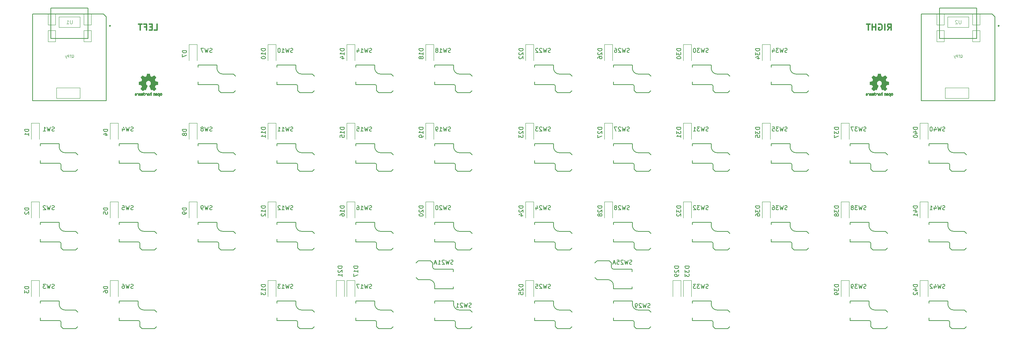
<source format=gbr>
%TF.GenerationSoftware,KiCad,Pcbnew,(6.0.1)*%
%TF.CreationDate,2022-12-01T17:44:09-05:00*%
%TF.ProjectId,DELPHI,44454c50-4849-42e6-9b69-6361645f7063,rev?*%
%TF.SameCoordinates,Original*%
%TF.FileFunction,Legend,Bot*%
%TF.FilePolarity,Positive*%
%FSLAX46Y46*%
G04 Gerber Fmt 4.6, Leading zero omitted, Abs format (unit mm)*
G04 Created by KiCad (PCBNEW (6.0.1)) date 2022-12-01 17:44:09*
%MOMM*%
%LPD*%
G01*
G04 APERTURE LIST*
%ADD10C,0.300000*%
%ADD11C,0.150000*%
%ADD12C,0.101600*%
%ADD13C,0.076200*%
%ADD14C,0.066040*%
%ADD15C,0.127000*%
%ADD16C,0.254000*%
%ADD17C,0.010000*%
%ADD18C,0.120000*%
G04 APERTURE END LIST*
D10*
X231870000Y-34968571D02*
X232370000Y-34254285D01*
X232727142Y-34968571D02*
X232727142Y-33468571D01*
X232155714Y-33468571D01*
X232012857Y-33540000D01*
X231941428Y-33611428D01*
X231870000Y-33754285D01*
X231870000Y-33968571D01*
X231941428Y-34111428D01*
X232012857Y-34182857D01*
X232155714Y-34254285D01*
X232727142Y-34254285D01*
X231227142Y-34968571D02*
X231227142Y-33468571D01*
X229727142Y-33540000D02*
X229870000Y-33468571D01*
X230084285Y-33468571D01*
X230298571Y-33540000D01*
X230441428Y-33682857D01*
X230512857Y-33825714D01*
X230584285Y-34111428D01*
X230584285Y-34325714D01*
X230512857Y-34611428D01*
X230441428Y-34754285D01*
X230298571Y-34897142D01*
X230084285Y-34968571D01*
X229941428Y-34968571D01*
X229727142Y-34897142D01*
X229655714Y-34825714D01*
X229655714Y-34325714D01*
X229941428Y-34325714D01*
X229012857Y-34968571D02*
X229012857Y-33468571D01*
X229012857Y-34182857D02*
X228155714Y-34182857D01*
X228155714Y-34968571D02*
X228155714Y-33468571D01*
X227655714Y-33468571D02*
X226798571Y-33468571D01*
X227227142Y-34968571D02*
X227227142Y-33468571D01*
X54768571Y-34968571D02*
X55482857Y-34968571D01*
X55482857Y-33468571D01*
X54268571Y-34182857D02*
X53768571Y-34182857D01*
X53554285Y-34968571D02*
X54268571Y-34968571D01*
X54268571Y-33468571D01*
X53554285Y-33468571D01*
X52411428Y-34182857D02*
X52911428Y-34182857D01*
X52911428Y-34968571D02*
X52911428Y-33468571D01*
X52197142Y-33468571D01*
X51840000Y-33468571D02*
X50982857Y-33468571D01*
X51411428Y-34968571D02*
X51411428Y-33468571D01*
D11*
%TO.C,SW17*%
X107299523Y-97464761D02*
X107156666Y-97512380D01*
X106918571Y-97512380D01*
X106823333Y-97464761D01*
X106775714Y-97417142D01*
X106728095Y-97321904D01*
X106728095Y-97226666D01*
X106775714Y-97131428D01*
X106823333Y-97083809D01*
X106918571Y-97036190D01*
X107109047Y-96988571D01*
X107204285Y-96940952D01*
X107251904Y-96893333D01*
X107299523Y-96798095D01*
X107299523Y-96702857D01*
X107251904Y-96607619D01*
X107204285Y-96560000D01*
X107109047Y-96512380D01*
X106870952Y-96512380D01*
X106728095Y-96560000D01*
X106394761Y-96512380D02*
X106156666Y-97512380D01*
X105966190Y-96798095D01*
X105775714Y-97512380D01*
X105537619Y-96512380D01*
X104632857Y-97512380D02*
X105204285Y-97512380D01*
X104918571Y-97512380D02*
X104918571Y-96512380D01*
X105013809Y-96655238D01*
X105109047Y-96750476D01*
X105204285Y-96798095D01*
X104299523Y-96512380D02*
X103632857Y-96512380D01*
X104061428Y-97512380D01*
%TO.C,SW5*%
X49673333Y-78414761D02*
X49530476Y-78462380D01*
X49292380Y-78462380D01*
X49197142Y-78414761D01*
X49149523Y-78367142D01*
X49101904Y-78271904D01*
X49101904Y-78176666D01*
X49149523Y-78081428D01*
X49197142Y-78033809D01*
X49292380Y-77986190D01*
X49482857Y-77938571D01*
X49578095Y-77890952D01*
X49625714Y-77843333D01*
X49673333Y-77748095D01*
X49673333Y-77652857D01*
X49625714Y-77557619D01*
X49578095Y-77510000D01*
X49482857Y-77462380D01*
X49244761Y-77462380D01*
X49101904Y-77510000D01*
X48768571Y-77462380D02*
X48530476Y-78462380D01*
X48340000Y-77748095D01*
X48149523Y-78462380D01*
X47911428Y-77462380D01*
X47054285Y-77462380D02*
X47530476Y-77462380D01*
X47578095Y-77938571D01*
X47530476Y-77890952D01*
X47435238Y-77843333D01*
X47197142Y-77843333D01*
X47101904Y-77890952D01*
X47054285Y-77938571D01*
X47006666Y-78033809D01*
X47006666Y-78271904D01*
X47054285Y-78367142D01*
X47101904Y-78414761D01*
X47197142Y-78462380D01*
X47435238Y-78462380D01*
X47530476Y-78414761D01*
X47578095Y-78367142D01*
%TO.C,SW25A*%
X170132095Y-91590761D02*
X169989238Y-91638380D01*
X169751142Y-91638380D01*
X169655904Y-91590761D01*
X169608285Y-91543142D01*
X169560666Y-91447904D01*
X169560666Y-91352666D01*
X169608285Y-91257428D01*
X169655904Y-91209809D01*
X169751142Y-91162190D01*
X169941619Y-91114571D01*
X170036857Y-91066952D01*
X170084476Y-91019333D01*
X170132095Y-90924095D01*
X170132095Y-90828857D01*
X170084476Y-90733619D01*
X170036857Y-90686000D01*
X169941619Y-90638380D01*
X169703523Y-90638380D01*
X169560666Y-90686000D01*
X169227333Y-90638380D02*
X168989238Y-91638380D01*
X168798761Y-90924095D01*
X168608285Y-91638380D01*
X168370190Y-90638380D01*
X168036857Y-90733619D02*
X167989238Y-90686000D01*
X167894000Y-90638380D01*
X167655904Y-90638380D01*
X167560666Y-90686000D01*
X167513047Y-90733619D01*
X167465428Y-90828857D01*
X167465428Y-90924095D01*
X167513047Y-91066952D01*
X168084476Y-91638380D01*
X167465428Y-91638380D01*
X166560666Y-90638380D02*
X167036857Y-90638380D01*
X167084476Y-91114571D01*
X167036857Y-91066952D01*
X166941619Y-91019333D01*
X166703523Y-91019333D01*
X166608285Y-91066952D01*
X166560666Y-91114571D01*
X166513047Y-91209809D01*
X166513047Y-91447904D01*
X166560666Y-91543142D01*
X166608285Y-91590761D01*
X166703523Y-91638380D01*
X166941619Y-91638380D01*
X167036857Y-91590761D01*
X167084476Y-91543142D01*
X166132095Y-91352666D02*
X165655904Y-91352666D01*
X166227333Y-91638380D02*
X165894000Y-90638380D01*
X165560666Y-91638380D01*
%TO.C,SW10*%
X88249523Y-40314761D02*
X88106666Y-40362380D01*
X87868571Y-40362380D01*
X87773333Y-40314761D01*
X87725714Y-40267142D01*
X87678095Y-40171904D01*
X87678095Y-40076666D01*
X87725714Y-39981428D01*
X87773333Y-39933809D01*
X87868571Y-39886190D01*
X88059047Y-39838571D01*
X88154285Y-39790952D01*
X88201904Y-39743333D01*
X88249523Y-39648095D01*
X88249523Y-39552857D01*
X88201904Y-39457619D01*
X88154285Y-39410000D01*
X88059047Y-39362380D01*
X87820952Y-39362380D01*
X87678095Y-39410000D01*
X87344761Y-39362380D02*
X87106666Y-40362380D01*
X86916190Y-39648095D01*
X86725714Y-40362380D01*
X86487619Y-39362380D01*
X85582857Y-40362380D02*
X86154285Y-40362380D01*
X85868571Y-40362380D02*
X85868571Y-39362380D01*
X85963809Y-39505238D01*
X86059047Y-39600476D01*
X86154285Y-39648095D01*
X84963809Y-39362380D02*
X84868571Y-39362380D01*
X84773333Y-39410000D01*
X84725714Y-39457619D01*
X84678095Y-39552857D01*
X84630476Y-39743333D01*
X84630476Y-39981428D01*
X84678095Y-40171904D01*
X84725714Y-40267142D01*
X84773333Y-40314761D01*
X84868571Y-40362380D01*
X84963809Y-40362380D01*
X85059047Y-40314761D01*
X85106666Y-40267142D01*
X85154285Y-40171904D01*
X85201904Y-39981428D01*
X85201904Y-39743333D01*
X85154285Y-39552857D01*
X85106666Y-39457619D01*
X85059047Y-39410000D01*
X84963809Y-39362380D01*
%TO.C,SW28*%
X169529523Y-78414761D02*
X169386666Y-78462380D01*
X169148571Y-78462380D01*
X169053333Y-78414761D01*
X169005714Y-78367142D01*
X168958095Y-78271904D01*
X168958095Y-78176666D01*
X169005714Y-78081428D01*
X169053333Y-78033809D01*
X169148571Y-77986190D01*
X169339047Y-77938571D01*
X169434285Y-77890952D01*
X169481904Y-77843333D01*
X169529523Y-77748095D01*
X169529523Y-77652857D01*
X169481904Y-77557619D01*
X169434285Y-77510000D01*
X169339047Y-77462380D01*
X169100952Y-77462380D01*
X168958095Y-77510000D01*
X168624761Y-77462380D02*
X168386666Y-78462380D01*
X168196190Y-77748095D01*
X168005714Y-78462380D01*
X167767619Y-77462380D01*
X167434285Y-77557619D02*
X167386666Y-77510000D01*
X167291428Y-77462380D01*
X167053333Y-77462380D01*
X166958095Y-77510000D01*
X166910476Y-77557619D01*
X166862857Y-77652857D01*
X166862857Y-77748095D01*
X166910476Y-77890952D01*
X167481904Y-78462380D01*
X166862857Y-78462380D01*
X166291428Y-77890952D02*
X166386666Y-77843333D01*
X166434285Y-77795714D01*
X166481904Y-77700476D01*
X166481904Y-77652857D01*
X166434285Y-77557619D01*
X166386666Y-77510000D01*
X166291428Y-77462380D01*
X166100952Y-77462380D01*
X166005714Y-77510000D01*
X165958095Y-77557619D01*
X165910476Y-77652857D01*
X165910476Y-77700476D01*
X165958095Y-77795714D01*
X166005714Y-77843333D01*
X166100952Y-77890952D01*
X166291428Y-77890952D01*
X166386666Y-77938571D01*
X166434285Y-77986190D01*
X166481904Y-78081428D01*
X166481904Y-78271904D01*
X166434285Y-78367142D01*
X166386666Y-78414761D01*
X166291428Y-78462380D01*
X166100952Y-78462380D01*
X166005714Y-78414761D01*
X165958095Y-78367142D01*
X165910476Y-78271904D01*
X165910476Y-78081428D01*
X165958095Y-77986190D01*
X166005714Y-77938571D01*
X166100952Y-77890952D01*
%TO.C,SW33*%
X188579523Y-97464761D02*
X188436666Y-97512380D01*
X188198571Y-97512380D01*
X188103333Y-97464761D01*
X188055714Y-97417142D01*
X188008095Y-97321904D01*
X188008095Y-97226666D01*
X188055714Y-97131428D01*
X188103333Y-97083809D01*
X188198571Y-97036190D01*
X188389047Y-96988571D01*
X188484285Y-96940952D01*
X188531904Y-96893333D01*
X188579523Y-96798095D01*
X188579523Y-96702857D01*
X188531904Y-96607619D01*
X188484285Y-96560000D01*
X188389047Y-96512380D01*
X188150952Y-96512380D01*
X188008095Y-96560000D01*
X187674761Y-96512380D02*
X187436666Y-97512380D01*
X187246190Y-96798095D01*
X187055714Y-97512380D01*
X186817619Y-96512380D01*
X186531904Y-96512380D02*
X185912857Y-96512380D01*
X186246190Y-96893333D01*
X186103333Y-96893333D01*
X186008095Y-96940952D01*
X185960476Y-96988571D01*
X185912857Y-97083809D01*
X185912857Y-97321904D01*
X185960476Y-97417142D01*
X186008095Y-97464761D01*
X186103333Y-97512380D01*
X186389047Y-97512380D01*
X186484285Y-97464761D01*
X186531904Y-97417142D01*
X185579523Y-96512380D02*
X184960476Y-96512380D01*
X185293809Y-96893333D01*
X185150952Y-96893333D01*
X185055714Y-96940952D01*
X185008095Y-96988571D01*
X184960476Y-97083809D01*
X184960476Y-97321904D01*
X185008095Y-97417142D01*
X185055714Y-97464761D01*
X185150952Y-97512380D01*
X185436666Y-97512380D01*
X185531904Y-97464761D01*
X185579523Y-97417142D01*
%TO.C,SW27*%
X169529523Y-59364761D02*
X169386666Y-59412380D01*
X169148571Y-59412380D01*
X169053333Y-59364761D01*
X169005714Y-59317142D01*
X168958095Y-59221904D01*
X168958095Y-59126666D01*
X169005714Y-59031428D01*
X169053333Y-58983809D01*
X169148571Y-58936190D01*
X169339047Y-58888571D01*
X169434285Y-58840952D01*
X169481904Y-58793333D01*
X169529523Y-58698095D01*
X169529523Y-58602857D01*
X169481904Y-58507619D01*
X169434285Y-58460000D01*
X169339047Y-58412380D01*
X169100952Y-58412380D01*
X168958095Y-58460000D01*
X168624761Y-58412380D02*
X168386666Y-59412380D01*
X168196190Y-58698095D01*
X168005714Y-59412380D01*
X167767619Y-58412380D01*
X167434285Y-58507619D02*
X167386666Y-58460000D01*
X167291428Y-58412380D01*
X167053333Y-58412380D01*
X166958095Y-58460000D01*
X166910476Y-58507619D01*
X166862857Y-58602857D01*
X166862857Y-58698095D01*
X166910476Y-58840952D01*
X167481904Y-59412380D01*
X166862857Y-59412380D01*
X166529523Y-58412380D02*
X165862857Y-58412380D01*
X166291428Y-59412380D01*
%TO.C,SW4*%
X49673333Y-59364761D02*
X49530476Y-59412380D01*
X49292380Y-59412380D01*
X49197142Y-59364761D01*
X49149523Y-59317142D01*
X49101904Y-59221904D01*
X49101904Y-59126666D01*
X49149523Y-59031428D01*
X49197142Y-58983809D01*
X49292380Y-58936190D01*
X49482857Y-58888571D01*
X49578095Y-58840952D01*
X49625714Y-58793333D01*
X49673333Y-58698095D01*
X49673333Y-58602857D01*
X49625714Y-58507619D01*
X49578095Y-58460000D01*
X49482857Y-58412380D01*
X49244761Y-58412380D01*
X49101904Y-58460000D01*
X48768571Y-58412380D02*
X48530476Y-59412380D01*
X48340000Y-58698095D01*
X48149523Y-59412380D01*
X47911428Y-58412380D01*
X47101904Y-58745714D02*
X47101904Y-59412380D01*
X47340000Y-58364761D02*
X47578095Y-59079047D01*
X46959047Y-59079047D01*
%TO.C,SW2*%
X30623333Y-78414761D02*
X30480476Y-78462380D01*
X30242380Y-78462380D01*
X30147142Y-78414761D01*
X30099523Y-78367142D01*
X30051904Y-78271904D01*
X30051904Y-78176666D01*
X30099523Y-78081428D01*
X30147142Y-78033809D01*
X30242380Y-77986190D01*
X30432857Y-77938571D01*
X30528095Y-77890952D01*
X30575714Y-77843333D01*
X30623333Y-77748095D01*
X30623333Y-77652857D01*
X30575714Y-77557619D01*
X30528095Y-77510000D01*
X30432857Y-77462380D01*
X30194761Y-77462380D01*
X30051904Y-77510000D01*
X29718571Y-77462380D02*
X29480476Y-78462380D01*
X29290000Y-77748095D01*
X29099523Y-78462380D01*
X28861428Y-77462380D01*
X28528095Y-77557619D02*
X28480476Y-77510000D01*
X28385238Y-77462380D01*
X28147142Y-77462380D01*
X28051904Y-77510000D01*
X28004285Y-77557619D01*
X27956666Y-77652857D01*
X27956666Y-77748095D01*
X28004285Y-77890952D01*
X28575714Y-78462380D01*
X27956666Y-78462380D01*
%TO.C,SW20*%
X126349523Y-78414761D02*
X126206666Y-78462380D01*
X125968571Y-78462380D01*
X125873333Y-78414761D01*
X125825714Y-78367142D01*
X125778095Y-78271904D01*
X125778095Y-78176666D01*
X125825714Y-78081428D01*
X125873333Y-78033809D01*
X125968571Y-77986190D01*
X126159047Y-77938571D01*
X126254285Y-77890952D01*
X126301904Y-77843333D01*
X126349523Y-77748095D01*
X126349523Y-77652857D01*
X126301904Y-77557619D01*
X126254285Y-77510000D01*
X126159047Y-77462380D01*
X125920952Y-77462380D01*
X125778095Y-77510000D01*
X125444761Y-77462380D02*
X125206666Y-78462380D01*
X125016190Y-77748095D01*
X124825714Y-78462380D01*
X124587619Y-77462380D01*
X124254285Y-77557619D02*
X124206666Y-77510000D01*
X124111428Y-77462380D01*
X123873333Y-77462380D01*
X123778095Y-77510000D01*
X123730476Y-77557619D01*
X123682857Y-77652857D01*
X123682857Y-77748095D01*
X123730476Y-77890952D01*
X124301904Y-78462380D01*
X123682857Y-78462380D01*
X123063809Y-77462380D02*
X122968571Y-77462380D01*
X122873333Y-77510000D01*
X122825714Y-77557619D01*
X122778095Y-77652857D01*
X122730476Y-77843333D01*
X122730476Y-78081428D01*
X122778095Y-78271904D01*
X122825714Y-78367142D01*
X122873333Y-78414761D01*
X122968571Y-78462380D01*
X123063809Y-78462380D01*
X123159047Y-78414761D01*
X123206666Y-78367142D01*
X123254285Y-78271904D01*
X123301904Y-78081428D01*
X123301904Y-77843333D01*
X123254285Y-77652857D01*
X123206666Y-77557619D01*
X123159047Y-77510000D01*
X123063809Y-77462380D01*
%TO.C,SW23*%
X150479523Y-59364761D02*
X150336666Y-59412380D01*
X150098571Y-59412380D01*
X150003333Y-59364761D01*
X149955714Y-59317142D01*
X149908095Y-59221904D01*
X149908095Y-59126666D01*
X149955714Y-59031428D01*
X150003333Y-58983809D01*
X150098571Y-58936190D01*
X150289047Y-58888571D01*
X150384285Y-58840952D01*
X150431904Y-58793333D01*
X150479523Y-58698095D01*
X150479523Y-58602857D01*
X150431904Y-58507619D01*
X150384285Y-58460000D01*
X150289047Y-58412380D01*
X150050952Y-58412380D01*
X149908095Y-58460000D01*
X149574761Y-58412380D02*
X149336666Y-59412380D01*
X149146190Y-58698095D01*
X148955714Y-59412380D01*
X148717619Y-58412380D01*
X148384285Y-58507619D02*
X148336666Y-58460000D01*
X148241428Y-58412380D01*
X148003333Y-58412380D01*
X147908095Y-58460000D01*
X147860476Y-58507619D01*
X147812857Y-58602857D01*
X147812857Y-58698095D01*
X147860476Y-58840952D01*
X148431904Y-59412380D01*
X147812857Y-59412380D01*
X147479523Y-58412380D02*
X146860476Y-58412380D01*
X147193809Y-58793333D01*
X147050952Y-58793333D01*
X146955714Y-58840952D01*
X146908095Y-58888571D01*
X146860476Y-58983809D01*
X146860476Y-59221904D01*
X146908095Y-59317142D01*
X146955714Y-59364761D01*
X147050952Y-59412380D01*
X147336666Y-59412380D01*
X147431904Y-59364761D01*
X147479523Y-59317142D01*
%TO.C,SW26*%
X169529523Y-40314761D02*
X169386666Y-40362380D01*
X169148571Y-40362380D01*
X169053333Y-40314761D01*
X169005714Y-40267142D01*
X168958095Y-40171904D01*
X168958095Y-40076666D01*
X169005714Y-39981428D01*
X169053333Y-39933809D01*
X169148571Y-39886190D01*
X169339047Y-39838571D01*
X169434285Y-39790952D01*
X169481904Y-39743333D01*
X169529523Y-39648095D01*
X169529523Y-39552857D01*
X169481904Y-39457619D01*
X169434285Y-39410000D01*
X169339047Y-39362380D01*
X169100952Y-39362380D01*
X168958095Y-39410000D01*
X168624761Y-39362380D02*
X168386666Y-40362380D01*
X168196190Y-39648095D01*
X168005714Y-40362380D01*
X167767619Y-39362380D01*
X167434285Y-39457619D02*
X167386666Y-39410000D01*
X167291428Y-39362380D01*
X167053333Y-39362380D01*
X166958095Y-39410000D01*
X166910476Y-39457619D01*
X166862857Y-39552857D01*
X166862857Y-39648095D01*
X166910476Y-39790952D01*
X167481904Y-40362380D01*
X166862857Y-40362380D01*
X166005714Y-39362380D02*
X166196190Y-39362380D01*
X166291428Y-39410000D01*
X166339047Y-39457619D01*
X166434285Y-39600476D01*
X166481904Y-39790952D01*
X166481904Y-40171904D01*
X166434285Y-40267142D01*
X166386666Y-40314761D01*
X166291428Y-40362380D01*
X166100952Y-40362380D01*
X166005714Y-40314761D01*
X165958095Y-40267142D01*
X165910476Y-40171904D01*
X165910476Y-39933809D01*
X165958095Y-39838571D01*
X166005714Y-39790952D01*
X166100952Y-39743333D01*
X166291428Y-39743333D01*
X166386666Y-39790952D01*
X166434285Y-39838571D01*
X166481904Y-39933809D01*
%TO.C,SW8*%
X68723333Y-59364761D02*
X68580476Y-59412380D01*
X68342380Y-59412380D01*
X68247142Y-59364761D01*
X68199523Y-59317142D01*
X68151904Y-59221904D01*
X68151904Y-59126666D01*
X68199523Y-59031428D01*
X68247142Y-58983809D01*
X68342380Y-58936190D01*
X68532857Y-58888571D01*
X68628095Y-58840952D01*
X68675714Y-58793333D01*
X68723333Y-58698095D01*
X68723333Y-58602857D01*
X68675714Y-58507619D01*
X68628095Y-58460000D01*
X68532857Y-58412380D01*
X68294761Y-58412380D01*
X68151904Y-58460000D01*
X67818571Y-58412380D02*
X67580476Y-59412380D01*
X67390000Y-58698095D01*
X67199523Y-59412380D01*
X66961428Y-58412380D01*
X66437619Y-58840952D02*
X66532857Y-58793333D01*
X66580476Y-58745714D01*
X66628095Y-58650476D01*
X66628095Y-58602857D01*
X66580476Y-58507619D01*
X66532857Y-58460000D01*
X66437619Y-58412380D01*
X66247142Y-58412380D01*
X66151904Y-58460000D01*
X66104285Y-58507619D01*
X66056666Y-58602857D01*
X66056666Y-58650476D01*
X66104285Y-58745714D01*
X66151904Y-58793333D01*
X66247142Y-58840952D01*
X66437619Y-58840952D01*
X66532857Y-58888571D01*
X66580476Y-58936190D01*
X66628095Y-59031428D01*
X66628095Y-59221904D01*
X66580476Y-59317142D01*
X66532857Y-59364761D01*
X66437619Y-59412380D01*
X66247142Y-59412380D01*
X66151904Y-59364761D01*
X66104285Y-59317142D01*
X66056666Y-59221904D01*
X66056666Y-59031428D01*
X66104285Y-58936190D01*
X66151904Y-58888571D01*
X66247142Y-58840952D01*
%TO.C,SW24*%
X150479523Y-78414761D02*
X150336666Y-78462380D01*
X150098571Y-78462380D01*
X150003333Y-78414761D01*
X149955714Y-78367142D01*
X149908095Y-78271904D01*
X149908095Y-78176666D01*
X149955714Y-78081428D01*
X150003333Y-78033809D01*
X150098571Y-77986190D01*
X150289047Y-77938571D01*
X150384285Y-77890952D01*
X150431904Y-77843333D01*
X150479523Y-77748095D01*
X150479523Y-77652857D01*
X150431904Y-77557619D01*
X150384285Y-77510000D01*
X150289047Y-77462380D01*
X150050952Y-77462380D01*
X149908095Y-77510000D01*
X149574761Y-77462380D02*
X149336666Y-78462380D01*
X149146190Y-77748095D01*
X148955714Y-78462380D01*
X148717619Y-77462380D01*
X148384285Y-77557619D02*
X148336666Y-77510000D01*
X148241428Y-77462380D01*
X148003333Y-77462380D01*
X147908095Y-77510000D01*
X147860476Y-77557619D01*
X147812857Y-77652857D01*
X147812857Y-77748095D01*
X147860476Y-77890952D01*
X148431904Y-78462380D01*
X147812857Y-78462380D01*
X146955714Y-77795714D02*
X146955714Y-78462380D01*
X147193809Y-77414761D02*
X147431904Y-78129047D01*
X146812857Y-78129047D01*
%TO.C,SW12*%
X88249523Y-78414761D02*
X88106666Y-78462380D01*
X87868571Y-78462380D01*
X87773333Y-78414761D01*
X87725714Y-78367142D01*
X87678095Y-78271904D01*
X87678095Y-78176666D01*
X87725714Y-78081428D01*
X87773333Y-78033809D01*
X87868571Y-77986190D01*
X88059047Y-77938571D01*
X88154285Y-77890952D01*
X88201904Y-77843333D01*
X88249523Y-77748095D01*
X88249523Y-77652857D01*
X88201904Y-77557619D01*
X88154285Y-77510000D01*
X88059047Y-77462380D01*
X87820952Y-77462380D01*
X87678095Y-77510000D01*
X87344761Y-77462380D02*
X87106666Y-78462380D01*
X86916190Y-77748095D01*
X86725714Y-78462380D01*
X86487619Y-77462380D01*
X85582857Y-78462380D02*
X86154285Y-78462380D01*
X85868571Y-78462380D02*
X85868571Y-77462380D01*
X85963809Y-77605238D01*
X86059047Y-77700476D01*
X86154285Y-77748095D01*
X85201904Y-77557619D02*
X85154285Y-77510000D01*
X85059047Y-77462380D01*
X84820952Y-77462380D01*
X84725714Y-77510000D01*
X84678095Y-77557619D01*
X84630476Y-77652857D01*
X84630476Y-77748095D01*
X84678095Y-77890952D01*
X85249523Y-78462380D01*
X84630476Y-78462380D01*
%TO.C,SW19*%
X126349523Y-59364761D02*
X126206666Y-59412380D01*
X125968571Y-59412380D01*
X125873333Y-59364761D01*
X125825714Y-59317142D01*
X125778095Y-59221904D01*
X125778095Y-59126666D01*
X125825714Y-59031428D01*
X125873333Y-58983809D01*
X125968571Y-58936190D01*
X126159047Y-58888571D01*
X126254285Y-58840952D01*
X126301904Y-58793333D01*
X126349523Y-58698095D01*
X126349523Y-58602857D01*
X126301904Y-58507619D01*
X126254285Y-58460000D01*
X126159047Y-58412380D01*
X125920952Y-58412380D01*
X125778095Y-58460000D01*
X125444761Y-58412380D02*
X125206666Y-59412380D01*
X125016190Y-58698095D01*
X124825714Y-59412380D01*
X124587619Y-58412380D01*
X123682857Y-59412380D02*
X124254285Y-59412380D01*
X123968571Y-59412380D02*
X123968571Y-58412380D01*
X124063809Y-58555238D01*
X124159047Y-58650476D01*
X124254285Y-58698095D01*
X123206666Y-59412380D02*
X123016190Y-59412380D01*
X122920952Y-59364761D01*
X122873333Y-59317142D01*
X122778095Y-59174285D01*
X122730476Y-58983809D01*
X122730476Y-58602857D01*
X122778095Y-58507619D01*
X122825714Y-58460000D01*
X122920952Y-58412380D01*
X123111428Y-58412380D01*
X123206666Y-58460000D01*
X123254285Y-58507619D01*
X123301904Y-58602857D01*
X123301904Y-58840952D01*
X123254285Y-58936190D01*
X123206666Y-58983809D01*
X123111428Y-59031428D01*
X122920952Y-59031428D01*
X122825714Y-58983809D01*
X122778095Y-58936190D01*
X122730476Y-58840952D01*
%TO.C,SW6*%
X49673333Y-97464761D02*
X49530476Y-97512380D01*
X49292380Y-97512380D01*
X49197142Y-97464761D01*
X49149523Y-97417142D01*
X49101904Y-97321904D01*
X49101904Y-97226666D01*
X49149523Y-97131428D01*
X49197142Y-97083809D01*
X49292380Y-97036190D01*
X49482857Y-96988571D01*
X49578095Y-96940952D01*
X49625714Y-96893333D01*
X49673333Y-96798095D01*
X49673333Y-96702857D01*
X49625714Y-96607619D01*
X49578095Y-96560000D01*
X49482857Y-96512380D01*
X49244761Y-96512380D01*
X49101904Y-96560000D01*
X48768571Y-96512380D02*
X48530476Y-97512380D01*
X48340000Y-96798095D01*
X48149523Y-97512380D01*
X47911428Y-96512380D01*
X47101904Y-96512380D02*
X47292380Y-96512380D01*
X47387619Y-96560000D01*
X47435238Y-96607619D01*
X47530476Y-96750476D01*
X47578095Y-96940952D01*
X47578095Y-97321904D01*
X47530476Y-97417142D01*
X47482857Y-97464761D01*
X47387619Y-97512380D01*
X47197142Y-97512380D01*
X47101904Y-97464761D01*
X47054285Y-97417142D01*
X47006666Y-97321904D01*
X47006666Y-97083809D01*
X47054285Y-96988571D01*
X47101904Y-96940952D01*
X47197142Y-96893333D01*
X47387619Y-96893333D01*
X47482857Y-96940952D01*
X47530476Y-96988571D01*
X47578095Y-97083809D01*
%TO.C,SW7*%
X68723333Y-40314761D02*
X68580476Y-40362380D01*
X68342380Y-40362380D01*
X68247142Y-40314761D01*
X68199523Y-40267142D01*
X68151904Y-40171904D01*
X68151904Y-40076666D01*
X68199523Y-39981428D01*
X68247142Y-39933809D01*
X68342380Y-39886190D01*
X68532857Y-39838571D01*
X68628095Y-39790952D01*
X68675714Y-39743333D01*
X68723333Y-39648095D01*
X68723333Y-39552857D01*
X68675714Y-39457619D01*
X68628095Y-39410000D01*
X68532857Y-39362380D01*
X68294761Y-39362380D01*
X68151904Y-39410000D01*
X67818571Y-39362380D02*
X67580476Y-40362380D01*
X67390000Y-39648095D01*
X67199523Y-40362380D01*
X66961428Y-39362380D01*
X66675714Y-39362380D02*
X66009047Y-39362380D01*
X66437619Y-40362380D01*
%TO.C,SW25*%
X150479523Y-97464761D02*
X150336666Y-97512380D01*
X150098571Y-97512380D01*
X150003333Y-97464761D01*
X149955714Y-97417142D01*
X149908095Y-97321904D01*
X149908095Y-97226666D01*
X149955714Y-97131428D01*
X150003333Y-97083809D01*
X150098571Y-97036190D01*
X150289047Y-96988571D01*
X150384285Y-96940952D01*
X150431904Y-96893333D01*
X150479523Y-96798095D01*
X150479523Y-96702857D01*
X150431904Y-96607619D01*
X150384285Y-96560000D01*
X150289047Y-96512380D01*
X150050952Y-96512380D01*
X149908095Y-96560000D01*
X149574761Y-96512380D02*
X149336666Y-97512380D01*
X149146190Y-96798095D01*
X148955714Y-97512380D01*
X148717619Y-96512380D01*
X148384285Y-96607619D02*
X148336666Y-96560000D01*
X148241428Y-96512380D01*
X148003333Y-96512380D01*
X147908095Y-96560000D01*
X147860476Y-96607619D01*
X147812857Y-96702857D01*
X147812857Y-96798095D01*
X147860476Y-96940952D01*
X148431904Y-97512380D01*
X147812857Y-97512380D01*
X146908095Y-96512380D02*
X147384285Y-96512380D01*
X147431904Y-96988571D01*
X147384285Y-96940952D01*
X147289047Y-96893333D01*
X147050952Y-96893333D01*
X146955714Y-96940952D01*
X146908095Y-96988571D01*
X146860476Y-97083809D01*
X146860476Y-97321904D01*
X146908095Y-97417142D01*
X146955714Y-97464761D01*
X147050952Y-97512380D01*
X147289047Y-97512380D01*
X147384285Y-97464761D01*
X147431904Y-97417142D01*
%TO.C,SW34*%
X207629523Y-40314761D02*
X207486666Y-40362380D01*
X207248571Y-40362380D01*
X207153333Y-40314761D01*
X207105714Y-40267142D01*
X207058095Y-40171904D01*
X207058095Y-40076666D01*
X207105714Y-39981428D01*
X207153333Y-39933809D01*
X207248571Y-39886190D01*
X207439047Y-39838571D01*
X207534285Y-39790952D01*
X207581904Y-39743333D01*
X207629523Y-39648095D01*
X207629523Y-39552857D01*
X207581904Y-39457619D01*
X207534285Y-39410000D01*
X207439047Y-39362380D01*
X207200952Y-39362380D01*
X207058095Y-39410000D01*
X206724761Y-39362380D02*
X206486666Y-40362380D01*
X206296190Y-39648095D01*
X206105714Y-40362380D01*
X205867619Y-39362380D01*
X205581904Y-39362380D02*
X204962857Y-39362380D01*
X205296190Y-39743333D01*
X205153333Y-39743333D01*
X205058095Y-39790952D01*
X205010476Y-39838571D01*
X204962857Y-39933809D01*
X204962857Y-40171904D01*
X205010476Y-40267142D01*
X205058095Y-40314761D01*
X205153333Y-40362380D01*
X205439047Y-40362380D01*
X205534285Y-40314761D01*
X205581904Y-40267142D01*
X204105714Y-39695714D02*
X204105714Y-40362380D01*
X204343809Y-39314761D02*
X204581904Y-40029047D01*
X203962857Y-40029047D01*
%TO.C,SW18*%
X126349523Y-40314761D02*
X126206666Y-40362380D01*
X125968571Y-40362380D01*
X125873333Y-40314761D01*
X125825714Y-40267142D01*
X125778095Y-40171904D01*
X125778095Y-40076666D01*
X125825714Y-39981428D01*
X125873333Y-39933809D01*
X125968571Y-39886190D01*
X126159047Y-39838571D01*
X126254285Y-39790952D01*
X126301904Y-39743333D01*
X126349523Y-39648095D01*
X126349523Y-39552857D01*
X126301904Y-39457619D01*
X126254285Y-39410000D01*
X126159047Y-39362380D01*
X125920952Y-39362380D01*
X125778095Y-39410000D01*
X125444761Y-39362380D02*
X125206666Y-40362380D01*
X125016190Y-39648095D01*
X124825714Y-40362380D01*
X124587619Y-39362380D01*
X123682857Y-40362380D02*
X124254285Y-40362380D01*
X123968571Y-40362380D02*
X123968571Y-39362380D01*
X124063809Y-39505238D01*
X124159047Y-39600476D01*
X124254285Y-39648095D01*
X123111428Y-39790952D02*
X123206666Y-39743333D01*
X123254285Y-39695714D01*
X123301904Y-39600476D01*
X123301904Y-39552857D01*
X123254285Y-39457619D01*
X123206666Y-39410000D01*
X123111428Y-39362380D01*
X122920952Y-39362380D01*
X122825714Y-39410000D01*
X122778095Y-39457619D01*
X122730476Y-39552857D01*
X122730476Y-39600476D01*
X122778095Y-39695714D01*
X122825714Y-39743333D01*
X122920952Y-39790952D01*
X123111428Y-39790952D01*
X123206666Y-39838571D01*
X123254285Y-39886190D01*
X123301904Y-39981428D01*
X123301904Y-40171904D01*
X123254285Y-40267142D01*
X123206666Y-40314761D01*
X123111428Y-40362380D01*
X122920952Y-40362380D01*
X122825714Y-40314761D01*
X122778095Y-40267142D01*
X122730476Y-40171904D01*
X122730476Y-39981428D01*
X122778095Y-39886190D01*
X122825714Y-39838571D01*
X122920952Y-39790952D01*
%TO.C,SW21A*%
X126952095Y-91590761D02*
X126809238Y-91638380D01*
X126571142Y-91638380D01*
X126475904Y-91590761D01*
X126428285Y-91543142D01*
X126380666Y-91447904D01*
X126380666Y-91352666D01*
X126428285Y-91257428D01*
X126475904Y-91209809D01*
X126571142Y-91162190D01*
X126761619Y-91114571D01*
X126856857Y-91066952D01*
X126904476Y-91019333D01*
X126952095Y-90924095D01*
X126952095Y-90828857D01*
X126904476Y-90733619D01*
X126856857Y-90686000D01*
X126761619Y-90638380D01*
X126523523Y-90638380D01*
X126380666Y-90686000D01*
X126047333Y-90638380D02*
X125809238Y-91638380D01*
X125618761Y-90924095D01*
X125428285Y-91638380D01*
X125190190Y-90638380D01*
X124856857Y-90733619D02*
X124809238Y-90686000D01*
X124714000Y-90638380D01*
X124475904Y-90638380D01*
X124380666Y-90686000D01*
X124333047Y-90733619D01*
X124285428Y-90828857D01*
X124285428Y-90924095D01*
X124333047Y-91066952D01*
X124904476Y-91638380D01*
X124285428Y-91638380D01*
X123333047Y-91638380D02*
X123904476Y-91638380D01*
X123618761Y-91638380D02*
X123618761Y-90638380D01*
X123714000Y-90781238D01*
X123809238Y-90876476D01*
X123904476Y-90924095D01*
X122952095Y-91352666D02*
X122475904Y-91352666D01*
X123047333Y-91638380D02*
X122714000Y-90638380D01*
X122380666Y-91638380D01*
%TO.C,SW37*%
X226679523Y-59364761D02*
X226536666Y-59412380D01*
X226298571Y-59412380D01*
X226203333Y-59364761D01*
X226155714Y-59317142D01*
X226108095Y-59221904D01*
X226108095Y-59126666D01*
X226155714Y-59031428D01*
X226203333Y-58983809D01*
X226298571Y-58936190D01*
X226489047Y-58888571D01*
X226584285Y-58840952D01*
X226631904Y-58793333D01*
X226679523Y-58698095D01*
X226679523Y-58602857D01*
X226631904Y-58507619D01*
X226584285Y-58460000D01*
X226489047Y-58412380D01*
X226250952Y-58412380D01*
X226108095Y-58460000D01*
X225774761Y-58412380D02*
X225536666Y-59412380D01*
X225346190Y-58698095D01*
X225155714Y-59412380D01*
X224917619Y-58412380D01*
X224631904Y-58412380D02*
X224012857Y-58412380D01*
X224346190Y-58793333D01*
X224203333Y-58793333D01*
X224108095Y-58840952D01*
X224060476Y-58888571D01*
X224012857Y-58983809D01*
X224012857Y-59221904D01*
X224060476Y-59317142D01*
X224108095Y-59364761D01*
X224203333Y-59412380D01*
X224489047Y-59412380D01*
X224584285Y-59364761D01*
X224631904Y-59317142D01*
X223679523Y-58412380D02*
X223012857Y-58412380D01*
X223441428Y-59412380D01*
%TO.C,SW9*%
X68723333Y-78414761D02*
X68580476Y-78462380D01*
X68342380Y-78462380D01*
X68247142Y-78414761D01*
X68199523Y-78367142D01*
X68151904Y-78271904D01*
X68151904Y-78176666D01*
X68199523Y-78081428D01*
X68247142Y-78033809D01*
X68342380Y-77986190D01*
X68532857Y-77938571D01*
X68628095Y-77890952D01*
X68675714Y-77843333D01*
X68723333Y-77748095D01*
X68723333Y-77652857D01*
X68675714Y-77557619D01*
X68628095Y-77510000D01*
X68532857Y-77462380D01*
X68294761Y-77462380D01*
X68151904Y-77510000D01*
X67818571Y-77462380D02*
X67580476Y-78462380D01*
X67390000Y-77748095D01*
X67199523Y-78462380D01*
X66961428Y-77462380D01*
X66532857Y-78462380D02*
X66342380Y-78462380D01*
X66247142Y-78414761D01*
X66199523Y-78367142D01*
X66104285Y-78224285D01*
X66056666Y-78033809D01*
X66056666Y-77652857D01*
X66104285Y-77557619D01*
X66151904Y-77510000D01*
X66247142Y-77462380D01*
X66437619Y-77462380D01*
X66532857Y-77510000D01*
X66580476Y-77557619D01*
X66628095Y-77652857D01*
X66628095Y-77890952D01*
X66580476Y-77986190D01*
X66532857Y-78033809D01*
X66437619Y-78081428D01*
X66247142Y-78081428D01*
X66151904Y-78033809D01*
X66104285Y-77986190D01*
X66056666Y-77890952D01*
%TO.C,SW36*%
X207629523Y-78414761D02*
X207486666Y-78462380D01*
X207248571Y-78462380D01*
X207153333Y-78414761D01*
X207105714Y-78367142D01*
X207058095Y-78271904D01*
X207058095Y-78176666D01*
X207105714Y-78081428D01*
X207153333Y-78033809D01*
X207248571Y-77986190D01*
X207439047Y-77938571D01*
X207534285Y-77890952D01*
X207581904Y-77843333D01*
X207629523Y-77748095D01*
X207629523Y-77652857D01*
X207581904Y-77557619D01*
X207534285Y-77510000D01*
X207439047Y-77462380D01*
X207200952Y-77462380D01*
X207058095Y-77510000D01*
X206724761Y-77462380D02*
X206486666Y-78462380D01*
X206296190Y-77748095D01*
X206105714Y-78462380D01*
X205867619Y-77462380D01*
X205581904Y-77462380D02*
X204962857Y-77462380D01*
X205296190Y-77843333D01*
X205153333Y-77843333D01*
X205058095Y-77890952D01*
X205010476Y-77938571D01*
X204962857Y-78033809D01*
X204962857Y-78271904D01*
X205010476Y-78367142D01*
X205058095Y-78414761D01*
X205153333Y-78462380D01*
X205439047Y-78462380D01*
X205534285Y-78414761D01*
X205581904Y-78367142D01*
X204105714Y-77462380D02*
X204296190Y-77462380D01*
X204391428Y-77510000D01*
X204439047Y-77557619D01*
X204534285Y-77700476D01*
X204581904Y-77890952D01*
X204581904Y-78271904D01*
X204534285Y-78367142D01*
X204486666Y-78414761D01*
X204391428Y-78462380D01*
X204200952Y-78462380D01*
X204105714Y-78414761D01*
X204058095Y-78367142D01*
X204010476Y-78271904D01*
X204010476Y-78033809D01*
X204058095Y-77938571D01*
X204105714Y-77890952D01*
X204200952Y-77843333D01*
X204391428Y-77843333D01*
X204486666Y-77890952D01*
X204534285Y-77938571D01*
X204581904Y-78033809D01*
%TO.C,SW21*%
X131349523Y-102004761D02*
X131206666Y-102052380D01*
X130968571Y-102052380D01*
X130873333Y-102004761D01*
X130825714Y-101957142D01*
X130778095Y-101861904D01*
X130778095Y-101766666D01*
X130825714Y-101671428D01*
X130873333Y-101623809D01*
X130968571Y-101576190D01*
X131159047Y-101528571D01*
X131254285Y-101480952D01*
X131301904Y-101433333D01*
X131349523Y-101338095D01*
X131349523Y-101242857D01*
X131301904Y-101147619D01*
X131254285Y-101100000D01*
X131159047Y-101052380D01*
X130920952Y-101052380D01*
X130778095Y-101100000D01*
X130444761Y-101052380D02*
X130206666Y-102052380D01*
X130016190Y-101338095D01*
X129825714Y-102052380D01*
X129587619Y-101052380D01*
X129254285Y-101147619D02*
X129206666Y-101100000D01*
X129111428Y-101052380D01*
X128873333Y-101052380D01*
X128778095Y-101100000D01*
X128730476Y-101147619D01*
X128682857Y-101242857D01*
X128682857Y-101338095D01*
X128730476Y-101480952D01*
X129301904Y-102052380D01*
X128682857Y-102052380D01*
X127730476Y-102052380D02*
X128301904Y-102052380D01*
X128016190Y-102052380D02*
X128016190Y-101052380D01*
X128111428Y-101195238D01*
X128206666Y-101290476D01*
X128301904Y-101338095D01*
%TO.C,SW3*%
X30623333Y-97464761D02*
X30480476Y-97512380D01*
X30242380Y-97512380D01*
X30147142Y-97464761D01*
X30099523Y-97417142D01*
X30051904Y-97321904D01*
X30051904Y-97226666D01*
X30099523Y-97131428D01*
X30147142Y-97083809D01*
X30242380Y-97036190D01*
X30432857Y-96988571D01*
X30528095Y-96940952D01*
X30575714Y-96893333D01*
X30623333Y-96798095D01*
X30623333Y-96702857D01*
X30575714Y-96607619D01*
X30528095Y-96560000D01*
X30432857Y-96512380D01*
X30194761Y-96512380D01*
X30051904Y-96560000D01*
X29718571Y-96512380D02*
X29480476Y-97512380D01*
X29290000Y-96798095D01*
X29099523Y-97512380D01*
X28861428Y-96512380D01*
X28575714Y-96512380D02*
X27956666Y-96512380D01*
X28290000Y-96893333D01*
X28147142Y-96893333D01*
X28051904Y-96940952D01*
X28004285Y-96988571D01*
X27956666Y-97083809D01*
X27956666Y-97321904D01*
X28004285Y-97417142D01*
X28051904Y-97464761D01*
X28147142Y-97512380D01*
X28432857Y-97512380D01*
X28528095Y-97464761D01*
X28575714Y-97417142D01*
%TO.C,SW32*%
X188579523Y-78414761D02*
X188436666Y-78462380D01*
X188198571Y-78462380D01*
X188103333Y-78414761D01*
X188055714Y-78367142D01*
X188008095Y-78271904D01*
X188008095Y-78176666D01*
X188055714Y-78081428D01*
X188103333Y-78033809D01*
X188198571Y-77986190D01*
X188389047Y-77938571D01*
X188484285Y-77890952D01*
X188531904Y-77843333D01*
X188579523Y-77748095D01*
X188579523Y-77652857D01*
X188531904Y-77557619D01*
X188484285Y-77510000D01*
X188389047Y-77462380D01*
X188150952Y-77462380D01*
X188008095Y-77510000D01*
X187674761Y-77462380D02*
X187436666Y-78462380D01*
X187246190Y-77748095D01*
X187055714Y-78462380D01*
X186817619Y-77462380D01*
X186531904Y-77462380D02*
X185912857Y-77462380D01*
X186246190Y-77843333D01*
X186103333Y-77843333D01*
X186008095Y-77890952D01*
X185960476Y-77938571D01*
X185912857Y-78033809D01*
X185912857Y-78271904D01*
X185960476Y-78367142D01*
X186008095Y-78414761D01*
X186103333Y-78462380D01*
X186389047Y-78462380D01*
X186484285Y-78414761D01*
X186531904Y-78367142D01*
X185531904Y-77557619D02*
X185484285Y-77510000D01*
X185389047Y-77462380D01*
X185150952Y-77462380D01*
X185055714Y-77510000D01*
X185008095Y-77557619D01*
X184960476Y-77652857D01*
X184960476Y-77748095D01*
X185008095Y-77890952D01*
X185579523Y-78462380D01*
X184960476Y-78462380D01*
%TO.C,SW35*%
X207629523Y-59364761D02*
X207486666Y-59412380D01*
X207248571Y-59412380D01*
X207153333Y-59364761D01*
X207105714Y-59317142D01*
X207058095Y-59221904D01*
X207058095Y-59126666D01*
X207105714Y-59031428D01*
X207153333Y-58983809D01*
X207248571Y-58936190D01*
X207439047Y-58888571D01*
X207534285Y-58840952D01*
X207581904Y-58793333D01*
X207629523Y-58698095D01*
X207629523Y-58602857D01*
X207581904Y-58507619D01*
X207534285Y-58460000D01*
X207439047Y-58412380D01*
X207200952Y-58412380D01*
X207058095Y-58460000D01*
X206724761Y-58412380D02*
X206486666Y-59412380D01*
X206296190Y-58698095D01*
X206105714Y-59412380D01*
X205867619Y-58412380D01*
X205581904Y-58412380D02*
X204962857Y-58412380D01*
X205296190Y-58793333D01*
X205153333Y-58793333D01*
X205058095Y-58840952D01*
X205010476Y-58888571D01*
X204962857Y-58983809D01*
X204962857Y-59221904D01*
X205010476Y-59317142D01*
X205058095Y-59364761D01*
X205153333Y-59412380D01*
X205439047Y-59412380D01*
X205534285Y-59364761D01*
X205581904Y-59317142D01*
X204058095Y-58412380D02*
X204534285Y-58412380D01*
X204581904Y-58888571D01*
X204534285Y-58840952D01*
X204439047Y-58793333D01*
X204200952Y-58793333D01*
X204105714Y-58840952D01*
X204058095Y-58888571D01*
X204010476Y-58983809D01*
X204010476Y-59221904D01*
X204058095Y-59317142D01*
X204105714Y-59364761D01*
X204200952Y-59412380D01*
X204439047Y-59412380D01*
X204534285Y-59364761D01*
X204581904Y-59317142D01*
%TO.C,SW38*%
X226679523Y-78414761D02*
X226536666Y-78462380D01*
X226298571Y-78462380D01*
X226203333Y-78414761D01*
X226155714Y-78367142D01*
X226108095Y-78271904D01*
X226108095Y-78176666D01*
X226155714Y-78081428D01*
X226203333Y-78033809D01*
X226298571Y-77986190D01*
X226489047Y-77938571D01*
X226584285Y-77890952D01*
X226631904Y-77843333D01*
X226679523Y-77748095D01*
X226679523Y-77652857D01*
X226631904Y-77557619D01*
X226584285Y-77510000D01*
X226489047Y-77462380D01*
X226250952Y-77462380D01*
X226108095Y-77510000D01*
X225774761Y-77462380D02*
X225536666Y-78462380D01*
X225346190Y-77748095D01*
X225155714Y-78462380D01*
X224917619Y-77462380D01*
X224631904Y-77462380D02*
X224012857Y-77462380D01*
X224346190Y-77843333D01*
X224203333Y-77843333D01*
X224108095Y-77890952D01*
X224060476Y-77938571D01*
X224012857Y-78033809D01*
X224012857Y-78271904D01*
X224060476Y-78367142D01*
X224108095Y-78414761D01*
X224203333Y-78462380D01*
X224489047Y-78462380D01*
X224584285Y-78414761D01*
X224631904Y-78367142D01*
X223441428Y-77890952D02*
X223536666Y-77843333D01*
X223584285Y-77795714D01*
X223631904Y-77700476D01*
X223631904Y-77652857D01*
X223584285Y-77557619D01*
X223536666Y-77510000D01*
X223441428Y-77462380D01*
X223250952Y-77462380D01*
X223155714Y-77510000D01*
X223108095Y-77557619D01*
X223060476Y-77652857D01*
X223060476Y-77700476D01*
X223108095Y-77795714D01*
X223155714Y-77843333D01*
X223250952Y-77890952D01*
X223441428Y-77890952D01*
X223536666Y-77938571D01*
X223584285Y-77986190D01*
X223631904Y-78081428D01*
X223631904Y-78271904D01*
X223584285Y-78367142D01*
X223536666Y-78414761D01*
X223441428Y-78462380D01*
X223250952Y-78462380D01*
X223155714Y-78414761D01*
X223108095Y-78367142D01*
X223060476Y-78271904D01*
X223060476Y-78081428D01*
X223108095Y-77986190D01*
X223155714Y-77938571D01*
X223250952Y-77890952D01*
%TO.C,SW39*%
X226679523Y-97464761D02*
X226536666Y-97512380D01*
X226298571Y-97512380D01*
X226203333Y-97464761D01*
X226155714Y-97417142D01*
X226108095Y-97321904D01*
X226108095Y-97226666D01*
X226155714Y-97131428D01*
X226203333Y-97083809D01*
X226298571Y-97036190D01*
X226489047Y-96988571D01*
X226584285Y-96940952D01*
X226631904Y-96893333D01*
X226679523Y-96798095D01*
X226679523Y-96702857D01*
X226631904Y-96607619D01*
X226584285Y-96560000D01*
X226489047Y-96512380D01*
X226250952Y-96512380D01*
X226108095Y-96560000D01*
X225774761Y-96512380D02*
X225536666Y-97512380D01*
X225346190Y-96798095D01*
X225155714Y-97512380D01*
X224917619Y-96512380D01*
X224631904Y-96512380D02*
X224012857Y-96512380D01*
X224346190Y-96893333D01*
X224203333Y-96893333D01*
X224108095Y-96940952D01*
X224060476Y-96988571D01*
X224012857Y-97083809D01*
X224012857Y-97321904D01*
X224060476Y-97417142D01*
X224108095Y-97464761D01*
X224203333Y-97512380D01*
X224489047Y-97512380D01*
X224584285Y-97464761D01*
X224631904Y-97417142D01*
X223536666Y-97512380D02*
X223346190Y-97512380D01*
X223250952Y-97464761D01*
X223203333Y-97417142D01*
X223108095Y-97274285D01*
X223060476Y-97083809D01*
X223060476Y-96702857D01*
X223108095Y-96607619D01*
X223155714Y-96560000D01*
X223250952Y-96512380D01*
X223441428Y-96512380D01*
X223536666Y-96560000D01*
X223584285Y-96607619D01*
X223631904Y-96702857D01*
X223631904Y-96940952D01*
X223584285Y-97036190D01*
X223536666Y-97083809D01*
X223441428Y-97131428D01*
X223250952Y-97131428D01*
X223155714Y-97083809D01*
X223108095Y-97036190D01*
X223060476Y-96940952D01*
%TO.C,SW40*%
X245729523Y-59364761D02*
X245586666Y-59412380D01*
X245348571Y-59412380D01*
X245253333Y-59364761D01*
X245205714Y-59317142D01*
X245158095Y-59221904D01*
X245158095Y-59126666D01*
X245205714Y-59031428D01*
X245253333Y-58983809D01*
X245348571Y-58936190D01*
X245539047Y-58888571D01*
X245634285Y-58840952D01*
X245681904Y-58793333D01*
X245729523Y-58698095D01*
X245729523Y-58602857D01*
X245681904Y-58507619D01*
X245634285Y-58460000D01*
X245539047Y-58412380D01*
X245300952Y-58412380D01*
X245158095Y-58460000D01*
X244824761Y-58412380D02*
X244586666Y-59412380D01*
X244396190Y-58698095D01*
X244205714Y-59412380D01*
X243967619Y-58412380D01*
X243158095Y-58745714D02*
X243158095Y-59412380D01*
X243396190Y-58364761D02*
X243634285Y-59079047D01*
X243015238Y-59079047D01*
X242443809Y-58412380D02*
X242348571Y-58412380D01*
X242253333Y-58460000D01*
X242205714Y-58507619D01*
X242158095Y-58602857D01*
X242110476Y-58793333D01*
X242110476Y-59031428D01*
X242158095Y-59221904D01*
X242205714Y-59317142D01*
X242253333Y-59364761D01*
X242348571Y-59412380D01*
X242443809Y-59412380D01*
X242539047Y-59364761D01*
X242586666Y-59317142D01*
X242634285Y-59221904D01*
X242681904Y-59031428D01*
X242681904Y-58793333D01*
X242634285Y-58602857D01*
X242586666Y-58507619D01*
X242539047Y-58460000D01*
X242443809Y-58412380D01*
%TO.C,SW14*%
X107299523Y-40314761D02*
X107156666Y-40362380D01*
X106918571Y-40362380D01*
X106823333Y-40314761D01*
X106775714Y-40267142D01*
X106728095Y-40171904D01*
X106728095Y-40076666D01*
X106775714Y-39981428D01*
X106823333Y-39933809D01*
X106918571Y-39886190D01*
X107109047Y-39838571D01*
X107204285Y-39790952D01*
X107251904Y-39743333D01*
X107299523Y-39648095D01*
X107299523Y-39552857D01*
X107251904Y-39457619D01*
X107204285Y-39410000D01*
X107109047Y-39362380D01*
X106870952Y-39362380D01*
X106728095Y-39410000D01*
X106394761Y-39362380D02*
X106156666Y-40362380D01*
X105966190Y-39648095D01*
X105775714Y-40362380D01*
X105537619Y-39362380D01*
X104632857Y-40362380D02*
X105204285Y-40362380D01*
X104918571Y-40362380D02*
X104918571Y-39362380D01*
X105013809Y-39505238D01*
X105109047Y-39600476D01*
X105204285Y-39648095D01*
X103775714Y-39695714D02*
X103775714Y-40362380D01*
X104013809Y-39314761D02*
X104251904Y-40029047D01*
X103632857Y-40029047D01*
%TO.C,SW22*%
X150479523Y-40314761D02*
X150336666Y-40362380D01*
X150098571Y-40362380D01*
X150003333Y-40314761D01*
X149955714Y-40267142D01*
X149908095Y-40171904D01*
X149908095Y-40076666D01*
X149955714Y-39981428D01*
X150003333Y-39933809D01*
X150098571Y-39886190D01*
X150289047Y-39838571D01*
X150384285Y-39790952D01*
X150431904Y-39743333D01*
X150479523Y-39648095D01*
X150479523Y-39552857D01*
X150431904Y-39457619D01*
X150384285Y-39410000D01*
X150289047Y-39362380D01*
X150050952Y-39362380D01*
X149908095Y-39410000D01*
X149574761Y-39362380D02*
X149336666Y-40362380D01*
X149146190Y-39648095D01*
X148955714Y-40362380D01*
X148717619Y-39362380D01*
X148384285Y-39457619D02*
X148336666Y-39410000D01*
X148241428Y-39362380D01*
X148003333Y-39362380D01*
X147908095Y-39410000D01*
X147860476Y-39457619D01*
X147812857Y-39552857D01*
X147812857Y-39648095D01*
X147860476Y-39790952D01*
X148431904Y-40362380D01*
X147812857Y-40362380D01*
X147431904Y-39457619D02*
X147384285Y-39410000D01*
X147289047Y-39362380D01*
X147050952Y-39362380D01*
X146955714Y-39410000D01*
X146908095Y-39457619D01*
X146860476Y-39552857D01*
X146860476Y-39648095D01*
X146908095Y-39790952D01*
X147479523Y-40362380D01*
X146860476Y-40362380D01*
%TO.C,SW11*%
X88249523Y-59364761D02*
X88106666Y-59412380D01*
X87868571Y-59412380D01*
X87773333Y-59364761D01*
X87725714Y-59317142D01*
X87678095Y-59221904D01*
X87678095Y-59126666D01*
X87725714Y-59031428D01*
X87773333Y-58983809D01*
X87868571Y-58936190D01*
X88059047Y-58888571D01*
X88154285Y-58840952D01*
X88201904Y-58793333D01*
X88249523Y-58698095D01*
X88249523Y-58602857D01*
X88201904Y-58507619D01*
X88154285Y-58460000D01*
X88059047Y-58412380D01*
X87820952Y-58412380D01*
X87678095Y-58460000D01*
X87344761Y-58412380D02*
X87106666Y-59412380D01*
X86916190Y-58698095D01*
X86725714Y-59412380D01*
X86487619Y-58412380D01*
X85582857Y-59412380D02*
X86154285Y-59412380D01*
X85868571Y-59412380D02*
X85868571Y-58412380D01*
X85963809Y-58555238D01*
X86059047Y-58650476D01*
X86154285Y-58698095D01*
X84630476Y-59412380D02*
X85201904Y-59412380D01*
X84916190Y-59412380D02*
X84916190Y-58412380D01*
X85011428Y-58555238D01*
X85106666Y-58650476D01*
X85201904Y-58698095D01*
%TO.C,SW13*%
X88249523Y-97464761D02*
X88106666Y-97512380D01*
X87868571Y-97512380D01*
X87773333Y-97464761D01*
X87725714Y-97417142D01*
X87678095Y-97321904D01*
X87678095Y-97226666D01*
X87725714Y-97131428D01*
X87773333Y-97083809D01*
X87868571Y-97036190D01*
X88059047Y-96988571D01*
X88154285Y-96940952D01*
X88201904Y-96893333D01*
X88249523Y-96798095D01*
X88249523Y-96702857D01*
X88201904Y-96607619D01*
X88154285Y-96560000D01*
X88059047Y-96512380D01*
X87820952Y-96512380D01*
X87678095Y-96560000D01*
X87344761Y-96512380D02*
X87106666Y-97512380D01*
X86916190Y-96798095D01*
X86725714Y-97512380D01*
X86487619Y-96512380D01*
X85582857Y-97512380D02*
X86154285Y-97512380D01*
X85868571Y-97512380D02*
X85868571Y-96512380D01*
X85963809Y-96655238D01*
X86059047Y-96750476D01*
X86154285Y-96798095D01*
X85249523Y-96512380D02*
X84630476Y-96512380D01*
X84963809Y-96893333D01*
X84820952Y-96893333D01*
X84725714Y-96940952D01*
X84678095Y-96988571D01*
X84630476Y-97083809D01*
X84630476Y-97321904D01*
X84678095Y-97417142D01*
X84725714Y-97464761D01*
X84820952Y-97512380D01*
X85106666Y-97512380D01*
X85201904Y-97464761D01*
X85249523Y-97417142D01*
%TO.C,SW42*%
X245729523Y-97464761D02*
X245586666Y-97512380D01*
X245348571Y-97512380D01*
X245253333Y-97464761D01*
X245205714Y-97417142D01*
X245158095Y-97321904D01*
X245158095Y-97226666D01*
X245205714Y-97131428D01*
X245253333Y-97083809D01*
X245348571Y-97036190D01*
X245539047Y-96988571D01*
X245634285Y-96940952D01*
X245681904Y-96893333D01*
X245729523Y-96798095D01*
X245729523Y-96702857D01*
X245681904Y-96607619D01*
X245634285Y-96560000D01*
X245539047Y-96512380D01*
X245300952Y-96512380D01*
X245158095Y-96560000D01*
X244824761Y-96512380D02*
X244586666Y-97512380D01*
X244396190Y-96798095D01*
X244205714Y-97512380D01*
X243967619Y-96512380D01*
X243158095Y-96845714D02*
X243158095Y-97512380D01*
X243396190Y-96464761D02*
X243634285Y-97179047D01*
X243015238Y-97179047D01*
X242681904Y-96607619D02*
X242634285Y-96560000D01*
X242539047Y-96512380D01*
X242300952Y-96512380D01*
X242205714Y-96560000D01*
X242158095Y-96607619D01*
X242110476Y-96702857D01*
X242110476Y-96798095D01*
X242158095Y-96940952D01*
X242729523Y-97512380D01*
X242110476Y-97512380D01*
%TO.C,SW31*%
X188579523Y-59364761D02*
X188436666Y-59412380D01*
X188198571Y-59412380D01*
X188103333Y-59364761D01*
X188055714Y-59317142D01*
X188008095Y-59221904D01*
X188008095Y-59126666D01*
X188055714Y-59031428D01*
X188103333Y-58983809D01*
X188198571Y-58936190D01*
X188389047Y-58888571D01*
X188484285Y-58840952D01*
X188531904Y-58793333D01*
X188579523Y-58698095D01*
X188579523Y-58602857D01*
X188531904Y-58507619D01*
X188484285Y-58460000D01*
X188389047Y-58412380D01*
X188150952Y-58412380D01*
X188008095Y-58460000D01*
X187674761Y-58412380D02*
X187436666Y-59412380D01*
X187246190Y-58698095D01*
X187055714Y-59412380D01*
X186817619Y-58412380D01*
X186531904Y-58412380D02*
X185912857Y-58412380D01*
X186246190Y-58793333D01*
X186103333Y-58793333D01*
X186008095Y-58840952D01*
X185960476Y-58888571D01*
X185912857Y-58983809D01*
X185912857Y-59221904D01*
X185960476Y-59317142D01*
X186008095Y-59364761D01*
X186103333Y-59412380D01*
X186389047Y-59412380D01*
X186484285Y-59364761D01*
X186531904Y-59317142D01*
X184960476Y-59412380D02*
X185531904Y-59412380D01*
X185246190Y-59412380D02*
X185246190Y-58412380D01*
X185341428Y-58555238D01*
X185436666Y-58650476D01*
X185531904Y-58698095D01*
%TO.C,SW30*%
X188579523Y-40314761D02*
X188436666Y-40362380D01*
X188198571Y-40362380D01*
X188103333Y-40314761D01*
X188055714Y-40267142D01*
X188008095Y-40171904D01*
X188008095Y-40076666D01*
X188055714Y-39981428D01*
X188103333Y-39933809D01*
X188198571Y-39886190D01*
X188389047Y-39838571D01*
X188484285Y-39790952D01*
X188531904Y-39743333D01*
X188579523Y-39648095D01*
X188579523Y-39552857D01*
X188531904Y-39457619D01*
X188484285Y-39410000D01*
X188389047Y-39362380D01*
X188150952Y-39362380D01*
X188008095Y-39410000D01*
X187674761Y-39362380D02*
X187436666Y-40362380D01*
X187246190Y-39648095D01*
X187055714Y-40362380D01*
X186817619Y-39362380D01*
X186531904Y-39362380D02*
X185912857Y-39362380D01*
X186246190Y-39743333D01*
X186103333Y-39743333D01*
X186008095Y-39790952D01*
X185960476Y-39838571D01*
X185912857Y-39933809D01*
X185912857Y-40171904D01*
X185960476Y-40267142D01*
X186008095Y-40314761D01*
X186103333Y-40362380D01*
X186389047Y-40362380D01*
X186484285Y-40314761D01*
X186531904Y-40267142D01*
X185293809Y-39362380D02*
X185198571Y-39362380D01*
X185103333Y-39410000D01*
X185055714Y-39457619D01*
X185008095Y-39552857D01*
X184960476Y-39743333D01*
X184960476Y-39981428D01*
X185008095Y-40171904D01*
X185055714Y-40267142D01*
X185103333Y-40314761D01*
X185198571Y-40362380D01*
X185293809Y-40362380D01*
X185389047Y-40314761D01*
X185436666Y-40267142D01*
X185484285Y-40171904D01*
X185531904Y-39981428D01*
X185531904Y-39743333D01*
X185484285Y-39552857D01*
X185436666Y-39457619D01*
X185389047Y-39410000D01*
X185293809Y-39362380D01*
%TO.C,SW15*%
X107299523Y-59364761D02*
X107156666Y-59412380D01*
X106918571Y-59412380D01*
X106823333Y-59364761D01*
X106775714Y-59317142D01*
X106728095Y-59221904D01*
X106728095Y-59126666D01*
X106775714Y-59031428D01*
X106823333Y-58983809D01*
X106918571Y-58936190D01*
X107109047Y-58888571D01*
X107204285Y-58840952D01*
X107251904Y-58793333D01*
X107299523Y-58698095D01*
X107299523Y-58602857D01*
X107251904Y-58507619D01*
X107204285Y-58460000D01*
X107109047Y-58412380D01*
X106870952Y-58412380D01*
X106728095Y-58460000D01*
X106394761Y-58412380D02*
X106156666Y-59412380D01*
X105966190Y-58698095D01*
X105775714Y-59412380D01*
X105537619Y-58412380D01*
X104632857Y-59412380D02*
X105204285Y-59412380D01*
X104918571Y-59412380D02*
X104918571Y-58412380D01*
X105013809Y-58555238D01*
X105109047Y-58650476D01*
X105204285Y-58698095D01*
X103728095Y-58412380D02*
X104204285Y-58412380D01*
X104251904Y-58888571D01*
X104204285Y-58840952D01*
X104109047Y-58793333D01*
X103870952Y-58793333D01*
X103775714Y-58840952D01*
X103728095Y-58888571D01*
X103680476Y-58983809D01*
X103680476Y-59221904D01*
X103728095Y-59317142D01*
X103775714Y-59364761D01*
X103870952Y-59412380D01*
X104109047Y-59412380D01*
X104204285Y-59364761D01*
X104251904Y-59317142D01*
%TO.C,SW1*%
X30623333Y-59364761D02*
X30480476Y-59412380D01*
X30242380Y-59412380D01*
X30147142Y-59364761D01*
X30099523Y-59317142D01*
X30051904Y-59221904D01*
X30051904Y-59126666D01*
X30099523Y-59031428D01*
X30147142Y-58983809D01*
X30242380Y-58936190D01*
X30432857Y-58888571D01*
X30528095Y-58840952D01*
X30575714Y-58793333D01*
X30623333Y-58698095D01*
X30623333Y-58602857D01*
X30575714Y-58507619D01*
X30528095Y-58460000D01*
X30432857Y-58412380D01*
X30194761Y-58412380D01*
X30051904Y-58460000D01*
X29718571Y-58412380D02*
X29480476Y-59412380D01*
X29290000Y-58698095D01*
X29099523Y-59412380D01*
X28861428Y-58412380D01*
X27956666Y-59412380D02*
X28528095Y-59412380D01*
X28242380Y-59412380D02*
X28242380Y-58412380D01*
X28337619Y-58555238D01*
X28432857Y-58650476D01*
X28528095Y-58698095D01*
%TO.C,SW29*%
X174529523Y-102131761D02*
X174386666Y-102179380D01*
X174148571Y-102179380D01*
X174053333Y-102131761D01*
X174005714Y-102084142D01*
X173958095Y-101988904D01*
X173958095Y-101893666D01*
X174005714Y-101798428D01*
X174053333Y-101750809D01*
X174148571Y-101703190D01*
X174339047Y-101655571D01*
X174434285Y-101607952D01*
X174481904Y-101560333D01*
X174529523Y-101465095D01*
X174529523Y-101369857D01*
X174481904Y-101274619D01*
X174434285Y-101227000D01*
X174339047Y-101179380D01*
X174100952Y-101179380D01*
X173958095Y-101227000D01*
X173624761Y-101179380D02*
X173386666Y-102179380D01*
X173196190Y-101465095D01*
X173005714Y-102179380D01*
X172767619Y-101179380D01*
X172434285Y-101274619D02*
X172386666Y-101227000D01*
X172291428Y-101179380D01*
X172053333Y-101179380D01*
X171958095Y-101227000D01*
X171910476Y-101274619D01*
X171862857Y-101369857D01*
X171862857Y-101465095D01*
X171910476Y-101607952D01*
X172481904Y-102179380D01*
X171862857Y-102179380D01*
X171386666Y-102179380D02*
X171196190Y-102179380D01*
X171100952Y-102131761D01*
X171053333Y-102084142D01*
X170958095Y-101941285D01*
X170910476Y-101750809D01*
X170910476Y-101369857D01*
X170958095Y-101274619D01*
X171005714Y-101227000D01*
X171100952Y-101179380D01*
X171291428Y-101179380D01*
X171386666Y-101227000D01*
X171434285Y-101274619D01*
X171481904Y-101369857D01*
X171481904Y-101607952D01*
X171434285Y-101703190D01*
X171386666Y-101750809D01*
X171291428Y-101798428D01*
X171100952Y-101798428D01*
X171005714Y-101750809D01*
X170958095Y-101703190D01*
X170910476Y-101607952D01*
%TO.C,SW16*%
X107299523Y-78414761D02*
X107156666Y-78462380D01*
X106918571Y-78462380D01*
X106823333Y-78414761D01*
X106775714Y-78367142D01*
X106728095Y-78271904D01*
X106728095Y-78176666D01*
X106775714Y-78081428D01*
X106823333Y-78033809D01*
X106918571Y-77986190D01*
X107109047Y-77938571D01*
X107204285Y-77890952D01*
X107251904Y-77843333D01*
X107299523Y-77748095D01*
X107299523Y-77652857D01*
X107251904Y-77557619D01*
X107204285Y-77510000D01*
X107109047Y-77462380D01*
X106870952Y-77462380D01*
X106728095Y-77510000D01*
X106394761Y-77462380D02*
X106156666Y-78462380D01*
X105966190Y-77748095D01*
X105775714Y-78462380D01*
X105537619Y-77462380D01*
X104632857Y-78462380D02*
X105204285Y-78462380D01*
X104918571Y-78462380D02*
X104918571Y-77462380D01*
X105013809Y-77605238D01*
X105109047Y-77700476D01*
X105204285Y-77748095D01*
X103775714Y-77462380D02*
X103966190Y-77462380D01*
X104061428Y-77510000D01*
X104109047Y-77557619D01*
X104204285Y-77700476D01*
X104251904Y-77890952D01*
X104251904Y-78271904D01*
X104204285Y-78367142D01*
X104156666Y-78414761D01*
X104061428Y-78462380D01*
X103870952Y-78462380D01*
X103775714Y-78414761D01*
X103728095Y-78367142D01*
X103680476Y-78271904D01*
X103680476Y-78033809D01*
X103728095Y-77938571D01*
X103775714Y-77890952D01*
X103870952Y-77843333D01*
X104061428Y-77843333D01*
X104156666Y-77890952D01*
X104204285Y-77938571D01*
X104251904Y-78033809D01*
%TO.C,SW41*%
X245729523Y-78414761D02*
X245586666Y-78462380D01*
X245348571Y-78462380D01*
X245253333Y-78414761D01*
X245205714Y-78367142D01*
X245158095Y-78271904D01*
X245158095Y-78176666D01*
X245205714Y-78081428D01*
X245253333Y-78033809D01*
X245348571Y-77986190D01*
X245539047Y-77938571D01*
X245634285Y-77890952D01*
X245681904Y-77843333D01*
X245729523Y-77748095D01*
X245729523Y-77652857D01*
X245681904Y-77557619D01*
X245634285Y-77510000D01*
X245539047Y-77462380D01*
X245300952Y-77462380D01*
X245158095Y-77510000D01*
X244824761Y-77462380D02*
X244586666Y-78462380D01*
X244396190Y-77748095D01*
X244205714Y-78462380D01*
X243967619Y-77462380D01*
X243158095Y-77795714D02*
X243158095Y-78462380D01*
X243396190Y-77414761D02*
X243634285Y-78129047D01*
X243015238Y-78129047D01*
X242110476Y-78462380D02*
X242681904Y-78462380D01*
X242396190Y-78462380D02*
X242396190Y-77462380D01*
X242491428Y-77605238D01*
X242586666Y-77700476D01*
X242681904Y-77748095D01*
D12*
%TO.C,U2*%
X249604953Y-32533166D02*
X249604953Y-33252833D01*
X249562620Y-33337500D01*
X249520286Y-33379833D01*
X249435620Y-33422166D01*
X249266286Y-33422166D01*
X249181620Y-33379833D01*
X249139286Y-33337500D01*
X249096953Y-33252833D01*
X249096953Y-32533166D01*
X248715953Y-32617833D02*
X248673620Y-32575500D01*
X248588953Y-32533166D01*
X248377286Y-32533166D01*
X248292620Y-32575500D01*
X248250286Y-32617833D01*
X248207953Y-32702500D01*
X248207953Y-32787166D01*
X248250286Y-32914166D01*
X248758286Y-33422166D01*
X248207953Y-33422166D01*
D13*
X249464648Y-41608828D02*
X249522705Y-41579800D01*
X249580762Y-41521742D01*
X249667848Y-41434657D01*
X249725905Y-41405628D01*
X249783962Y-41405628D01*
X249754934Y-41550771D02*
X249812991Y-41521742D01*
X249871048Y-41463685D01*
X249900077Y-41347571D01*
X249900077Y-41144371D01*
X249871048Y-41028257D01*
X249812991Y-40970200D01*
X249754934Y-40941171D01*
X249638820Y-40941171D01*
X249580762Y-40970200D01*
X249522705Y-41028257D01*
X249493677Y-41144371D01*
X249493677Y-41347571D01*
X249522705Y-41463685D01*
X249580762Y-41521742D01*
X249638820Y-41550771D01*
X249754934Y-41550771D01*
X249319505Y-40941171D02*
X248971162Y-40941171D01*
X249145334Y-41550771D02*
X249145334Y-40941171D01*
X248767962Y-41550771D02*
X248767962Y-40941171D01*
X248535734Y-40941171D01*
X248477677Y-40970200D01*
X248448648Y-40999228D01*
X248419620Y-41057285D01*
X248419620Y-41144371D01*
X248448648Y-41202428D01*
X248477677Y-41231457D01*
X248535734Y-41260485D01*
X248767962Y-41260485D01*
X248216420Y-41144371D02*
X248071277Y-41550771D01*
X247926134Y-41144371D02*
X248071277Y-41550771D01*
X248129334Y-41695914D01*
X248158362Y-41724942D01*
X248216420Y-41753971D01*
D11*
%TO.C,D26*%
X162917380Y-39425714D02*
X161917380Y-39425714D01*
X161917380Y-39663809D01*
X161965000Y-39806666D01*
X162060238Y-39901904D01*
X162155476Y-39949523D01*
X162345952Y-39997142D01*
X162488809Y-39997142D01*
X162679285Y-39949523D01*
X162774523Y-39901904D01*
X162869761Y-39806666D01*
X162917380Y-39663809D01*
X162917380Y-39425714D01*
X162012619Y-40378095D02*
X161965000Y-40425714D01*
X161917380Y-40520952D01*
X161917380Y-40759047D01*
X161965000Y-40854285D01*
X162012619Y-40901904D01*
X162107857Y-40949523D01*
X162203095Y-40949523D01*
X162345952Y-40901904D01*
X162917380Y-40330476D01*
X162917380Y-40949523D01*
X161917380Y-41806666D02*
X161917380Y-41616190D01*
X161965000Y-41520952D01*
X162012619Y-41473333D01*
X162155476Y-41378095D01*
X162345952Y-41330476D01*
X162726904Y-41330476D01*
X162822142Y-41378095D01*
X162869761Y-41425714D01*
X162917380Y-41520952D01*
X162917380Y-41711428D01*
X162869761Y-41806666D01*
X162822142Y-41854285D01*
X162726904Y-41901904D01*
X162488809Y-41901904D01*
X162393571Y-41854285D01*
X162345952Y-41806666D01*
X162298333Y-41711428D01*
X162298333Y-41520952D01*
X162345952Y-41425714D01*
X162393571Y-41378095D01*
X162488809Y-41330476D01*
%TO.C,D16*%
X100687380Y-77525714D02*
X99687380Y-77525714D01*
X99687380Y-77763809D01*
X99735000Y-77906666D01*
X99830238Y-78001904D01*
X99925476Y-78049523D01*
X100115952Y-78097142D01*
X100258809Y-78097142D01*
X100449285Y-78049523D01*
X100544523Y-78001904D01*
X100639761Y-77906666D01*
X100687380Y-77763809D01*
X100687380Y-77525714D01*
X100687380Y-79049523D02*
X100687380Y-78478095D01*
X100687380Y-78763809D02*
X99687380Y-78763809D01*
X99830238Y-78668571D01*
X99925476Y-78573333D01*
X99973095Y-78478095D01*
X99687380Y-79906666D02*
X99687380Y-79716190D01*
X99735000Y-79620952D01*
X99782619Y-79573333D01*
X99925476Y-79478095D01*
X100115952Y-79430476D01*
X100496904Y-79430476D01*
X100592142Y-79478095D01*
X100639761Y-79525714D01*
X100687380Y-79620952D01*
X100687380Y-79811428D01*
X100639761Y-79906666D01*
X100592142Y-79954285D01*
X100496904Y-80001904D01*
X100258809Y-80001904D01*
X100163571Y-79954285D01*
X100115952Y-79906666D01*
X100068333Y-79811428D01*
X100068333Y-79620952D01*
X100115952Y-79525714D01*
X100163571Y-79478095D01*
X100258809Y-79430476D01*
%TO.C,D4*%
X43537380Y-58951904D02*
X42537380Y-58951904D01*
X42537380Y-59190000D01*
X42585000Y-59332857D01*
X42680238Y-59428095D01*
X42775476Y-59475714D01*
X42965952Y-59523333D01*
X43108809Y-59523333D01*
X43299285Y-59475714D01*
X43394523Y-59428095D01*
X43489761Y-59332857D01*
X43537380Y-59190000D01*
X43537380Y-58951904D01*
X42870714Y-60380476D02*
X43537380Y-60380476D01*
X42489761Y-60142380D02*
X43204047Y-59904285D01*
X43204047Y-60523333D01*
%TO.C,D36*%
X201017380Y-77525714D02*
X200017380Y-77525714D01*
X200017380Y-77763809D01*
X200065000Y-77906666D01*
X200160238Y-78001904D01*
X200255476Y-78049523D01*
X200445952Y-78097142D01*
X200588809Y-78097142D01*
X200779285Y-78049523D01*
X200874523Y-78001904D01*
X200969761Y-77906666D01*
X201017380Y-77763809D01*
X201017380Y-77525714D01*
X200017380Y-78430476D02*
X200017380Y-79049523D01*
X200398333Y-78716190D01*
X200398333Y-78859047D01*
X200445952Y-78954285D01*
X200493571Y-79001904D01*
X200588809Y-79049523D01*
X200826904Y-79049523D01*
X200922142Y-79001904D01*
X200969761Y-78954285D01*
X201017380Y-78859047D01*
X201017380Y-78573333D01*
X200969761Y-78478095D01*
X200922142Y-78430476D01*
X200017380Y-79906666D02*
X200017380Y-79716190D01*
X200065000Y-79620952D01*
X200112619Y-79573333D01*
X200255476Y-79478095D01*
X200445952Y-79430476D01*
X200826904Y-79430476D01*
X200922142Y-79478095D01*
X200969761Y-79525714D01*
X201017380Y-79620952D01*
X201017380Y-79811428D01*
X200969761Y-79906666D01*
X200922142Y-79954285D01*
X200826904Y-80001904D01*
X200588809Y-80001904D01*
X200493571Y-79954285D01*
X200445952Y-79906666D01*
X200398333Y-79811428D01*
X200398333Y-79620952D01*
X200445952Y-79525714D01*
X200493571Y-79478095D01*
X200588809Y-79430476D01*
%TO.C,D3*%
X24487380Y-97051904D02*
X23487380Y-97051904D01*
X23487380Y-97290000D01*
X23535000Y-97432857D01*
X23630238Y-97528095D01*
X23725476Y-97575714D01*
X23915952Y-97623333D01*
X24058809Y-97623333D01*
X24249285Y-97575714D01*
X24344523Y-97528095D01*
X24439761Y-97432857D01*
X24487380Y-97290000D01*
X24487380Y-97051904D01*
X23487380Y-97956666D02*
X23487380Y-98575714D01*
X23868333Y-98242380D01*
X23868333Y-98385238D01*
X23915952Y-98480476D01*
X23963571Y-98528095D01*
X24058809Y-98575714D01*
X24296904Y-98575714D01*
X24392142Y-98528095D01*
X24439761Y-98480476D01*
X24487380Y-98385238D01*
X24487380Y-98099523D01*
X24439761Y-98004285D01*
X24392142Y-97956666D01*
%TO.C,D42*%
X239117380Y-96575714D02*
X238117380Y-96575714D01*
X238117380Y-96813809D01*
X238165000Y-96956666D01*
X238260238Y-97051904D01*
X238355476Y-97099523D01*
X238545952Y-97147142D01*
X238688809Y-97147142D01*
X238879285Y-97099523D01*
X238974523Y-97051904D01*
X239069761Y-96956666D01*
X239117380Y-96813809D01*
X239117380Y-96575714D01*
X238450714Y-98004285D02*
X239117380Y-98004285D01*
X238069761Y-97766190D02*
X238784047Y-97528095D01*
X238784047Y-98147142D01*
X238212619Y-98480476D02*
X238165000Y-98528095D01*
X238117380Y-98623333D01*
X238117380Y-98861428D01*
X238165000Y-98956666D01*
X238212619Y-99004285D01*
X238307857Y-99051904D01*
X238403095Y-99051904D01*
X238545952Y-99004285D01*
X239117380Y-98432857D01*
X239117380Y-99051904D01*
%TO.C,D35*%
X201017380Y-58475714D02*
X200017380Y-58475714D01*
X200017380Y-58713809D01*
X200065000Y-58856666D01*
X200160238Y-58951904D01*
X200255476Y-58999523D01*
X200445952Y-59047142D01*
X200588809Y-59047142D01*
X200779285Y-58999523D01*
X200874523Y-58951904D01*
X200969761Y-58856666D01*
X201017380Y-58713809D01*
X201017380Y-58475714D01*
X200017380Y-59380476D02*
X200017380Y-59999523D01*
X200398333Y-59666190D01*
X200398333Y-59809047D01*
X200445952Y-59904285D01*
X200493571Y-59951904D01*
X200588809Y-59999523D01*
X200826904Y-59999523D01*
X200922142Y-59951904D01*
X200969761Y-59904285D01*
X201017380Y-59809047D01*
X201017380Y-59523333D01*
X200969761Y-59428095D01*
X200922142Y-59380476D01*
X200017380Y-60904285D02*
X200017380Y-60428095D01*
X200493571Y-60380476D01*
X200445952Y-60428095D01*
X200398333Y-60523333D01*
X200398333Y-60761428D01*
X200445952Y-60856666D01*
X200493571Y-60904285D01*
X200588809Y-60951904D01*
X200826904Y-60951904D01*
X200922142Y-60904285D01*
X200969761Y-60856666D01*
X201017380Y-60761428D01*
X201017380Y-60523333D01*
X200969761Y-60428095D01*
X200922142Y-60380476D01*
%TO.C,D23*%
X143867380Y-58475714D02*
X142867380Y-58475714D01*
X142867380Y-58713809D01*
X142915000Y-58856666D01*
X143010238Y-58951904D01*
X143105476Y-58999523D01*
X143295952Y-59047142D01*
X143438809Y-59047142D01*
X143629285Y-58999523D01*
X143724523Y-58951904D01*
X143819761Y-58856666D01*
X143867380Y-58713809D01*
X143867380Y-58475714D01*
X142962619Y-59428095D02*
X142915000Y-59475714D01*
X142867380Y-59570952D01*
X142867380Y-59809047D01*
X142915000Y-59904285D01*
X142962619Y-59951904D01*
X143057857Y-59999523D01*
X143153095Y-59999523D01*
X143295952Y-59951904D01*
X143867380Y-59380476D01*
X143867380Y-59999523D01*
X142867380Y-60332857D02*
X142867380Y-60951904D01*
X143248333Y-60618571D01*
X143248333Y-60761428D01*
X143295952Y-60856666D01*
X143343571Y-60904285D01*
X143438809Y-60951904D01*
X143676904Y-60951904D01*
X143772142Y-60904285D01*
X143819761Y-60856666D01*
X143867380Y-60761428D01*
X143867380Y-60475714D01*
X143819761Y-60380476D01*
X143772142Y-60332857D01*
%TO.C,D10*%
X81637380Y-39425714D02*
X80637380Y-39425714D01*
X80637380Y-39663809D01*
X80685000Y-39806666D01*
X80780238Y-39901904D01*
X80875476Y-39949523D01*
X81065952Y-39997142D01*
X81208809Y-39997142D01*
X81399285Y-39949523D01*
X81494523Y-39901904D01*
X81589761Y-39806666D01*
X81637380Y-39663809D01*
X81637380Y-39425714D01*
X81637380Y-40949523D02*
X81637380Y-40378095D01*
X81637380Y-40663809D02*
X80637380Y-40663809D01*
X80780238Y-40568571D01*
X80875476Y-40473333D01*
X80923095Y-40378095D01*
X80637380Y-41568571D02*
X80637380Y-41663809D01*
X80685000Y-41759047D01*
X80732619Y-41806666D01*
X80827857Y-41854285D01*
X81018333Y-41901904D01*
X81256428Y-41901904D01*
X81446904Y-41854285D01*
X81542142Y-41806666D01*
X81589761Y-41759047D01*
X81637380Y-41663809D01*
X81637380Y-41568571D01*
X81589761Y-41473333D01*
X81542142Y-41425714D01*
X81446904Y-41378095D01*
X81256428Y-41330476D01*
X81018333Y-41330476D01*
X80827857Y-41378095D01*
X80732619Y-41425714D01*
X80685000Y-41473333D01*
X80637380Y-41568571D01*
%TO.C,D5*%
X43537380Y-78001904D02*
X42537380Y-78001904D01*
X42537380Y-78240000D01*
X42585000Y-78382857D01*
X42680238Y-78478095D01*
X42775476Y-78525714D01*
X42965952Y-78573333D01*
X43108809Y-78573333D01*
X43299285Y-78525714D01*
X43394523Y-78478095D01*
X43489761Y-78382857D01*
X43537380Y-78240000D01*
X43537380Y-78001904D01*
X42537380Y-79478095D02*
X42537380Y-79001904D01*
X43013571Y-78954285D01*
X42965952Y-79001904D01*
X42918333Y-79097142D01*
X42918333Y-79335238D01*
X42965952Y-79430476D01*
X43013571Y-79478095D01*
X43108809Y-79525714D01*
X43346904Y-79525714D01*
X43442142Y-79478095D01*
X43489761Y-79430476D01*
X43537380Y-79335238D01*
X43537380Y-79097142D01*
X43489761Y-79001904D01*
X43442142Y-78954285D01*
%TO.C,D27*%
X162917380Y-58475714D02*
X161917380Y-58475714D01*
X161917380Y-58713809D01*
X161965000Y-58856666D01*
X162060238Y-58951904D01*
X162155476Y-58999523D01*
X162345952Y-59047142D01*
X162488809Y-59047142D01*
X162679285Y-58999523D01*
X162774523Y-58951904D01*
X162869761Y-58856666D01*
X162917380Y-58713809D01*
X162917380Y-58475714D01*
X162012619Y-59428095D02*
X161965000Y-59475714D01*
X161917380Y-59570952D01*
X161917380Y-59809047D01*
X161965000Y-59904285D01*
X162012619Y-59951904D01*
X162107857Y-59999523D01*
X162203095Y-59999523D01*
X162345952Y-59951904D01*
X162917380Y-59380476D01*
X162917380Y-59999523D01*
X161917380Y-60332857D02*
X161917380Y-60999523D01*
X162917380Y-60570952D01*
%TO.C,D20*%
X119737380Y-77525714D02*
X118737380Y-77525714D01*
X118737380Y-77763809D01*
X118785000Y-77906666D01*
X118880238Y-78001904D01*
X118975476Y-78049523D01*
X119165952Y-78097142D01*
X119308809Y-78097142D01*
X119499285Y-78049523D01*
X119594523Y-78001904D01*
X119689761Y-77906666D01*
X119737380Y-77763809D01*
X119737380Y-77525714D01*
X118832619Y-78478095D02*
X118785000Y-78525714D01*
X118737380Y-78620952D01*
X118737380Y-78859047D01*
X118785000Y-78954285D01*
X118832619Y-79001904D01*
X118927857Y-79049523D01*
X119023095Y-79049523D01*
X119165952Y-79001904D01*
X119737380Y-78430476D01*
X119737380Y-79049523D01*
X118737380Y-79668571D02*
X118737380Y-79763809D01*
X118785000Y-79859047D01*
X118832619Y-79906666D01*
X118927857Y-79954285D01*
X119118333Y-80001904D01*
X119356428Y-80001904D01*
X119546904Y-79954285D01*
X119642142Y-79906666D01*
X119689761Y-79859047D01*
X119737380Y-79763809D01*
X119737380Y-79668571D01*
X119689761Y-79573333D01*
X119642142Y-79525714D01*
X119546904Y-79478095D01*
X119356428Y-79430476D01*
X119118333Y-79430476D01*
X118927857Y-79478095D01*
X118832619Y-79525714D01*
X118785000Y-79573333D01*
X118737380Y-79668571D01*
%TO.C,D9*%
X62587380Y-78001904D02*
X61587380Y-78001904D01*
X61587380Y-78240000D01*
X61635000Y-78382857D01*
X61730238Y-78478095D01*
X61825476Y-78525714D01*
X62015952Y-78573333D01*
X62158809Y-78573333D01*
X62349285Y-78525714D01*
X62444523Y-78478095D01*
X62539761Y-78382857D01*
X62587380Y-78240000D01*
X62587380Y-78001904D01*
X62587380Y-79049523D02*
X62587380Y-79240000D01*
X62539761Y-79335238D01*
X62492142Y-79382857D01*
X62349285Y-79478095D01*
X62158809Y-79525714D01*
X61777857Y-79525714D01*
X61682619Y-79478095D01*
X61635000Y-79430476D01*
X61587380Y-79335238D01*
X61587380Y-79144761D01*
X61635000Y-79049523D01*
X61682619Y-79001904D01*
X61777857Y-78954285D01*
X62015952Y-78954285D01*
X62111190Y-79001904D01*
X62158809Y-79049523D01*
X62206428Y-79144761D01*
X62206428Y-79335238D01*
X62158809Y-79430476D01*
X62111190Y-79478095D01*
X62015952Y-79525714D01*
%TO.C,D29*%
X181427380Y-92130714D02*
X180427380Y-92130714D01*
X180427380Y-92368809D01*
X180475000Y-92511666D01*
X180570238Y-92606904D01*
X180665476Y-92654523D01*
X180855952Y-92702142D01*
X180998809Y-92702142D01*
X181189285Y-92654523D01*
X181284523Y-92606904D01*
X181379761Y-92511666D01*
X181427380Y-92368809D01*
X181427380Y-92130714D01*
X180522619Y-93083095D02*
X180475000Y-93130714D01*
X180427380Y-93225952D01*
X180427380Y-93464047D01*
X180475000Y-93559285D01*
X180522619Y-93606904D01*
X180617857Y-93654523D01*
X180713095Y-93654523D01*
X180855952Y-93606904D01*
X181427380Y-93035476D01*
X181427380Y-93654523D01*
X181427380Y-94130714D02*
X181427380Y-94321190D01*
X181379761Y-94416428D01*
X181332142Y-94464047D01*
X181189285Y-94559285D01*
X180998809Y-94606904D01*
X180617857Y-94606904D01*
X180522619Y-94559285D01*
X180475000Y-94511666D01*
X180427380Y-94416428D01*
X180427380Y-94225952D01*
X180475000Y-94130714D01*
X180522619Y-94083095D01*
X180617857Y-94035476D01*
X180855952Y-94035476D01*
X180951190Y-94083095D01*
X180998809Y-94130714D01*
X181046428Y-94225952D01*
X181046428Y-94416428D01*
X180998809Y-94511666D01*
X180951190Y-94559285D01*
X180855952Y-94606904D01*
%TO.C,D40*%
X239117380Y-58475714D02*
X238117380Y-58475714D01*
X238117380Y-58713809D01*
X238165000Y-58856666D01*
X238260238Y-58951904D01*
X238355476Y-58999523D01*
X238545952Y-59047142D01*
X238688809Y-59047142D01*
X238879285Y-58999523D01*
X238974523Y-58951904D01*
X239069761Y-58856666D01*
X239117380Y-58713809D01*
X239117380Y-58475714D01*
X238450714Y-59904285D02*
X239117380Y-59904285D01*
X238069761Y-59666190D02*
X238784047Y-59428095D01*
X238784047Y-60047142D01*
X238117380Y-60618571D02*
X238117380Y-60713809D01*
X238165000Y-60809047D01*
X238212619Y-60856666D01*
X238307857Y-60904285D01*
X238498333Y-60951904D01*
X238736428Y-60951904D01*
X238926904Y-60904285D01*
X239022142Y-60856666D01*
X239069761Y-60809047D01*
X239117380Y-60713809D01*
X239117380Y-60618571D01*
X239069761Y-60523333D01*
X239022142Y-60475714D01*
X238926904Y-60428095D01*
X238736428Y-60380476D01*
X238498333Y-60380476D01*
X238307857Y-60428095D01*
X238212619Y-60475714D01*
X238165000Y-60523333D01*
X238117380Y-60618571D01*
%TO.C,D22*%
X143867380Y-39425714D02*
X142867380Y-39425714D01*
X142867380Y-39663809D01*
X142915000Y-39806666D01*
X143010238Y-39901904D01*
X143105476Y-39949523D01*
X143295952Y-39997142D01*
X143438809Y-39997142D01*
X143629285Y-39949523D01*
X143724523Y-39901904D01*
X143819761Y-39806666D01*
X143867380Y-39663809D01*
X143867380Y-39425714D01*
X142962619Y-40378095D02*
X142915000Y-40425714D01*
X142867380Y-40520952D01*
X142867380Y-40759047D01*
X142915000Y-40854285D01*
X142962619Y-40901904D01*
X143057857Y-40949523D01*
X143153095Y-40949523D01*
X143295952Y-40901904D01*
X143867380Y-40330476D01*
X143867380Y-40949523D01*
X142962619Y-41330476D02*
X142915000Y-41378095D01*
X142867380Y-41473333D01*
X142867380Y-41711428D01*
X142915000Y-41806666D01*
X142962619Y-41854285D01*
X143057857Y-41901904D01*
X143153095Y-41901904D01*
X143295952Y-41854285D01*
X143867380Y-41282857D01*
X143867380Y-41901904D01*
%TO.C,D8*%
X62587380Y-58951904D02*
X61587380Y-58951904D01*
X61587380Y-59190000D01*
X61635000Y-59332857D01*
X61730238Y-59428095D01*
X61825476Y-59475714D01*
X62015952Y-59523333D01*
X62158809Y-59523333D01*
X62349285Y-59475714D01*
X62444523Y-59428095D01*
X62539761Y-59332857D01*
X62587380Y-59190000D01*
X62587380Y-58951904D01*
X62015952Y-60094761D02*
X61968333Y-59999523D01*
X61920714Y-59951904D01*
X61825476Y-59904285D01*
X61777857Y-59904285D01*
X61682619Y-59951904D01*
X61635000Y-59999523D01*
X61587380Y-60094761D01*
X61587380Y-60285238D01*
X61635000Y-60380476D01*
X61682619Y-60428095D01*
X61777857Y-60475714D01*
X61825476Y-60475714D01*
X61920714Y-60428095D01*
X61968333Y-60380476D01*
X62015952Y-60285238D01*
X62015952Y-60094761D01*
X62063571Y-59999523D01*
X62111190Y-59951904D01*
X62206428Y-59904285D01*
X62396904Y-59904285D01*
X62492142Y-59951904D01*
X62539761Y-59999523D01*
X62587380Y-60094761D01*
X62587380Y-60285238D01*
X62539761Y-60380476D01*
X62492142Y-60428095D01*
X62396904Y-60475714D01*
X62206428Y-60475714D01*
X62111190Y-60428095D01*
X62063571Y-60380476D01*
X62015952Y-60285238D01*
%TO.C,D15*%
X100687380Y-58475714D02*
X99687380Y-58475714D01*
X99687380Y-58713809D01*
X99735000Y-58856666D01*
X99830238Y-58951904D01*
X99925476Y-58999523D01*
X100115952Y-59047142D01*
X100258809Y-59047142D01*
X100449285Y-58999523D01*
X100544523Y-58951904D01*
X100639761Y-58856666D01*
X100687380Y-58713809D01*
X100687380Y-58475714D01*
X100687380Y-59999523D02*
X100687380Y-59428095D01*
X100687380Y-59713809D02*
X99687380Y-59713809D01*
X99830238Y-59618571D01*
X99925476Y-59523333D01*
X99973095Y-59428095D01*
X99687380Y-60904285D02*
X99687380Y-60428095D01*
X100163571Y-60380476D01*
X100115952Y-60428095D01*
X100068333Y-60523333D01*
X100068333Y-60761428D01*
X100115952Y-60856666D01*
X100163571Y-60904285D01*
X100258809Y-60951904D01*
X100496904Y-60951904D01*
X100592142Y-60904285D01*
X100639761Y-60856666D01*
X100687380Y-60761428D01*
X100687380Y-60523333D01*
X100639761Y-60428095D01*
X100592142Y-60380476D01*
%TO.C,D1*%
X24487380Y-58951904D02*
X23487380Y-58951904D01*
X23487380Y-59190000D01*
X23535000Y-59332857D01*
X23630238Y-59428095D01*
X23725476Y-59475714D01*
X23915952Y-59523333D01*
X24058809Y-59523333D01*
X24249285Y-59475714D01*
X24344523Y-59428095D01*
X24439761Y-59332857D01*
X24487380Y-59190000D01*
X24487380Y-58951904D01*
X24487380Y-60475714D02*
X24487380Y-59904285D01*
X24487380Y-60190000D02*
X23487380Y-60190000D01*
X23630238Y-60094761D01*
X23725476Y-59999523D01*
X23773095Y-59904285D01*
%TO.C,D7*%
X62587380Y-39901904D02*
X61587380Y-39901904D01*
X61587380Y-40140000D01*
X61635000Y-40282857D01*
X61730238Y-40378095D01*
X61825476Y-40425714D01*
X62015952Y-40473333D01*
X62158809Y-40473333D01*
X62349285Y-40425714D01*
X62444523Y-40378095D01*
X62539761Y-40282857D01*
X62587380Y-40140000D01*
X62587380Y-39901904D01*
X61587380Y-40806666D02*
X61587380Y-41473333D01*
X62587380Y-41044761D01*
%TO.C,D17*%
X103957380Y-92130714D02*
X102957380Y-92130714D01*
X102957380Y-92368809D01*
X103005000Y-92511666D01*
X103100238Y-92606904D01*
X103195476Y-92654523D01*
X103385952Y-92702142D01*
X103528809Y-92702142D01*
X103719285Y-92654523D01*
X103814523Y-92606904D01*
X103909761Y-92511666D01*
X103957380Y-92368809D01*
X103957380Y-92130714D01*
X103957380Y-93654523D02*
X103957380Y-93083095D01*
X103957380Y-93368809D02*
X102957380Y-93368809D01*
X103100238Y-93273571D01*
X103195476Y-93178333D01*
X103243095Y-93083095D01*
X102957380Y-93987857D02*
X102957380Y-94654523D01*
X103957380Y-94225952D01*
%TO.C,D39*%
X220067380Y-96575714D02*
X219067380Y-96575714D01*
X219067380Y-96813809D01*
X219115000Y-96956666D01*
X219210238Y-97051904D01*
X219305476Y-97099523D01*
X219495952Y-97147142D01*
X219638809Y-97147142D01*
X219829285Y-97099523D01*
X219924523Y-97051904D01*
X220019761Y-96956666D01*
X220067380Y-96813809D01*
X220067380Y-96575714D01*
X219067380Y-97480476D02*
X219067380Y-98099523D01*
X219448333Y-97766190D01*
X219448333Y-97909047D01*
X219495952Y-98004285D01*
X219543571Y-98051904D01*
X219638809Y-98099523D01*
X219876904Y-98099523D01*
X219972142Y-98051904D01*
X220019761Y-98004285D01*
X220067380Y-97909047D01*
X220067380Y-97623333D01*
X220019761Y-97528095D01*
X219972142Y-97480476D01*
X220067380Y-98575714D02*
X220067380Y-98766190D01*
X220019761Y-98861428D01*
X219972142Y-98909047D01*
X219829285Y-99004285D01*
X219638809Y-99051904D01*
X219257857Y-99051904D01*
X219162619Y-99004285D01*
X219115000Y-98956666D01*
X219067380Y-98861428D01*
X219067380Y-98670952D01*
X219115000Y-98575714D01*
X219162619Y-98528095D01*
X219257857Y-98480476D01*
X219495952Y-98480476D01*
X219591190Y-98528095D01*
X219638809Y-98575714D01*
X219686428Y-98670952D01*
X219686428Y-98861428D01*
X219638809Y-98956666D01*
X219591190Y-99004285D01*
X219495952Y-99051904D01*
%TO.C,D12*%
X81637380Y-77525714D02*
X80637380Y-77525714D01*
X80637380Y-77763809D01*
X80685000Y-77906666D01*
X80780238Y-78001904D01*
X80875476Y-78049523D01*
X81065952Y-78097142D01*
X81208809Y-78097142D01*
X81399285Y-78049523D01*
X81494523Y-78001904D01*
X81589761Y-77906666D01*
X81637380Y-77763809D01*
X81637380Y-77525714D01*
X81637380Y-79049523D02*
X81637380Y-78478095D01*
X81637380Y-78763809D02*
X80637380Y-78763809D01*
X80780238Y-78668571D01*
X80875476Y-78573333D01*
X80923095Y-78478095D01*
X80732619Y-79430476D02*
X80685000Y-79478095D01*
X80637380Y-79573333D01*
X80637380Y-79811428D01*
X80685000Y-79906666D01*
X80732619Y-79954285D01*
X80827857Y-80001904D01*
X80923095Y-80001904D01*
X81065952Y-79954285D01*
X81637380Y-79382857D01*
X81637380Y-80001904D01*
%TO.C,D11*%
X81637380Y-58475714D02*
X80637380Y-58475714D01*
X80637380Y-58713809D01*
X80685000Y-58856666D01*
X80780238Y-58951904D01*
X80875476Y-58999523D01*
X81065952Y-59047142D01*
X81208809Y-59047142D01*
X81399285Y-58999523D01*
X81494523Y-58951904D01*
X81589761Y-58856666D01*
X81637380Y-58713809D01*
X81637380Y-58475714D01*
X81637380Y-59999523D02*
X81637380Y-59428095D01*
X81637380Y-59713809D02*
X80637380Y-59713809D01*
X80780238Y-59618571D01*
X80875476Y-59523333D01*
X80923095Y-59428095D01*
X81637380Y-60951904D02*
X81637380Y-60380476D01*
X81637380Y-60666190D02*
X80637380Y-60666190D01*
X80780238Y-60570952D01*
X80875476Y-60475714D01*
X80923095Y-60380476D01*
%TO.C,D24*%
X143867380Y-77525714D02*
X142867380Y-77525714D01*
X142867380Y-77763809D01*
X142915000Y-77906666D01*
X143010238Y-78001904D01*
X143105476Y-78049523D01*
X143295952Y-78097142D01*
X143438809Y-78097142D01*
X143629285Y-78049523D01*
X143724523Y-78001904D01*
X143819761Y-77906666D01*
X143867380Y-77763809D01*
X143867380Y-77525714D01*
X142962619Y-78478095D02*
X142915000Y-78525714D01*
X142867380Y-78620952D01*
X142867380Y-78859047D01*
X142915000Y-78954285D01*
X142962619Y-79001904D01*
X143057857Y-79049523D01*
X143153095Y-79049523D01*
X143295952Y-79001904D01*
X143867380Y-78430476D01*
X143867380Y-79049523D01*
X143200714Y-79906666D02*
X143867380Y-79906666D01*
X142819761Y-79668571D02*
X143534047Y-79430476D01*
X143534047Y-80049523D01*
%TO.C,D28*%
X162917380Y-77525714D02*
X161917380Y-77525714D01*
X161917380Y-77763809D01*
X161965000Y-77906666D01*
X162060238Y-78001904D01*
X162155476Y-78049523D01*
X162345952Y-78097142D01*
X162488809Y-78097142D01*
X162679285Y-78049523D01*
X162774523Y-78001904D01*
X162869761Y-77906666D01*
X162917380Y-77763809D01*
X162917380Y-77525714D01*
X162012619Y-78478095D02*
X161965000Y-78525714D01*
X161917380Y-78620952D01*
X161917380Y-78859047D01*
X161965000Y-78954285D01*
X162012619Y-79001904D01*
X162107857Y-79049523D01*
X162203095Y-79049523D01*
X162345952Y-79001904D01*
X162917380Y-78430476D01*
X162917380Y-79049523D01*
X162345952Y-79620952D02*
X162298333Y-79525714D01*
X162250714Y-79478095D01*
X162155476Y-79430476D01*
X162107857Y-79430476D01*
X162012619Y-79478095D01*
X161965000Y-79525714D01*
X161917380Y-79620952D01*
X161917380Y-79811428D01*
X161965000Y-79906666D01*
X162012619Y-79954285D01*
X162107857Y-80001904D01*
X162155476Y-80001904D01*
X162250714Y-79954285D01*
X162298333Y-79906666D01*
X162345952Y-79811428D01*
X162345952Y-79620952D01*
X162393571Y-79525714D01*
X162441190Y-79478095D01*
X162536428Y-79430476D01*
X162726904Y-79430476D01*
X162822142Y-79478095D01*
X162869761Y-79525714D01*
X162917380Y-79620952D01*
X162917380Y-79811428D01*
X162869761Y-79906666D01*
X162822142Y-79954285D01*
X162726904Y-80001904D01*
X162536428Y-80001904D01*
X162441190Y-79954285D01*
X162393571Y-79906666D01*
X162345952Y-79811428D01*
%TO.C,D34*%
X201017380Y-39425714D02*
X200017380Y-39425714D01*
X200017380Y-39663809D01*
X200065000Y-39806666D01*
X200160238Y-39901904D01*
X200255476Y-39949523D01*
X200445952Y-39997142D01*
X200588809Y-39997142D01*
X200779285Y-39949523D01*
X200874523Y-39901904D01*
X200969761Y-39806666D01*
X201017380Y-39663809D01*
X201017380Y-39425714D01*
X200017380Y-40330476D02*
X200017380Y-40949523D01*
X200398333Y-40616190D01*
X200398333Y-40759047D01*
X200445952Y-40854285D01*
X200493571Y-40901904D01*
X200588809Y-40949523D01*
X200826904Y-40949523D01*
X200922142Y-40901904D01*
X200969761Y-40854285D01*
X201017380Y-40759047D01*
X201017380Y-40473333D01*
X200969761Y-40378095D01*
X200922142Y-40330476D01*
X200350714Y-41806666D02*
X201017380Y-41806666D01*
X199969761Y-41568571D02*
X200684047Y-41330476D01*
X200684047Y-41949523D01*
%TO.C,D32*%
X181967380Y-77525714D02*
X180967380Y-77525714D01*
X180967380Y-77763809D01*
X181015000Y-77906666D01*
X181110238Y-78001904D01*
X181205476Y-78049523D01*
X181395952Y-78097142D01*
X181538809Y-78097142D01*
X181729285Y-78049523D01*
X181824523Y-78001904D01*
X181919761Y-77906666D01*
X181967380Y-77763809D01*
X181967380Y-77525714D01*
X180967380Y-78430476D02*
X180967380Y-79049523D01*
X181348333Y-78716190D01*
X181348333Y-78859047D01*
X181395952Y-78954285D01*
X181443571Y-79001904D01*
X181538809Y-79049523D01*
X181776904Y-79049523D01*
X181872142Y-79001904D01*
X181919761Y-78954285D01*
X181967380Y-78859047D01*
X181967380Y-78573333D01*
X181919761Y-78478095D01*
X181872142Y-78430476D01*
X181062619Y-79430476D02*
X181015000Y-79478095D01*
X180967380Y-79573333D01*
X180967380Y-79811428D01*
X181015000Y-79906666D01*
X181062619Y-79954285D01*
X181157857Y-80001904D01*
X181253095Y-80001904D01*
X181395952Y-79954285D01*
X181967380Y-79382857D01*
X181967380Y-80001904D01*
%TO.C,D2*%
X24487380Y-78001904D02*
X23487380Y-78001904D01*
X23487380Y-78240000D01*
X23535000Y-78382857D01*
X23630238Y-78478095D01*
X23725476Y-78525714D01*
X23915952Y-78573333D01*
X24058809Y-78573333D01*
X24249285Y-78525714D01*
X24344523Y-78478095D01*
X24439761Y-78382857D01*
X24487380Y-78240000D01*
X24487380Y-78001904D01*
X23582619Y-78954285D02*
X23535000Y-79001904D01*
X23487380Y-79097142D01*
X23487380Y-79335238D01*
X23535000Y-79430476D01*
X23582619Y-79478095D01*
X23677857Y-79525714D01*
X23773095Y-79525714D01*
X23915952Y-79478095D01*
X24487380Y-78906666D01*
X24487380Y-79525714D01*
%TO.C,D33*%
X183967380Y-92130714D02*
X182967380Y-92130714D01*
X182967380Y-92368809D01*
X183015000Y-92511666D01*
X183110238Y-92606904D01*
X183205476Y-92654523D01*
X183395952Y-92702142D01*
X183538809Y-92702142D01*
X183729285Y-92654523D01*
X183824523Y-92606904D01*
X183919761Y-92511666D01*
X183967380Y-92368809D01*
X183967380Y-92130714D01*
X182967380Y-93035476D02*
X182967380Y-93654523D01*
X183348333Y-93321190D01*
X183348333Y-93464047D01*
X183395952Y-93559285D01*
X183443571Y-93606904D01*
X183538809Y-93654523D01*
X183776904Y-93654523D01*
X183872142Y-93606904D01*
X183919761Y-93559285D01*
X183967380Y-93464047D01*
X183967380Y-93178333D01*
X183919761Y-93083095D01*
X183872142Y-93035476D01*
X182967380Y-93987857D02*
X182967380Y-94606904D01*
X183348333Y-94273571D01*
X183348333Y-94416428D01*
X183395952Y-94511666D01*
X183443571Y-94559285D01*
X183538809Y-94606904D01*
X183776904Y-94606904D01*
X183872142Y-94559285D01*
X183919761Y-94511666D01*
X183967380Y-94416428D01*
X183967380Y-94130714D01*
X183919761Y-94035476D01*
X183872142Y-93987857D01*
%TO.C,D37*%
X220067380Y-58475714D02*
X219067380Y-58475714D01*
X219067380Y-58713809D01*
X219115000Y-58856666D01*
X219210238Y-58951904D01*
X219305476Y-58999523D01*
X219495952Y-59047142D01*
X219638809Y-59047142D01*
X219829285Y-58999523D01*
X219924523Y-58951904D01*
X220019761Y-58856666D01*
X220067380Y-58713809D01*
X220067380Y-58475714D01*
X219067380Y-59380476D02*
X219067380Y-59999523D01*
X219448333Y-59666190D01*
X219448333Y-59809047D01*
X219495952Y-59904285D01*
X219543571Y-59951904D01*
X219638809Y-59999523D01*
X219876904Y-59999523D01*
X219972142Y-59951904D01*
X220019761Y-59904285D01*
X220067380Y-59809047D01*
X220067380Y-59523333D01*
X220019761Y-59428095D01*
X219972142Y-59380476D01*
X219067380Y-60332857D02*
X219067380Y-60999523D01*
X220067380Y-60570952D01*
%TO.C,D30*%
X181967380Y-39425714D02*
X180967380Y-39425714D01*
X180967380Y-39663809D01*
X181015000Y-39806666D01*
X181110238Y-39901904D01*
X181205476Y-39949523D01*
X181395952Y-39997142D01*
X181538809Y-39997142D01*
X181729285Y-39949523D01*
X181824523Y-39901904D01*
X181919761Y-39806666D01*
X181967380Y-39663809D01*
X181967380Y-39425714D01*
X180967380Y-40330476D02*
X180967380Y-40949523D01*
X181348333Y-40616190D01*
X181348333Y-40759047D01*
X181395952Y-40854285D01*
X181443571Y-40901904D01*
X181538809Y-40949523D01*
X181776904Y-40949523D01*
X181872142Y-40901904D01*
X181919761Y-40854285D01*
X181967380Y-40759047D01*
X181967380Y-40473333D01*
X181919761Y-40378095D01*
X181872142Y-40330476D01*
X180967380Y-41568571D02*
X180967380Y-41663809D01*
X181015000Y-41759047D01*
X181062619Y-41806666D01*
X181157857Y-41854285D01*
X181348333Y-41901904D01*
X181586428Y-41901904D01*
X181776904Y-41854285D01*
X181872142Y-41806666D01*
X181919761Y-41759047D01*
X181967380Y-41663809D01*
X181967380Y-41568571D01*
X181919761Y-41473333D01*
X181872142Y-41425714D01*
X181776904Y-41378095D01*
X181586428Y-41330476D01*
X181348333Y-41330476D01*
X181157857Y-41378095D01*
X181062619Y-41425714D01*
X181015000Y-41473333D01*
X180967380Y-41568571D01*
%TO.C,D14*%
X100687380Y-39425714D02*
X99687380Y-39425714D01*
X99687380Y-39663809D01*
X99735000Y-39806666D01*
X99830238Y-39901904D01*
X99925476Y-39949523D01*
X100115952Y-39997142D01*
X100258809Y-39997142D01*
X100449285Y-39949523D01*
X100544523Y-39901904D01*
X100639761Y-39806666D01*
X100687380Y-39663809D01*
X100687380Y-39425714D01*
X100687380Y-40949523D02*
X100687380Y-40378095D01*
X100687380Y-40663809D02*
X99687380Y-40663809D01*
X99830238Y-40568571D01*
X99925476Y-40473333D01*
X99973095Y-40378095D01*
X100020714Y-41806666D02*
X100687380Y-41806666D01*
X99639761Y-41568571D02*
X100354047Y-41330476D01*
X100354047Y-41949523D01*
%TO.C,D6*%
X43537380Y-97051904D02*
X42537380Y-97051904D01*
X42537380Y-97290000D01*
X42585000Y-97432857D01*
X42680238Y-97528095D01*
X42775476Y-97575714D01*
X42965952Y-97623333D01*
X43108809Y-97623333D01*
X43299285Y-97575714D01*
X43394523Y-97528095D01*
X43489761Y-97432857D01*
X43537380Y-97290000D01*
X43537380Y-97051904D01*
X42537380Y-98480476D02*
X42537380Y-98290000D01*
X42585000Y-98194761D01*
X42632619Y-98147142D01*
X42775476Y-98051904D01*
X42965952Y-98004285D01*
X43346904Y-98004285D01*
X43442142Y-98051904D01*
X43489761Y-98099523D01*
X43537380Y-98194761D01*
X43537380Y-98385238D01*
X43489761Y-98480476D01*
X43442142Y-98528095D01*
X43346904Y-98575714D01*
X43108809Y-98575714D01*
X43013571Y-98528095D01*
X42965952Y-98480476D01*
X42918333Y-98385238D01*
X42918333Y-98194761D01*
X42965952Y-98099523D01*
X43013571Y-98051904D01*
X43108809Y-98004285D01*
%TO.C,D21*%
X100147380Y-92130714D02*
X99147380Y-92130714D01*
X99147380Y-92368809D01*
X99195000Y-92511666D01*
X99290238Y-92606904D01*
X99385476Y-92654523D01*
X99575952Y-92702142D01*
X99718809Y-92702142D01*
X99909285Y-92654523D01*
X100004523Y-92606904D01*
X100099761Y-92511666D01*
X100147380Y-92368809D01*
X100147380Y-92130714D01*
X99242619Y-93083095D02*
X99195000Y-93130714D01*
X99147380Y-93225952D01*
X99147380Y-93464047D01*
X99195000Y-93559285D01*
X99242619Y-93606904D01*
X99337857Y-93654523D01*
X99433095Y-93654523D01*
X99575952Y-93606904D01*
X100147380Y-93035476D01*
X100147380Y-93654523D01*
X100147380Y-94606904D02*
X100147380Y-94035476D01*
X100147380Y-94321190D02*
X99147380Y-94321190D01*
X99290238Y-94225952D01*
X99385476Y-94130714D01*
X99433095Y-94035476D01*
%TO.C,D19*%
X119737380Y-58475714D02*
X118737380Y-58475714D01*
X118737380Y-58713809D01*
X118785000Y-58856666D01*
X118880238Y-58951904D01*
X118975476Y-58999523D01*
X119165952Y-59047142D01*
X119308809Y-59047142D01*
X119499285Y-58999523D01*
X119594523Y-58951904D01*
X119689761Y-58856666D01*
X119737380Y-58713809D01*
X119737380Y-58475714D01*
X119737380Y-59999523D02*
X119737380Y-59428095D01*
X119737380Y-59713809D02*
X118737380Y-59713809D01*
X118880238Y-59618571D01*
X118975476Y-59523333D01*
X119023095Y-59428095D01*
X119737380Y-60475714D02*
X119737380Y-60666190D01*
X119689761Y-60761428D01*
X119642142Y-60809047D01*
X119499285Y-60904285D01*
X119308809Y-60951904D01*
X118927857Y-60951904D01*
X118832619Y-60904285D01*
X118785000Y-60856666D01*
X118737380Y-60761428D01*
X118737380Y-60570952D01*
X118785000Y-60475714D01*
X118832619Y-60428095D01*
X118927857Y-60380476D01*
X119165952Y-60380476D01*
X119261190Y-60428095D01*
X119308809Y-60475714D01*
X119356428Y-60570952D01*
X119356428Y-60761428D01*
X119308809Y-60856666D01*
X119261190Y-60904285D01*
X119165952Y-60951904D01*
D12*
%TO.C,U1*%
X34974953Y-32533166D02*
X34974953Y-33252833D01*
X34932620Y-33337500D01*
X34890286Y-33379833D01*
X34805620Y-33422166D01*
X34636286Y-33422166D01*
X34551620Y-33379833D01*
X34509286Y-33337500D01*
X34466953Y-33252833D01*
X34466953Y-32533166D01*
X33577953Y-33422166D02*
X34085953Y-33422166D01*
X33831953Y-33422166D02*
X33831953Y-32533166D01*
X33916620Y-32660166D01*
X34001286Y-32744833D01*
X34085953Y-32787166D01*
D13*
X34834648Y-41608828D02*
X34892705Y-41579800D01*
X34950762Y-41521742D01*
X35037848Y-41434657D01*
X35095905Y-41405628D01*
X35153962Y-41405628D01*
X35124934Y-41550771D02*
X35182991Y-41521742D01*
X35241048Y-41463685D01*
X35270077Y-41347571D01*
X35270077Y-41144371D01*
X35241048Y-41028257D01*
X35182991Y-40970200D01*
X35124934Y-40941171D01*
X35008820Y-40941171D01*
X34950762Y-40970200D01*
X34892705Y-41028257D01*
X34863677Y-41144371D01*
X34863677Y-41347571D01*
X34892705Y-41463685D01*
X34950762Y-41521742D01*
X35008820Y-41550771D01*
X35124934Y-41550771D01*
X34689505Y-40941171D02*
X34341162Y-40941171D01*
X34515334Y-41550771D02*
X34515334Y-40941171D01*
X34137962Y-41550771D02*
X34137962Y-40941171D01*
X33905734Y-40941171D01*
X33847677Y-40970200D01*
X33818648Y-40999228D01*
X33789620Y-41057285D01*
X33789620Y-41144371D01*
X33818648Y-41202428D01*
X33847677Y-41231457D01*
X33905734Y-41260485D01*
X34137962Y-41260485D01*
X33586420Y-41144371D02*
X33441277Y-41550771D01*
X33296134Y-41144371D02*
X33441277Y-41550771D01*
X33499334Y-41695914D01*
X33528362Y-41724942D01*
X33586420Y-41753971D01*
D11*
%TO.C,D41*%
X239117380Y-77525714D02*
X238117380Y-77525714D01*
X238117380Y-77763809D01*
X238165000Y-77906666D01*
X238260238Y-78001904D01*
X238355476Y-78049523D01*
X238545952Y-78097142D01*
X238688809Y-78097142D01*
X238879285Y-78049523D01*
X238974523Y-78001904D01*
X239069761Y-77906666D01*
X239117380Y-77763809D01*
X239117380Y-77525714D01*
X238450714Y-78954285D02*
X239117380Y-78954285D01*
X238069761Y-78716190D02*
X238784047Y-78478095D01*
X238784047Y-79097142D01*
X239117380Y-80001904D02*
X239117380Y-79430476D01*
X239117380Y-79716190D02*
X238117380Y-79716190D01*
X238260238Y-79620952D01*
X238355476Y-79525714D01*
X238403095Y-79430476D01*
%TO.C,D13*%
X81637380Y-96575714D02*
X80637380Y-96575714D01*
X80637380Y-96813809D01*
X80685000Y-96956666D01*
X80780238Y-97051904D01*
X80875476Y-97099523D01*
X81065952Y-97147142D01*
X81208809Y-97147142D01*
X81399285Y-97099523D01*
X81494523Y-97051904D01*
X81589761Y-96956666D01*
X81637380Y-96813809D01*
X81637380Y-96575714D01*
X81637380Y-98099523D02*
X81637380Y-97528095D01*
X81637380Y-97813809D02*
X80637380Y-97813809D01*
X80780238Y-97718571D01*
X80875476Y-97623333D01*
X80923095Y-97528095D01*
X80637380Y-98432857D02*
X80637380Y-99051904D01*
X81018333Y-98718571D01*
X81018333Y-98861428D01*
X81065952Y-98956666D01*
X81113571Y-99004285D01*
X81208809Y-99051904D01*
X81446904Y-99051904D01*
X81542142Y-99004285D01*
X81589761Y-98956666D01*
X81637380Y-98861428D01*
X81637380Y-98575714D01*
X81589761Y-98480476D01*
X81542142Y-98432857D01*
%TO.C,D31*%
X181967380Y-58475714D02*
X180967380Y-58475714D01*
X180967380Y-58713809D01*
X181015000Y-58856666D01*
X181110238Y-58951904D01*
X181205476Y-58999523D01*
X181395952Y-59047142D01*
X181538809Y-59047142D01*
X181729285Y-58999523D01*
X181824523Y-58951904D01*
X181919761Y-58856666D01*
X181967380Y-58713809D01*
X181967380Y-58475714D01*
X180967380Y-59380476D02*
X180967380Y-59999523D01*
X181348333Y-59666190D01*
X181348333Y-59809047D01*
X181395952Y-59904285D01*
X181443571Y-59951904D01*
X181538809Y-59999523D01*
X181776904Y-59999523D01*
X181872142Y-59951904D01*
X181919761Y-59904285D01*
X181967380Y-59809047D01*
X181967380Y-59523333D01*
X181919761Y-59428095D01*
X181872142Y-59380476D01*
X181967380Y-60951904D02*
X181967380Y-60380476D01*
X181967380Y-60666190D02*
X180967380Y-60666190D01*
X181110238Y-60570952D01*
X181205476Y-60475714D01*
X181253095Y-60380476D01*
%TO.C,D25*%
X143867380Y-96575714D02*
X142867380Y-96575714D01*
X142867380Y-96813809D01*
X142915000Y-96956666D01*
X143010238Y-97051904D01*
X143105476Y-97099523D01*
X143295952Y-97147142D01*
X143438809Y-97147142D01*
X143629285Y-97099523D01*
X143724523Y-97051904D01*
X143819761Y-96956666D01*
X143867380Y-96813809D01*
X143867380Y-96575714D01*
X142962619Y-97528095D02*
X142915000Y-97575714D01*
X142867380Y-97670952D01*
X142867380Y-97909047D01*
X142915000Y-98004285D01*
X142962619Y-98051904D01*
X143057857Y-98099523D01*
X143153095Y-98099523D01*
X143295952Y-98051904D01*
X143867380Y-97480476D01*
X143867380Y-98099523D01*
X142867380Y-99004285D02*
X142867380Y-98528095D01*
X143343571Y-98480476D01*
X143295952Y-98528095D01*
X143248333Y-98623333D01*
X143248333Y-98861428D01*
X143295952Y-98956666D01*
X143343571Y-99004285D01*
X143438809Y-99051904D01*
X143676904Y-99051904D01*
X143772142Y-99004285D01*
X143819761Y-98956666D01*
X143867380Y-98861428D01*
X143867380Y-98623333D01*
X143819761Y-98528095D01*
X143772142Y-98480476D01*
%TO.C,D38*%
X220067380Y-77525714D02*
X219067380Y-77525714D01*
X219067380Y-77763809D01*
X219115000Y-77906666D01*
X219210238Y-78001904D01*
X219305476Y-78049523D01*
X219495952Y-78097142D01*
X219638809Y-78097142D01*
X219829285Y-78049523D01*
X219924523Y-78001904D01*
X220019761Y-77906666D01*
X220067380Y-77763809D01*
X220067380Y-77525714D01*
X219067380Y-78430476D02*
X219067380Y-79049523D01*
X219448333Y-78716190D01*
X219448333Y-78859047D01*
X219495952Y-78954285D01*
X219543571Y-79001904D01*
X219638809Y-79049523D01*
X219876904Y-79049523D01*
X219972142Y-79001904D01*
X220019761Y-78954285D01*
X220067380Y-78859047D01*
X220067380Y-78573333D01*
X220019761Y-78478095D01*
X219972142Y-78430476D01*
X219495952Y-79620952D02*
X219448333Y-79525714D01*
X219400714Y-79478095D01*
X219305476Y-79430476D01*
X219257857Y-79430476D01*
X219162619Y-79478095D01*
X219115000Y-79525714D01*
X219067380Y-79620952D01*
X219067380Y-79811428D01*
X219115000Y-79906666D01*
X219162619Y-79954285D01*
X219257857Y-80001904D01*
X219305476Y-80001904D01*
X219400714Y-79954285D01*
X219448333Y-79906666D01*
X219495952Y-79811428D01*
X219495952Y-79620952D01*
X219543571Y-79525714D01*
X219591190Y-79478095D01*
X219686428Y-79430476D01*
X219876904Y-79430476D01*
X219972142Y-79478095D01*
X220019761Y-79525714D01*
X220067380Y-79620952D01*
X220067380Y-79811428D01*
X220019761Y-79906666D01*
X219972142Y-79954285D01*
X219876904Y-80001904D01*
X219686428Y-80001904D01*
X219591190Y-79954285D01*
X219543571Y-79906666D01*
X219495952Y-79811428D01*
%TO.C,D18*%
X119737380Y-39425714D02*
X118737380Y-39425714D01*
X118737380Y-39663809D01*
X118785000Y-39806666D01*
X118880238Y-39901904D01*
X118975476Y-39949523D01*
X119165952Y-39997142D01*
X119308809Y-39997142D01*
X119499285Y-39949523D01*
X119594523Y-39901904D01*
X119689761Y-39806666D01*
X119737380Y-39663809D01*
X119737380Y-39425714D01*
X119737380Y-40949523D02*
X119737380Y-40378095D01*
X119737380Y-40663809D02*
X118737380Y-40663809D01*
X118880238Y-40568571D01*
X118975476Y-40473333D01*
X119023095Y-40378095D01*
X119165952Y-41520952D02*
X119118333Y-41425714D01*
X119070714Y-41378095D01*
X118975476Y-41330476D01*
X118927857Y-41330476D01*
X118832619Y-41378095D01*
X118785000Y-41425714D01*
X118737380Y-41520952D01*
X118737380Y-41711428D01*
X118785000Y-41806666D01*
X118832619Y-41854285D01*
X118927857Y-41901904D01*
X118975476Y-41901904D01*
X119070714Y-41854285D01*
X119118333Y-41806666D01*
X119165952Y-41711428D01*
X119165952Y-41520952D01*
X119213571Y-41425714D01*
X119261190Y-41378095D01*
X119356428Y-41330476D01*
X119546904Y-41330476D01*
X119642142Y-41378095D01*
X119689761Y-41425714D01*
X119737380Y-41520952D01*
X119737380Y-41711428D01*
X119689761Y-41806666D01*
X119642142Y-41854285D01*
X119546904Y-41901904D01*
X119356428Y-41901904D01*
X119261190Y-41854285D01*
X119213571Y-41806666D01*
X119165952Y-41711428D01*
%TO.C,SW17*%
X107990000Y-101260000D02*
X107990000Y-100560000D01*
X111990000Y-102760000D02*
X109490000Y-102760000D01*
X107990000Y-100560000D02*
X103490000Y-100560000D01*
X111990000Y-107260000D02*
X108990000Y-107260000D01*
X112490000Y-103260000D02*
X111990000Y-102760000D01*
X108490000Y-105760000D02*
X108490000Y-106760000D01*
X103490000Y-104660000D02*
X103490000Y-105260000D01*
X103490000Y-105260000D02*
X107990000Y-105260000D01*
X112490000Y-106760000D02*
X111990000Y-107260000D01*
X108990000Y-107260000D02*
X108490000Y-106760000D01*
X103490000Y-100560000D02*
X103490000Y-101060000D01*
X107990000Y-101260000D02*
G75*
G03*
X109490000Y-102760000I1500001J1D01*
G01*
X108490000Y-105760000D02*
G75*
G03*
X107990000Y-105260000I-500001J-1D01*
G01*
%TO.C,SW5*%
X55340000Y-87710000D02*
X54840000Y-88210000D01*
X54840000Y-88210000D02*
X51840000Y-88210000D01*
X46340000Y-86210000D02*
X50840000Y-86210000D01*
X46340000Y-81510000D02*
X46340000Y-82010000D01*
X50840000Y-82210000D02*
X50840000Y-81510000D01*
X51340000Y-86710000D02*
X51340000Y-87710000D01*
X50840000Y-81510000D02*
X46340000Y-81510000D01*
X46340000Y-85610000D02*
X46340000Y-86210000D01*
X54840000Y-83710000D02*
X52340000Y-83710000D01*
X51840000Y-88210000D02*
X51340000Y-87710000D01*
X55340000Y-84210000D02*
X54840000Y-83710000D01*
X50840000Y-82210000D02*
G75*
G03*
X52340000Y-83710000I1500001J1D01*
G01*
X51340000Y-86710000D02*
G75*
G03*
X50840000Y-86210000I-500001J-1D01*
G01*
%TO.C,SW25A*%
X165695000Y-97560000D02*
X170195000Y-97560000D01*
X161195000Y-94860000D02*
X161695000Y-95360000D01*
X170195000Y-92860000D02*
X165695000Y-92860000D01*
X161695000Y-90860000D02*
X164695000Y-90860000D01*
X165695000Y-96860000D02*
X165695000Y-97560000D01*
X161195000Y-91360000D02*
X161695000Y-90860000D01*
X165195000Y-92360000D02*
X165195000Y-91360000D01*
X170195000Y-97560000D02*
X170195000Y-97060000D01*
X164695000Y-90860000D02*
X165195000Y-91360000D01*
X170195000Y-93460000D02*
X170195000Y-92860000D01*
X161695000Y-95360000D02*
X164195000Y-95360000D01*
X165195000Y-92360000D02*
G75*
G03*
X165695000Y-92860000I500001J1D01*
G01*
X165695000Y-96860000D02*
G75*
G03*
X164195000Y-95360000I-1500001J-1D01*
G01*
%TO.C,SW10*%
X92940000Y-45610000D02*
X90440000Y-45610000D01*
X84440000Y-43410000D02*
X84440000Y-43910000D01*
X88940000Y-44110000D02*
X88940000Y-43410000D01*
X84440000Y-48110000D02*
X88940000Y-48110000D01*
X89940000Y-50110000D02*
X89440000Y-49610000D01*
X89440000Y-48610000D02*
X89440000Y-49610000D01*
X93440000Y-49610000D02*
X92940000Y-50110000D01*
X84440000Y-47510000D02*
X84440000Y-48110000D01*
X88940000Y-43410000D02*
X84440000Y-43410000D01*
X93440000Y-46110000D02*
X92940000Y-45610000D01*
X92940000Y-50110000D02*
X89940000Y-50110000D01*
X89440000Y-48610000D02*
G75*
G03*
X88940000Y-48110000I-500001J-1D01*
G01*
X88940000Y-44110000D02*
G75*
G03*
X90440000Y-45610000I1500001J1D01*
G01*
%TO.C,SW28*%
X165720000Y-86210000D02*
X170220000Y-86210000D01*
X170220000Y-81510000D02*
X165720000Y-81510000D01*
X171220000Y-88210000D02*
X170720000Y-87710000D01*
X174220000Y-83710000D02*
X171720000Y-83710000D01*
X165720000Y-81510000D02*
X165720000Y-82010000D01*
X170720000Y-86710000D02*
X170720000Y-87710000D01*
X174220000Y-88210000D02*
X171220000Y-88210000D01*
X174720000Y-87710000D02*
X174220000Y-88210000D01*
X174720000Y-84210000D02*
X174220000Y-83710000D01*
X170220000Y-82210000D02*
X170220000Y-81510000D01*
X165720000Y-85610000D02*
X165720000Y-86210000D01*
X170720000Y-86710000D02*
G75*
G03*
X170220000Y-86210000I-500001J-1D01*
G01*
X170220000Y-82210000D02*
G75*
G03*
X171720000Y-83710000I1500001J1D01*
G01*
%TO.C,SW33*%
X193270000Y-107260000D02*
X190270000Y-107260000D01*
X189270000Y-100560000D02*
X184770000Y-100560000D01*
X189770000Y-105760000D02*
X189770000Y-106760000D01*
X184770000Y-100560000D02*
X184770000Y-101060000D01*
X189270000Y-101260000D02*
X189270000Y-100560000D01*
X184770000Y-105260000D02*
X189270000Y-105260000D01*
X193770000Y-106760000D02*
X193270000Y-107260000D01*
X193270000Y-102760000D02*
X190770000Y-102760000D01*
X190270000Y-107260000D02*
X189770000Y-106760000D01*
X184770000Y-104660000D02*
X184770000Y-105260000D01*
X193770000Y-103260000D02*
X193270000Y-102760000D01*
X189270000Y-101260000D02*
G75*
G03*
X190770000Y-102760000I1500001J1D01*
G01*
X189770000Y-105760000D02*
G75*
G03*
X189270000Y-105260000I-500001J-1D01*
G01*
%TO.C,SW27*%
X174220000Y-69160000D02*
X171220000Y-69160000D01*
X170720000Y-67660000D02*
X170720000Y-68660000D01*
X165720000Y-66560000D02*
X165720000Y-67160000D01*
X171220000Y-69160000D02*
X170720000Y-68660000D01*
X170220000Y-62460000D02*
X165720000Y-62460000D01*
X174720000Y-68660000D02*
X174220000Y-69160000D01*
X165720000Y-67160000D02*
X170220000Y-67160000D01*
X165720000Y-62460000D02*
X165720000Y-62960000D01*
X174220000Y-64660000D02*
X171720000Y-64660000D01*
X174720000Y-65160000D02*
X174220000Y-64660000D01*
X170220000Y-63160000D02*
X170220000Y-62460000D01*
X170220000Y-63160000D02*
G75*
G03*
X171720000Y-64660000I1500001J1D01*
G01*
X170720000Y-67660000D02*
G75*
G03*
X170220000Y-67160000I-500001J-1D01*
G01*
%TO.C,SW4*%
X55340000Y-68660000D02*
X54840000Y-69160000D01*
X46340000Y-66560000D02*
X46340000Y-67160000D01*
X54840000Y-64660000D02*
X52340000Y-64660000D01*
X51840000Y-69160000D02*
X51340000Y-68660000D01*
X55340000Y-65160000D02*
X54840000Y-64660000D01*
X51340000Y-67660000D02*
X51340000Y-68660000D01*
X50840000Y-63160000D02*
X50840000Y-62460000D01*
X46340000Y-62460000D02*
X46340000Y-62960000D01*
X46340000Y-67160000D02*
X50840000Y-67160000D01*
X54840000Y-69160000D02*
X51840000Y-69160000D01*
X50840000Y-62460000D02*
X46340000Y-62460000D01*
X50840000Y-63160000D02*
G75*
G03*
X52340000Y-64660000I1500001J1D01*
G01*
X51340000Y-67660000D02*
G75*
G03*
X50840000Y-67160000I-500001J-1D01*
G01*
%TO.C,SW2*%
X31790000Y-81510000D02*
X27290000Y-81510000D01*
X35790000Y-88210000D02*
X32790000Y-88210000D01*
X27290000Y-85610000D02*
X27290000Y-86210000D01*
X36290000Y-87710000D02*
X35790000Y-88210000D01*
X35790000Y-83710000D02*
X33290000Y-83710000D01*
X31790000Y-82210000D02*
X31790000Y-81510000D01*
X32790000Y-88210000D02*
X32290000Y-87710000D01*
X36290000Y-84210000D02*
X35790000Y-83710000D01*
X32290000Y-86710000D02*
X32290000Y-87710000D01*
X27290000Y-86210000D02*
X31790000Y-86210000D01*
X27290000Y-81510000D02*
X27290000Y-82010000D01*
X31790000Y-82210000D02*
G75*
G03*
X33290000Y-83710000I1500001J1D01*
G01*
X32290000Y-86710000D02*
G75*
G03*
X31790000Y-86210000I-500001J-1D01*
G01*
%TO.C,SW20*%
X122540000Y-81510000D02*
X122540000Y-82010000D01*
X131540000Y-87710000D02*
X131040000Y-88210000D01*
X127040000Y-81510000D02*
X122540000Y-81510000D01*
X131540000Y-84210000D02*
X131040000Y-83710000D01*
X127040000Y-82210000D02*
X127040000Y-81510000D01*
X122540000Y-85610000D02*
X122540000Y-86210000D01*
X127540000Y-86710000D02*
X127540000Y-87710000D01*
X128040000Y-88210000D02*
X127540000Y-87710000D01*
X122540000Y-86210000D02*
X127040000Y-86210000D01*
X131040000Y-83710000D02*
X128540000Y-83710000D01*
X131040000Y-88210000D02*
X128040000Y-88210000D01*
X127040000Y-82210000D02*
G75*
G03*
X128540000Y-83710000I1500001J1D01*
G01*
X127540000Y-86710000D02*
G75*
G03*
X127040000Y-86210000I-500001J-1D01*
G01*
%TO.C,SW23*%
X151170000Y-63160000D02*
X151170000Y-62460000D01*
X151170000Y-62460000D02*
X146670000Y-62460000D01*
X155170000Y-64660000D02*
X152670000Y-64660000D01*
X146670000Y-62460000D02*
X146670000Y-62960000D01*
X146670000Y-67160000D02*
X151170000Y-67160000D01*
X155170000Y-69160000D02*
X152170000Y-69160000D01*
X151670000Y-67660000D02*
X151670000Y-68660000D01*
X155670000Y-68660000D02*
X155170000Y-69160000D01*
X155670000Y-65160000D02*
X155170000Y-64660000D01*
X152170000Y-69160000D02*
X151670000Y-68660000D01*
X146670000Y-66560000D02*
X146670000Y-67160000D01*
X151170000Y-63160000D02*
G75*
G03*
X152670000Y-64660000I1500001J1D01*
G01*
X151670000Y-67660000D02*
G75*
G03*
X151170000Y-67160000I-500001J-1D01*
G01*
%TO.C,SW26*%
X165720000Y-43410000D02*
X165720000Y-43910000D01*
X171220000Y-50110000D02*
X170720000Y-49610000D01*
X174220000Y-45610000D02*
X171720000Y-45610000D01*
X170220000Y-44110000D02*
X170220000Y-43410000D01*
X174720000Y-49610000D02*
X174220000Y-50110000D01*
X174720000Y-46110000D02*
X174220000Y-45610000D01*
X165720000Y-48110000D02*
X170220000Y-48110000D01*
X165720000Y-47510000D02*
X165720000Y-48110000D01*
X170720000Y-48610000D02*
X170720000Y-49610000D01*
X170220000Y-43410000D02*
X165720000Y-43410000D01*
X174220000Y-50110000D02*
X171220000Y-50110000D01*
X170720000Y-48610000D02*
G75*
G03*
X170220000Y-48110000I-500001J-1D01*
G01*
X170220000Y-44110000D02*
G75*
G03*
X171720000Y-45610000I1500001J1D01*
G01*
%TO.C,SW8*%
X74390000Y-68660000D02*
X73890000Y-69160000D01*
X69890000Y-62460000D02*
X65390000Y-62460000D01*
X74390000Y-65160000D02*
X73890000Y-64660000D01*
X69890000Y-63160000D02*
X69890000Y-62460000D01*
X73890000Y-69160000D02*
X70890000Y-69160000D01*
X70390000Y-67660000D02*
X70390000Y-68660000D01*
X65390000Y-67160000D02*
X69890000Y-67160000D01*
X65390000Y-62460000D02*
X65390000Y-62960000D01*
X65390000Y-66560000D02*
X65390000Y-67160000D01*
X70890000Y-69160000D02*
X70390000Y-68660000D01*
X73890000Y-64660000D02*
X71390000Y-64660000D01*
X70390000Y-67660000D02*
G75*
G03*
X69890000Y-67160000I-500001J-1D01*
G01*
X69890000Y-63160000D02*
G75*
G03*
X71390000Y-64660000I1500001J1D01*
G01*
%TO.C,SW24*%
X155670000Y-84210000D02*
X155170000Y-83710000D01*
X155170000Y-83710000D02*
X152670000Y-83710000D01*
X155170000Y-88210000D02*
X152170000Y-88210000D01*
X151170000Y-82210000D02*
X151170000Y-81510000D01*
X151170000Y-81510000D02*
X146670000Y-81510000D01*
X152170000Y-88210000D02*
X151670000Y-87710000D01*
X155670000Y-87710000D02*
X155170000Y-88210000D01*
X146670000Y-86210000D02*
X151170000Y-86210000D01*
X146670000Y-85610000D02*
X146670000Y-86210000D01*
X146670000Y-81510000D02*
X146670000Y-82010000D01*
X151670000Y-86710000D02*
X151670000Y-87710000D01*
X151170000Y-82210000D02*
G75*
G03*
X152670000Y-83710000I1500001J1D01*
G01*
X151670000Y-86710000D02*
G75*
G03*
X151170000Y-86210000I-500001J-1D01*
G01*
%TO.C,SW12*%
X88940000Y-82210000D02*
X88940000Y-81510000D01*
X89940000Y-88210000D02*
X89440000Y-87710000D01*
X84440000Y-81510000D02*
X84440000Y-82010000D01*
X92940000Y-83710000D02*
X90440000Y-83710000D01*
X84440000Y-85610000D02*
X84440000Y-86210000D01*
X92940000Y-88210000D02*
X89940000Y-88210000D01*
X88940000Y-81510000D02*
X84440000Y-81510000D01*
X89440000Y-86710000D02*
X89440000Y-87710000D01*
X84440000Y-86210000D02*
X88940000Y-86210000D01*
X93440000Y-84210000D02*
X92940000Y-83710000D01*
X93440000Y-87710000D02*
X92940000Y-88210000D01*
X88940000Y-82210000D02*
G75*
G03*
X90440000Y-83710000I1500001J1D01*
G01*
X89440000Y-86710000D02*
G75*
G03*
X88940000Y-86210000I-500001J-1D01*
G01*
%TO.C,SW19*%
X131040000Y-69160000D02*
X128040000Y-69160000D01*
X131040000Y-64660000D02*
X128540000Y-64660000D01*
X127540000Y-67660000D02*
X127540000Y-68660000D01*
X122540000Y-67160000D02*
X127040000Y-67160000D01*
X122540000Y-66560000D02*
X122540000Y-67160000D01*
X131540000Y-65160000D02*
X131040000Y-64660000D01*
X127040000Y-63160000D02*
X127040000Y-62460000D01*
X128040000Y-69160000D02*
X127540000Y-68660000D01*
X127040000Y-62460000D02*
X122540000Y-62460000D01*
X131540000Y-68660000D02*
X131040000Y-69160000D01*
X122540000Y-62460000D02*
X122540000Y-62960000D01*
X127040000Y-63160000D02*
G75*
G03*
X128540000Y-64660000I1500001J1D01*
G01*
X127540000Y-67660000D02*
G75*
G03*
X127040000Y-67160000I-500001J-1D01*
G01*
%TO.C,SW6*%
X55340000Y-103260000D02*
X54840000Y-102760000D01*
X54840000Y-102760000D02*
X52340000Y-102760000D01*
X46340000Y-104660000D02*
X46340000Y-105260000D01*
X51340000Y-105760000D02*
X51340000Y-106760000D01*
X46340000Y-105260000D02*
X50840000Y-105260000D01*
X46340000Y-100560000D02*
X46340000Y-101060000D01*
X50840000Y-101260000D02*
X50840000Y-100560000D01*
X51840000Y-107260000D02*
X51340000Y-106760000D01*
X54840000Y-107260000D02*
X51840000Y-107260000D01*
X55340000Y-106760000D02*
X54840000Y-107260000D01*
X50840000Y-100560000D02*
X46340000Y-100560000D01*
X50840000Y-101260000D02*
G75*
G03*
X52340000Y-102760000I1500001J1D01*
G01*
X51340000Y-105760000D02*
G75*
G03*
X50840000Y-105260000I-500001J-1D01*
G01*
%TO.C,SW7*%
X69890000Y-44110000D02*
X69890000Y-43410000D01*
X74390000Y-46110000D02*
X73890000Y-45610000D01*
X65390000Y-48110000D02*
X69890000Y-48110000D01*
X65390000Y-43410000D02*
X65390000Y-43910000D01*
X70890000Y-50110000D02*
X70390000Y-49610000D01*
X73890000Y-45610000D02*
X71390000Y-45610000D01*
X65390000Y-47510000D02*
X65390000Y-48110000D01*
X74390000Y-49610000D02*
X73890000Y-50110000D01*
X73890000Y-50110000D02*
X70890000Y-50110000D01*
X70390000Y-48610000D02*
X70390000Y-49610000D01*
X69890000Y-43410000D02*
X65390000Y-43410000D01*
X70390000Y-48610000D02*
G75*
G03*
X69890000Y-48110000I-500001J-1D01*
G01*
X69890000Y-44110000D02*
G75*
G03*
X71390000Y-45610000I1500001J1D01*
G01*
%TO.C,SW25*%
X155670000Y-106760000D02*
X155170000Y-107260000D01*
X146670000Y-105260000D02*
X151170000Y-105260000D01*
X155170000Y-102760000D02*
X152670000Y-102760000D01*
X146670000Y-100560000D02*
X146670000Y-101060000D01*
X151670000Y-105760000D02*
X151670000Y-106760000D01*
X151170000Y-101260000D02*
X151170000Y-100560000D01*
X152170000Y-107260000D02*
X151670000Y-106760000D01*
X155670000Y-103260000D02*
X155170000Y-102760000D01*
X146670000Y-104660000D02*
X146670000Y-105260000D01*
X151170000Y-100560000D02*
X146670000Y-100560000D01*
X155170000Y-107260000D02*
X152170000Y-107260000D01*
X151170000Y-101260000D02*
G75*
G03*
X152670000Y-102760000I1500001J1D01*
G01*
X151670000Y-105760000D02*
G75*
G03*
X151170000Y-105260000I-500001J-1D01*
G01*
%TO.C,SW34*%
X208320000Y-44110000D02*
X208320000Y-43410000D01*
X209320000Y-50110000D02*
X208820000Y-49610000D01*
X212820000Y-49610000D02*
X212320000Y-50110000D01*
X208820000Y-48610000D02*
X208820000Y-49610000D01*
X203820000Y-43410000D02*
X203820000Y-43910000D01*
X208320000Y-43410000D02*
X203820000Y-43410000D01*
X212820000Y-46110000D02*
X212320000Y-45610000D01*
X203820000Y-48110000D02*
X208320000Y-48110000D01*
X212320000Y-50110000D02*
X209320000Y-50110000D01*
X212320000Y-45610000D02*
X209820000Y-45610000D01*
X203820000Y-47510000D02*
X203820000Y-48110000D01*
X208820000Y-48610000D02*
G75*
G03*
X208320000Y-48110000I-500001J-1D01*
G01*
X208320000Y-44110000D02*
G75*
G03*
X209820000Y-45610000I1500001J1D01*
G01*
%TO.C,SW18*%
X131040000Y-45610000D02*
X128540000Y-45610000D01*
X128040000Y-50110000D02*
X127540000Y-49610000D01*
X122540000Y-43410000D02*
X122540000Y-43910000D01*
X127040000Y-44110000D02*
X127040000Y-43410000D01*
X131540000Y-49610000D02*
X131040000Y-50110000D01*
X127540000Y-48610000D02*
X127540000Y-49610000D01*
X122540000Y-47510000D02*
X122540000Y-48110000D01*
X127040000Y-43410000D02*
X122540000Y-43410000D01*
X131540000Y-46110000D02*
X131040000Y-45610000D01*
X131040000Y-50110000D02*
X128040000Y-50110000D01*
X122540000Y-48110000D02*
X127040000Y-48110000D01*
X127040000Y-44110000D02*
G75*
G03*
X128540000Y-45610000I1500001J1D01*
G01*
X127540000Y-48610000D02*
G75*
G03*
X127040000Y-48110000I-500001J-1D01*
G01*
%TO.C,SW21A*%
X127015000Y-97560000D02*
X127015000Y-97060000D01*
X118015000Y-94860000D02*
X118515000Y-95360000D01*
X122015000Y-92360000D02*
X122015000Y-91360000D01*
X127015000Y-93460000D02*
X127015000Y-92860000D01*
X122515000Y-97560000D02*
X127015000Y-97560000D01*
X121515000Y-90860000D02*
X122015000Y-91360000D01*
X118015000Y-91360000D02*
X118515000Y-90860000D01*
X118515000Y-95360000D02*
X121015000Y-95360000D01*
X127015000Y-92860000D02*
X122515000Y-92860000D01*
X118515000Y-90860000D02*
X121515000Y-90860000D01*
X122515000Y-96860000D02*
X122515000Y-97560000D01*
X122015000Y-92360000D02*
G75*
G03*
X122515000Y-92860000I500001J1D01*
G01*
X122515000Y-96860000D02*
G75*
G03*
X121015000Y-95360000I-1500001J-1D01*
G01*
%TO.C,SW37*%
X222870000Y-62460000D02*
X222870000Y-62960000D01*
X231370000Y-64660000D02*
X228870000Y-64660000D01*
X227370000Y-62460000D02*
X222870000Y-62460000D01*
X227870000Y-67660000D02*
X227870000Y-68660000D01*
X222870000Y-66560000D02*
X222870000Y-67160000D01*
X228370000Y-69160000D02*
X227870000Y-68660000D01*
X231370000Y-69160000D02*
X228370000Y-69160000D01*
X222870000Y-67160000D02*
X227370000Y-67160000D01*
X231870000Y-65160000D02*
X231370000Y-64660000D01*
X231870000Y-68660000D02*
X231370000Y-69160000D01*
X227370000Y-63160000D02*
X227370000Y-62460000D01*
X227870000Y-67660000D02*
G75*
G03*
X227370000Y-67160000I-500001J-1D01*
G01*
X227370000Y-63160000D02*
G75*
G03*
X228870000Y-64660000I1500001J1D01*
G01*
%TO.C,SW9*%
X65390000Y-81510000D02*
X65390000Y-82010000D01*
X69890000Y-82210000D02*
X69890000Y-81510000D01*
X73890000Y-83710000D02*
X71390000Y-83710000D01*
X74390000Y-87710000D02*
X73890000Y-88210000D01*
X73890000Y-88210000D02*
X70890000Y-88210000D01*
X65390000Y-85610000D02*
X65390000Y-86210000D01*
X70390000Y-86710000D02*
X70390000Y-87710000D01*
X69890000Y-81510000D02*
X65390000Y-81510000D01*
X70890000Y-88210000D02*
X70390000Y-87710000D01*
X65390000Y-86210000D02*
X69890000Y-86210000D01*
X74390000Y-84210000D02*
X73890000Y-83710000D01*
X70390000Y-86710000D02*
G75*
G03*
X69890000Y-86210000I-500001J-1D01*
G01*
X69890000Y-82210000D02*
G75*
G03*
X71390000Y-83710000I1500001J1D01*
G01*
%TO.C,SW36*%
X209320000Y-88210000D02*
X208820000Y-87710000D01*
X212320000Y-88210000D02*
X209320000Y-88210000D01*
X203820000Y-81510000D02*
X203820000Y-82010000D01*
X212820000Y-87710000D02*
X212320000Y-88210000D01*
X212820000Y-84210000D02*
X212320000Y-83710000D01*
X212320000Y-83710000D02*
X209820000Y-83710000D01*
X208320000Y-81510000D02*
X203820000Y-81510000D01*
X203820000Y-86210000D02*
X208320000Y-86210000D01*
X208820000Y-86710000D02*
X208820000Y-87710000D01*
X208320000Y-82210000D02*
X208320000Y-81510000D01*
X203820000Y-85610000D02*
X203820000Y-86210000D01*
X208320000Y-82210000D02*
G75*
G03*
X209820000Y-83710000I1500001J1D01*
G01*
X208820000Y-86710000D02*
G75*
G03*
X208320000Y-86210000I-500001J-1D01*
G01*
%TO.C,SW21*%
X122540000Y-100560000D02*
X122540000Y-101060000D01*
X128040000Y-107260000D02*
X127540000Y-106760000D01*
X131540000Y-103260000D02*
X131040000Y-102760000D01*
X122540000Y-104660000D02*
X122540000Y-105260000D01*
X127040000Y-100560000D02*
X122540000Y-100560000D01*
X122540000Y-105260000D02*
X127040000Y-105260000D01*
X131540000Y-106760000D02*
X131040000Y-107260000D01*
X127540000Y-105760000D02*
X127540000Y-106760000D01*
X127040000Y-101260000D02*
X127040000Y-100560000D01*
X131040000Y-107260000D02*
X128040000Y-107260000D01*
X131040000Y-102760000D02*
X128540000Y-102760000D01*
X127540000Y-105760000D02*
G75*
G03*
X127040000Y-105260000I-500001J-1D01*
G01*
X127040000Y-101260000D02*
G75*
G03*
X128540000Y-102760000I1500001J1D01*
G01*
%TO.C,SW3*%
X35790000Y-107260000D02*
X32790000Y-107260000D01*
X35790000Y-102760000D02*
X33290000Y-102760000D01*
X36290000Y-106760000D02*
X35790000Y-107260000D01*
X27290000Y-105260000D02*
X31790000Y-105260000D01*
X27290000Y-100560000D02*
X27290000Y-101060000D01*
X31790000Y-100560000D02*
X27290000Y-100560000D01*
X32790000Y-107260000D02*
X32290000Y-106760000D01*
X32290000Y-105760000D02*
X32290000Y-106760000D01*
X31790000Y-101260000D02*
X31790000Y-100560000D01*
X36290000Y-103260000D02*
X35790000Y-102760000D01*
X27290000Y-104660000D02*
X27290000Y-105260000D01*
X32290000Y-105760000D02*
G75*
G03*
X31790000Y-105260000I-500001J-1D01*
G01*
X31790000Y-101260000D02*
G75*
G03*
X33290000Y-102760000I1500001J1D01*
G01*
%TO.C,SW32*%
X189270000Y-81510000D02*
X184770000Y-81510000D01*
X193770000Y-87710000D02*
X193270000Y-88210000D01*
X184770000Y-81510000D02*
X184770000Y-82010000D01*
X190270000Y-88210000D02*
X189770000Y-87710000D01*
X184770000Y-85610000D02*
X184770000Y-86210000D01*
X193770000Y-84210000D02*
X193270000Y-83710000D01*
X193270000Y-88210000D02*
X190270000Y-88210000D01*
X193270000Y-83710000D02*
X190770000Y-83710000D01*
X189270000Y-82210000D02*
X189270000Y-81510000D01*
X189770000Y-86710000D02*
X189770000Y-87710000D01*
X184770000Y-86210000D02*
X189270000Y-86210000D01*
X189270000Y-82210000D02*
G75*
G03*
X190770000Y-83710000I1500001J1D01*
G01*
X189770000Y-86710000D02*
G75*
G03*
X189270000Y-86210000I-500001J-1D01*
G01*
%TO.C,SW35*%
X212820000Y-68660000D02*
X212320000Y-69160000D01*
X203820000Y-62460000D02*
X203820000Y-62960000D01*
X209320000Y-69160000D02*
X208820000Y-68660000D01*
X208820000Y-67660000D02*
X208820000Y-68660000D01*
X203820000Y-66560000D02*
X203820000Y-67160000D01*
X212820000Y-65160000D02*
X212320000Y-64660000D01*
X208320000Y-63160000D02*
X208320000Y-62460000D01*
X212320000Y-64660000D02*
X209820000Y-64660000D01*
X208320000Y-62460000D02*
X203820000Y-62460000D01*
X203820000Y-67160000D02*
X208320000Y-67160000D01*
X212320000Y-69160000D02*
X209320000Y-69160000D01*
X208820000Y-67660000D02*
G75*
G03*
X208320000Y-67160000I-500001J-1D01*
G01*
X208320000Y-63160000D02*
G75*
G03*
X209820000Y-64660000I1500001J1D01*
G01*
%TO.C,SW38*%
X231870000Y-84210000D02*
X231370000Y-83710000D01*
X228370000Y-88210000D02*
X227870000Y-87710000D01*
X227870000Y-86710000D02*
X227870000Y-87710000D01*
X222870000Y-81510000D02*
X222870000Y-82010000D01*
X222870000Y-86210000D02*
X227370000Y-86210000D01*
X231370000Y-88210000D02*
X228370000Y-88210000D01*
X227370000Y-81510000D02*
X222870000Y-81510000D01*
X231370000Y-83710000D02*
X228870000Y-83710000D01*
X231870000Y-87710000D02*
X231370000Y-88210000D01*
X227370000Y-82210000D02*
X227370000Y-81510000D01*
X222870000Y-85610000D02*
X222870000Y-86210000D01*
X227370000Y-82210000D02*
G75*
G03*
X228870000Y-83710000I1500001J1D01*
G01*
X227870000Y-86710000D02*
G75*
G03*
X227370000Y-86210000I-500001J-1D01*
G01*
%TO.C,SW39*%
X227370000Y-100560000D02*
X222870000Y-100560000D01*
X227870000Y-105760000D02*
X227870000Y-106760000D01*
X231870000Y-103260000D02*
X231370000Y-102760000D01*
X227370000Y-101260000D02*
X227370000Y-100560000D01*
X231370000Y-107260000D02*
X228370000Y-107260000D01*
X228370000Y-107260000D02*
X227870000Y-106760000D01*
X231870000Y-106760000D02*
X231370000Y-107260000D01*
X222870000Y-104660000D02*
X222870000Y-105260000D01*
X222870000Y-105260000D02*
X227370000Y-105260000D01*
X231370000Y-102760000D02*
X228870000Y-102760000D01*
X222870000Y-100560000D02*
X222870000Y-101060000D01*
X227870000Y-105760000D02*
G75*
G03*
X227370000Y-105260000I-500001J-1D01*
G01*
X227370000Y-101260000D02*
G75*
G03*
X228870000Y-102760000I1500001J1D01*
G01*
%TO.C,SW40*%
X241920000Y-62460000D02*
X241920000Y-62960000D01*
X250920000Y-68660000D02*
X250420000Y-69160000D01*
X246420000Y-62460000D02*
X241920000Y-62460000D01*
X241920000Y-67160000D02*
X246420000Y-67160000D01*
X250420000Y-69160000D02*
X247420000Y-69160000D01*
X246920000Y-67660000D02*
X246920000Y-68660000D01*
X250920000Y-65160000D02*
X250420000Y-64660000D01*
X247420000Y-69160000D02*
X246920000Y-68660000D01*
X250420000Y-64660000D02*
X247920000Y-64660000D01*
X241920000Y-66560000D02*
X241920000Y-67160000D01*
X246420000Y-63160000D02*
X246420000Y-62460000D01*
X246920000Y-67660000D02*
G75*
G03*
X246420000Y-67160000I-500001J-1D01*
G01*
X246420000Y-63160000D02*
G75*
G03*
X247920000Y-64660000I1500001J1D01*
G01*
%TO.C,SW14*%
X111990000Y-50110000D02*
X108990000Y-50110000D01*
X112490000Y-49610000D02*
X111990000Y-50110000D01*
X111990000Y-45610000D02*
X109490000Y-45610000D01*
X108490000Y-48610000D02*
X108490000Y-49610000D01*
X107990000Y-43410000D02*
X103490000Y-43410000D01*
X103490000Y-47510000D02*
X103490000Y-48110000D01*
X103490000Y-48110000D02*
X107990000Y-48110000D01*
X103490000Y-43410000D02*
X103490000Y-43910000D01*
X107990000Y-44110000D02*
X107990000Y-43410000D01*
X108990000Y-50110000D02*
X108490000Y-49610000D01*
X112490000Y-46110000D02*
X111990000Y-45610000D01*
X107990000Y-44110000D02*
G75*
G03*
X109490000Y-45610000I1500001J1D01*
G01*
X108490000Y-48610000D02*
G75*
G03*
X107990000Y-48110000I-500001J-1D01*
G01*
%TO.C,SW22*%
X146670000Y-48110000D02*
X151170000Y-48110000D01*
X146670000Y-47510000D02*
X146670000Y-48110000D01*
X155670000Y-46110000D02*
X155170000Y-45610000D01*
X152170000Y-50110000D02*
X151670000Y-49610000D01*
X155170000Y-45610000D02*
X152670000Y-45610000D01*
X151670000Y-48610000D02*
X151670000Y-49610000D01*
X155670000Y-49610000D02*
X155170000Y-50110000D01*
X146670000Y-43410000D02*
X146670000Y-43910000D01*
X151170000Y-43410000D02*
X146670000Y-43410000D01*
X155170000Y-50110000D02*
X152170000Y-50110000D01*
X151170000Y-44110000D02*
X151170000Y-43410000D01*
X151170000Y-44110000D02*
G75*
G03*
X152670000Y-45610000I1500001J1D01*
G01*
X151670000Y-48610000D02*
G75*
G03*
X151170000Y-48110000I-500001J-1D01*
G01*
%TO.C,SW11*%
X92940000Y-69160000D02*
X89940000Y-69160000D01*
X93440000Y-65160000D02*
X92940000Y-64660000D01*
X88940000Y-62460000D02*
X84440000Y-62460000D01*
X93440000Y-68660000D02*
X92940000Y-69160000D01*
X92940000Y-64660000D02*
X90440000Y-64660000D01*
X84440000Y-66560000D02*
X84440000Y-67160000D01*
X88940000Y-63160000D02*
X88940000Y-62460000D01*
X89440000Y-67660000D02*
X89440000Y-68660000D01*
X84440000Y-67160000D02*
X88940000Y-67160000D01*
X89940000Y-69160000D02*
X89440000Y-68660000D01*
X84440000Y-62460000D02*
X84440000Y-62960000D01*
X88940000Y-63160000D02*
G75*
G03*
X90440000Y-64660000I1500001J1D01*
G01*
X89440000Y-67660000D02*
G75*
G03*
X88940000Y-67160000I-500001J-1D01*
G01*
%TO.C,SW13*%
X89940000Y-107260000D02*
X89440000Y-106760000D01*
X84440000Y-105260000D02*
X88940000Y-105260000D01*
X88940000Y-101260000D02*
X88940000Y-100560000D01*
X84440000Y-104660000D02*
X84440000Y-105260000D01*
X89440000Y-105760000D02*
X89440000Y-106760000D01*
X92940000Y-107260000D02*
X89940000Y-107260000D01*
X92940000Y-102760000D02*
X90440000Y-102760000D01*
X84440000Y-100560000D02*
X84440000Y-101060000D01*
X93440000Y-106760000D02*
X92940000Y-107260000D01*
X88940000Y-100560000D02*
X84440000Y-100560000D01*
X93440000Y-103260000D02*
X92940000Y-102760000D01*
X89440000Y-105760000D02*
G75*
G03*
X88940000Y-105260000I-500001J-1D01*
G01*
X88940000Y-101260000D02*
G75*
G03*
X90440000Y-102760000I1500001J1D01*
G01*
%TO.C,SW42*%
X246420000Y-100560000D02*
X241920000Y-100560000D01*
X241920000Y-104660000D02*
X241920000Y-105260000D01*
X246920000Y-105760000D02*
X246920000Y-106760000D01*
X247420000Y-107260000D02*
X246920000Y-106760000D01*
X250920000Y-103260000D02*
X250420000Y-102760000D01*
X250420000Y-107260000D02*
X247420000Y-107260000D01*
X241920000Y-105260000D02*
X246420000Y-105260000D01*
X250920000Y-106760000D02*
X250420000Y-107260000D01*
X241920000Y-100560000D02*
X241920000Y-101060000D01*
X246420000Y-101260000D02*
X246420000Y-100560000D01*
X250420000Y-102760000D02*
X247920000Y-102760000D01*
X246420000Y-101260000D02*
G75*
G03*
X247920000Y-102760000I1500001J1D01*
G01*
X246920000Y-105760000D02*
G75*
G03*
X246420000Y-105260000I-500001J-1D01*
G01*
%TO.C,SW31*%
X184770000Y-66560000D02*
X184770000Y-67160000D01*
X189770000Y-67660000D02*
X189770000Y-68660000D01*
X184770000Y-62460000D02*
X184770000Y-62960000D01*
X189270000Y-63160000D02*
X189270000Y-62460000D01*
X189270000Y-62460000D02*
X184770000Y-62460000D01*
X190270000Y-69160000D02*
X189770000Y-68660000D01*
X193770000Y-65160000D02*
X193270000Y-64660000D01*
X193270000Y-69160000D02*
X190270000Y-69160000D01*
X193770000Y-68660000D02*
X193270000Y-69160000D01*
X184770000Y-67160000D02*
X189270000Y-67160000D01*
X193270000Y-64660000D02*
X190770000Y-64660000D01*
X189770000Y-67660000D02*
G75*
G03*
X189270000Y-67160000I-500001J-1D01*
G01*
X189270000Y-63160000D02*
G75*
G03*
X190770000Y-64660000I1500001J1D01*
G01*
%TO.C,SW30*%
X184770000Y-43410000D02*
X184770000Y-43910000D01*
X189270000Y-43410000D02*
X184770000Y-43410000D01*
X193770000Y-46110000D02*
X193270000Y-45610000D01*
X193770000Y-49610000D02*
X193270000Y-50110000D01*
X193270000Y-50110000D02*
X190270000Y-50110000D01*
X193270000Y-45610000D02*
X190770000Y-45610000D01*
X184770000Y-48110000D02*
X189270000Y-48110000D01*
X189770000Y-48610000D02*
X189770000Y-49610000D01*
X184770000Y-47510000D02*
X184770000Y-48110000D01*
X190270000Y-50110000D02*
X189770000Y-49610000D01*
X189270000Y-44110000D02*
X189270000Y-43410000D01*
X189770000Y-48610000D02*
G75*
G03*
X189270000Y-48110000I-500001J-1D01*
G01*
X189270000Y-44110000D02*
G75*
G03*
X190770000Y-45610000I1500001J1D01*
G01*
%TO.C,SW15*%
X103490000Y-67160000D02*
X107990000Y-67160000D01*
X111990000Y-64660000D02*
X109490000Y-64660000D01*
X107990000Y-62460000D02*
X103490000Y-62460000D01*
X103490000Y-66560000D02*
X103490000Y-67160000D01*
X112490000Y-68660000D02*
X111990000Y-69160000D01*
X112490000Y-65160000D02*
X111990000Y-64660000D01*
X108490000Y-67660000D02*
X108490000Y-68660000D01*
X111990000Y-69160000D02*
X108990000Y-69160000D01*
X107990000Y-63160000D02*
X107990000Y-62460000D01*
X108990000Y-69160000D02*
X108490000Y-68660000D01*
X103490000Y-62460000D02*
X103490000Y-62960000D01*
X108490000Y-67660000D02*
G75*
G03*
X107990000Y-67160000I-500001J-1D01*
G01*
X107990000Y-63160000D02*
G75*
G03*
X109490000Y-64660000I1500001J1D01*
G01*
%TO.C,SW1*%
X36290000Y-65160000D02*
X35790000Y-64660000D01*
X27290000Y-62460000D02*
X27290000Y-62960000D01*
X32290000Y-67660000D02*
X32290000Y-68660000D01*
X36290000Y-68660000D02*
X35790000Y-69160000D01*
X27290000Y-67160000D02*
X31790000Y-67160000D01*
X35790000Y-69160000D02*
X32790000Y-69160000D01*
X35790000Y-64660000D02*
X33290000Y-64660000D01*
X32790000Y-69160000D02*
X32290000Y-68660000D01*
X31790000Y-62460000D02*
X27290000Y-62460000D01*
X27290000Y-66560000D02*
X27290000Y-67160000D01*
X31790000Y-63160000D02*
X31790000Y-62460000D01*
X31790000Y-63160000D02*
G75*
G03*
X33290000Y-64660000I1500001J1D01*
G01*
X32290000Y-67660000D02*
G75*
G03*
X31790000Y-67160000I-500001J-1D01*
G01*
%TO.C,SW29*%
X174220000Y-102760000D02*
X171720000Y-102760000D01*
X174720000Y-106760000D02*
X174220000Y-107260000D01*
X165720000Y-100560000D02*
X165720000Y-101060000D01*
X170220000Y-100560000D02*
X165720000Y-100560000D01*
X170220000Y-101260000D02*
X170220000Y-100560000D01*
X174720000Y-103260000D02*
X174220000Y-102760000D01*
X165720000Y-105260000D02*
X170220000Y-105260000D01*
X170720000Y-105760000D02*
X170720000Y-106760000D01*
X174220000Y-107260000D02*
X171220000Y-107260000D01*
X171220000Y-107260000D02*
X170720000Y-106760000D01*
X165720000Y-104660000D02*
X165720000Y-105260000D01*
X170220000Y-101260000D02*
G75*
G03*
X171720000Y-102760000I1500001J1D01*
G01*
X170720000Y-105760000D02*
G75*
G03*
X170220000Y-105260000I-500001J-1D01*
G01*
%TO.C,SW16*%
X108990000Y-88210000D02*
X108490000Y-87710000D01*
X107990000Y-82210000D02*
X107990000Y-81510000D01*
X112490000Y-87710000D02*
X111990000Y-88210000D01*
X103490000Y-85610000D02*
X103490000Y-86210000D01*
X111990000Y-83710000D02*
X109490000Y-83710000D01*
X108490000Y-86710000D02*
X108490000Y-87710000D01*
X103490000Y-86210000D02*
X107990000Y-86210000D01*
X107990000Y-81510000D02*
X103490000Y-81510000D01*
X111990000Y-88210000D02*
X108990000Y-88210000D01*
X103490000Y-81510000D02*
X103490000Y-82010000D01*
X112490000Y-84210000D02*
X111990000Y-83710000D01*
X108490000Y-86710000D02*
G75*
G03*
X107990000Y-86210000I-500001J-1D01*
G01*
X107990000Y-82210000D02*
G75*
G03*
X109490000Y-83710000I1500001J1D01*
G01*
%TO.C,SW41*%
X250420000Y-88210000D02*
X247420000Y-88210000D01*
X241920000Y-85610000D02*
X241920000Y-86210000D01*
X250920000Y-84210000D02*
X250420000Y-83710000D01*
X250920000Y-87710000D02*
X250420000Y-88210000D01*
X247420000Y-88210000D02*
X246920000Y-87710000D01*
X250420000Y-83710000D02*
X247920000Y-83710000D01*
X241920000Y-86210000D02*
X246420000Y-86210000D01*
X241920000Y-81510000D02*
X241920000Y-82010000D01*
X246420000Y-81510000D02*
X241920000Y-81510000D01*
X246920000Y-86710000D02*
X246920000Y-87710000D01*
X246420000Y-82210000D02*
X246420000Y-81510000D01*
X246420000Y-82210000D02*
G75*
G03*
X247920000Y-83710000I1500001J1D01*
G01*
X246920000Y-86710000D02*
G75*
G03*
X246420000Y-86210000I-500001J-1D01*
G01*
D14*
%TO.C,U2*%
X254134620Y-37721540D02*
X254134620Y-35052000D01*
D15*
X240019840Y-31071820D02*
X257147060Y-31071820D01*
D14*
X245498620Y-37721540D02*
X245498620Y-35052000D01*
X243720620Y-33655000D02*
X243720620Y-30988000D01*
X245498620Y-33655000D02*
X243720620Y-33655000D01*
X251467620Y-48895000D02*
X245752620Y-48895000D01*
X245498620Y-30988000D02*
X243720620Y-30988000D01*
X245498620Y-33655000D02*
X245498620Y-30988000D01*
X252356620Y-33655000D02*
X252356620Y-30988000D01*
D15*
X253418340Y-29646880D02*
X244424200Y-29646880D01*
D14*
X245498620Y-37721540D02*
X243720620Y-37721540D01*
D15*
X240019840Y-52070000D02*
X240019840Y-31071820D01*
D14*
X254134620Y-33655000D02*
X252356620Y-33655000D01*
X251467620Y-51435000D02*
X245752620Y-51435000D01*
X251467620Y-34290000D02*
X246387620Y-34290000D01*
D15*
X257147060Y-31071820D02*
X257817620Y-31742380D01*
D14*
X251467620Y-51435000D02*
X251467620Y-48895000D01*
X243720620Y-37721540D02*
X243720620Y-35052000D01*
D15*
X257817620Y-52070000D02*
X240019840Y-52070000D01*
D14*
X254134620Y-37721540D02*
X252356620Y-37721540D01*
X251467620Y-34290000D02*
X251467620Y-31750000D01*
X254134620Y-30988000D02*
X252356620Y-30988000D01*
X246387620Y-34290000D02*
X246387620Y-31750000D01*
X252356620Y-37721540D02*
X252356620Y-35052000D01*
X245752620Y-51435000D02*
X245752620Y-48895000D01*
X251467620Y-31750000D02*
X246387620Y-31750000D01*
D15*
X253423420Y-37000180D02*
X253423420Y-29646880D01*
X257817620Y-31742380D02*
X257817620Y-52070000D01*
X244424200Y-29646880D02*
X244424200Y-37000180D01*
X244424200Y-37000180D02*
X253423420Y-37000180D01*
D14*
X254134620Y-33655000D02*
X254134620Y-30988000D01*
X245498620Y-35052000D02*
X243720620Y-35052000D01*
X254134620Y-35052000D02*
X252356620Y-35052000D01*
D16*
X258833620Y-33909000D02*
G75*
G03*
X258833620Y-33909000I-127000J0D01*
G01*
D17*
%TO.C,REF\u002A\u002A*%
X53236090Y-45502348D02*
X53157546Y-45502778D01*
X53157546Y-45502778D02*
X53100702Y-45503942D01*
X53100702Y-45503942D02*
X53061895Y-45506207D01*
X53061895Y-45506207D02*
X53037462Y-45509940D01*
X53037462Y-45509940D02*
X53023738Y-45515506D01*
X53023738Y-45515506D02*
X53017060Y-45523273D01*
X53017060Y-45523273D02*
X53013764Y-45533605D01*
X53013764Y-45533605D02*
X53013444Y-45534943D01*
X53013444Y-45534943D02*
X53008438Y-45559079D01*
X53008438Y-45559079D02*
X52999171Y-45606701D01*
X52999171Y-45606701D02*
X52986608Y-45672741D01*
X52986608Y-45672741D02*
X52971713Y-45752128D01*
X52971713Y-45752128D02*
X52955449Y-45839796D01*
X52955449Y-45839796D02*
X52954881Y-45842875D01*
X52954881Y-45842875D02*
X52938590Y-45928789D01*
X52938590Y-45928789D02*
X52923348Y-46004696D01*
X52923348Y-46004696D02*
X52910139Y-46066045D01*
X52910139Y-46066045D02*
X52899946Y-46108282D01*
X52899946Y-46108282D02*
X52893752Y-46126855D01*
X52893752Y-46126855D02*
X52893457Y-46127184D01*
X52893457Y-46127184D02*
X52875212Y-46136253D01*
X52875212Y-46136253D02*
X52837595Y-46151367D01*
X52837595Y-46151367D02*
X52788729Y-46169262D01*
X52788729Y-46169262D02*
X52788457Y-46169358D01*
X52788457Y-46169358D02*
X52726907Y-46192493D01*
X52726907Y-46192493D02*
X52654343Y-46221965D01*
X52654343Y-46221965D02*
X52585943Y-46251597D01*
X52585943Y-46251597D02*
X52582706Y-46253062D01*
X52582706Y-46253062D02*
X52471298Y-46303626D01*
X52471298Y-46303626D02*
X52224601Y-46135160D01*
X52224601Y-46135160D02*
X52148923Y-46083803D01*
X52148923Y-46083803D02*
X52080369Y-46037889D01*
X52080369Y-46037889D02*
X52022912Y-46000030D01*
X52022912Y-46000030D02*
X51980524Y-45972837D01*
X51980524Y-45972837D02*
X51957175Y-45958921D01*
X51957175Y-45958921D02*
X51954958Y-45957889D01*
X51954958Y-45957889D02*
X51937990Y-45962484D01*
X51937990Y-45962484D02*
X51906299Y-45984655D01*
X51906299Y-45984655D02*
X51858648Y-46025447D01*
X51858648Y-46025447D02*
X51793802Y-46085905D01*
X51793802Y-46085905D02*
X51727603Y-46150227D01*
X51727603Y-46150227D02*
X51663786Y-46213612D01*
X51663786Y-46213612D02*
X51606671Y-46271451D01*
X51606671Y-46271451D02*
X51559695Y-46320175D01*
X51559695Y-46320175D02*
X51526297Y-46356210D01*
X51526297Y-46356210D02*
X51509915Y-46375984D01*
X51509915Y-46375984D02*
X51509306Y-46377002D01*
X51509306Y-46377002D02*
X51507495Y-46390572D01*
X51507495Y-46390572D02*
X51514317Y-46412733D01*
X51514317Y-46412733D02*
X51531460Y-46446478D01*
X51531460Y-46446478D02*
X51560607Y-46494800D01*
X51560607Y-46494800D02*
X51603445Y-46560692D01*
X51603445Y-46560692D02*
X51660552Y-46645517D01*
X51660552Y-46645517D02*
X51711234Y-46720177D01*
X51711234Y-46720177D02*
X51756539Y-46787140D01*
X51756539Y-46787140D02*
X51793850Y-46842516D01*
X51793850Y-46842516D02*
X51820548Y-46882420D01*
X51820548Y-46882420D02*
X51834015Y-46902962D01*
X51834015Y-46902962D02*
X51834863Y-46904356D01*
X51834863Y-46904356D02*
X51833219Y-46924038D01*
X51833219Y-46924038D02*
X51820755Y-46962293D01*
X51820755Y-46962293D02*
X51799952Y-47011889D01*
X51799952Y-47011889D02*
X51792538Y-47027728D01*
X51792538Y-47027728D02*
X51760186Y-47098290D01*
X51760186Y-47098290D02*
X51725672Y-47178353D01*
X51725672Y-47178353D02*
X51697635Y-47247629D01*
X51697635Y-47247629D02*
X51677432Y-47299045D01*
X51677432Y-47299045D02*
X51661385Y-47338119D01*
X51661385Y-47338119D02*
X51652112Y-47358541D01*
X51652112Y-47358541D02*
X51650959Y-47360114D01*
X51650959Y-47360114D02*
X51633904Y-47362721D01*
X51633904Y-47362721D02*
X51593702Y-47369863D01*
X51593702Y-47369863D02*
X51535698Y-47380523D01*
X51535698Y-47380523D02*
X51465237Y-47393685D01*
X51465237Y-47393685D02*
X51387665Y-47408333D01*
X51387665Y-47408333D02*
X51308328Y-47423449D01*
X51308328Y-47423449D02*
X51232569Y-47438018D01*
X51232569Y-47438018D02*
X51165736Y-47451022D01*
X51165736Y-47451022D02*
X51113172Y-47461445D01*
X51113172Y-47461445D02*
X51080224Y-47468270D01*
X51080224Y-47468270D02*
X51072143Y-47470199D01*
X51072143Y-47470199D02*
X51063795Y-47474962D01*
X51063795Y-47474962D02*
X51057494Y-47485718D01*
X51057494Y-47485718D02*
X51052955Y-47506098D01*
X51052955Y-47506098D02*
X51049896Y-47539734D01*
X51049896Y-47539734D02*
X51048033Y-47590255D01*
X51048033Y-47590255D02*
X51047082Y-47661292D01*
X51047082Y-47661292D02*
X51046760Y-47756476D01*
X51046760Y-47756476D02*
X51046743Y-47795492D01*
X51046743Y-47795492D02*
X51046743Y-48112799D01*
X51046743Y-48112799D02*
X51122943Y-48127839D01*
X51122943Y-48127839D02*
X51165337Y-48135995D01*
X51165337Y-48135995D02*
X51228600Y-48147899D01*
X51228600Y-48147899D02*
X51305038Y-48162116D01*
X51305038Y-48162116D02*
X51386957Y-48177210D01*
X51386957Y-48177210D02*
X51409600Y-48181355D01*
X51409600Y-48181355D02*
X51485194Y-48196053D01*
X51485194Y-48196053D02*
X51551047Y-48210505D01*
X51551047Y-48210505D02*
X51601634Y-48223375D01*
X51601634Y-48223375D02*
X51631426Y-48233322D01*
X51631426Y-48233322D02*
X51636388Y-48236287D01*
X51636388Y-48236287D02*
X51648574Y-48257283D01*
X51648574Y-48257283D02*
X51666047Y-48297967D01*
X51666047Y-48297967D02*
X51685423Y-48350322D01*
X51685423Y-48350322D02*
X51689266Y-48361600D01*
X51689266Y-48361600D02*
X51714661Y-48431523D01*
X51714661Y-48431523D02*
X51746183Y-48510418D01*
X51746183Y-48510418D02*
X51777031Y-48581266D01*
X51777031Y-48581266D02*
X51777183Y-48581595D01*
X51777183Y-48581595D02*
X51828553Y-48692733D01*
X51828553Y-48692733D02*
X51659601Y-48941253D01*
X51659601Y-48941253D02*
X51490648Y-49189772D01*
X51490648Y-49189772D02*
X51707571Y-49407058D01*
X51707571Y-49407058D02*
X51773181Y-49471726D01*
X51773181Y-49471726D02*
X51833021Y-49528733D01*
X51833021Y-49528733D02*
X51883733Y-49575033D01*
X51883733Y-49575033D02*
X51921954Y-49607584D01*
X51921954Y-49607584D02*
X51944325Y-49623343D01*
X51944325Y-49623343D02*
X51947534Y-49624343D01*
X51947534Y-49624343D02*
X51966374Y-49616469D01*
X51966374Y-49616469D02*
X52004820Y-49594578D01*
X52004820Y-49594578D02*
X52058670Y-49561267D01*
X52058670Y-49561267D02*
X52123724Y-49519131D01*
X52123724Y-49519131D02*
X52194060Y-49471943D01*
X52194060Y-49471943D02*
X52265445Y-49423810D01*
X52265445Y-49423810D02*
X52329092Y-49381928D01*
X52329092Y-49381928D02*
X52380959Y-49348871D01*
X52380959Y-49348871D02*
X52417005Y-49327218D01*
X52417005Y-49327218D02*
X52433133Y-49319543D01*
X52433133Y-49319543D02*
X52452811Y-49326037D01*
X52452811Y-49326037D02*
X52490125Y-49343150D01*
X52490125Y-49343150D02*
X52537379Y-49367326D01*
X52537379Y-49367326D02*
X52542388Y-49370013D01*
X52542388Y-49370013D02*
X52606023Y-49401927D01*
X52606023Y-49401927D02*
X52649659Y-49417579D01*
X52649659Y-49417579D02*
X52676798Y-49417745D01*
X52676798Y-49417745D02*
X52690943Y-49403204D01*
X52690943Y-49403204D02*
X52691025Y-49403000D01*
X52691025Y-49403000D02*
X52698095Y-49385779D01*
X52698095Y-49385779D02*
X52714958Y-49344899D01*
X52714958Y-49344899D02*
X52740305Y-49283525D01*
X52740305Y-49283525D02*
X52772829Y-49204819D01*
X52772829Y-49204819D02*
X52811222Y-49111947D01*
X52811222Y-49111947D02*
X52854178Y-49008072D01*
X52854178Y-49008072D02*
X52895778Y-48907502D01*
X52895778Y-48907502D02*
X52941496Y-48796516D01*
X52941496Y-48796516D02*
X52983474Y-48693703D01*
X52983474Y-48693703D02*
X53020452Y-48602215D01*
X53020452Y-48602215D02*
X53051173Y-48525201D01*
X53051173Y-48525201D02*
X53074378Y-48465815D01*
X53074378Y-48465815D02*
X53088810Y-48427209D01*
X53088810Y-48427209D02*
X53093257Y-48412800D01*
X53093257Y-48412800D02*
X53082104Y-48396272D01*
X53082104Y-48396272D02*
X53052931Y-48369930D01*
X53052931Y-48369930D02*
X53014029Y-48340887D01*
X53014029Y-48340887D02*
X52903243Y-48249039D01*
X52903243Y-48249039D02*
X52816649Y-48143759D01*
X52816649Y-48143759D02*
X52755284Y-48027266D01*
X52755284Y-48027266D02*
X52720185Y-47901776D01*
X52720185Y-47901776D02*
X52712392Y-47769507D01*
X52712392Y-47769507D02*
X52718057Y-47708457D01*
X52718057Y-47708457D02*
X52748922Y-47581795D01*
X52748922Y-47581795D02*
X52802080Y-47469941D01*
X52802080Y-47469941D02*
X52874233Y-47374001D01*
X52874233Y-47374001D02*
X52962083Y-47295076D01*
X52962083Y-47295076D02*
X53062335Y-47234270D01*
X53062335Y-47234270D02*
X53171690Y-47192687D01*
X53171690Y-47192687D02*
X53286853Y-47171428D01*
X53286853Y-47171428D02*
X53404525Y-47171599D01*
X53404525Y-47171599D02*
X53521410Y-47194301D01*
X53521410Y-47194301D02*
X53634211Y-47240638D01*
X53634211Y-47240638D02*
X53739631Y-47311713D01*
X53739631Y-47311713D02*
X53783632Y-47351911D01*
X53783632Y-47351911D02*
X53868021Y-47455129D01*
X53868021Y-47455129D02*
X53926778Y-47567925D01*
X53926778Y-47567925D02*
X53960296Y-47687010D01*
X53960296Y-47687010D02*
X53968965Y-47809095D01*
X53968965Y-47809095D02*
X53953177Y-47930893D01*
X53953177Y-47930893D02*
X53913322Y-48049116D01*
X53913322Y-48049116D02*
X53849793Y-48160475D01*
X53849793Y-48160475D02*
X53762979Y-48261684D01*
X53762979Y-48261684D02*
X53665971Y-48340887D01*
X53665971Y-48340887D02*
X53625563Y-48371162D01*
X53625563Y-48371162D02*
X53597018Y-48397219D01*
X53597018Y-48397219D02*
X53586743Y-48412825D01*
X53586743Y-48412825D02*
X53592123Y-48429843D01*
X53592123Y-48429843D02*
X53607425Y-48470500D01*
X53607425Y-48470500D02*
X53631388Y-48531642D01*
X53631388Y-48531642D02*
X53662756Y-48610119D01*
X53662756Y-48610119D02*
X53700268Y-48702780D01*
X53700268Y-48702780D02*
X53742667Y-48806472D01*
X53742667Y-48806472D02*
X53784337Y-48907526D01*
X53784337Y-48907526D02*
X53830310Y-49018607D01*
X53830310Y-49018607D02*
X53872893Y-49121541D01*
X53872893Y-49121541D02*
X53910779Y-49213165D01*
X53910779Y-49213165D02*
X53942660Y-49290316D01*
X53942660Y-49290316D02*
X53967229Y-49349831D01*
X53967229Y-49349831D02*
X53983180Y-49388544D01*
X53983180Y-49388544D02*
X53989090Y-49403000D01*
X53989090Y-49403000D02*
X54003052Y-49417685D01*
X54003052Y-49417685D02*
X54030060Y-49417642D01*
X54030060Y-49417642D02*
X54073587Y-49402099D01*
X54073587Y-49402099D02*
X54137110Y-49370284D01*
X54137110Y-49370284D02*
X54137612Y-49370013D01*
X54137612Y-49370013D02*
X54185440Y-49345323D01*
X54185440Y-49345323D02*
X54224103Y-49327338D01*
X54224103Y-49327338D02*
X54245905Y-49319614D01*
X54245905Y-49319614D02*
X54246867Y-49319543D01*
X54246867Y-49319543D02*
X54263279Y-49327378D01*
X54263279Y-49327378D02*
X54299513Y-49349165D01*
X54299513Y-49349165D02*
X54351526Y-49382328D01*
X54351526Y-49382328D02*
X54415275Y-49424291D01*
X54415275Y-49424291D02*
X54485940Y-49471943D01*
X54485940Y-49471943D02*
X54557884Y-49520191D01*
X54557884Y-49520191D02*
X54622726Y-49562151D01*
X54622726Y-49562151D02*
X54676265Y-49595227D01*
X54676265Y-49595227D02*
X54714303Y-49616821D01*
X54714303Y-49616821D02*
X54732467Y-49624343D01*
X54732467Y-49624343D02*
X54749192Y-49614457D01*
X54749192Y-49614457D02*
X54782820Y-49586826D01*
X54782820Y-49586826D02*
X54829990Y-49544495D01*
X54829990Y-49544495D02*
X54887342Y-49490505D01*
X54887342Y-49490505D02*
X54951516Y-49427899D01*
X54951516Y-49427899D02*
X54972503Y-49406983D01*
X54972503Y-49406983D02*
X55189501Y-49189623D01*
X55189501Y-49189623D02*
X55024332Y-48947220D01*
X55024332Y-48947220D02*
X54974136Y-48872781D01*
X54974136Y-48872781D02*
X54930081Y-48805972D01*
X54930081Y-48805972D02*
X54894638Y-48750665D01*
X54894638Y-48750665D02*
X54870281Y-48710729D01*
X54870281Y-48710729D02*
X54859478Y-48690036D01*
X54859478Y-48690036D02*
X54859162Y-48688563D01*
X54859162Y-48688563D02*
X54864857Y-48669058D01*
X54864857Y-48669058D02*
X54880174Y-48629822D01*
X54880174Y-48629822D02*
X54902463Y-48577430D01*
X54902463Y-48577430D02*
X54918107Y-48542355D01*
X54918107Y-48542355D02*
X54947359Y-48475201D01*
X54947359Y-48475201D02*
X54974906Y-48407358D01*
X54974906Y-48407358D02*
X54996263Y-48350034D01*
X54996263Y-48350034D02*
X55002065Y-48332572D01*
X55002065Y-48332572D02*
X55018548Y-48285938D01*
X55018548Y-48285938D02*
X55034660Y-48249905D01*
X55034660Y-48249905D02*
X55043510Y-48236287D01*
X55043510Y-48236287D02*
X55063040Y-48227952D01*
X55063040Y-48227952D02*
X55105666Y-48216137D01*
X55105666Y-48216137D02*
X55165855Y-48202181D01*
X55165855Y-48202181D02*
X55238078Y-48187422D01*
X55238078Y-48187422D02*
X55270400Y-48181355D01*
X55270400Y-48181355D02*
X55352478Y-48166273D01*
X55352478Y-48166273D02*
X55431205Y-48151669D01*
X55431205Y-48151669D02*
X55498891Y-48138980D01*
X55498891Y-48138980D02*
X55547840Y-48129642D01*
X55547840Y-48129642D02*
X55557057Y-48127839D01*
X55557057Y-48127839D02*
X55633257Y-48112799D01*
X55633257Y-48112799D02*
X55633257Y-47795492D01*
X55633257Y-47795492D02*
X55633086Y-47691154D01*
X55633086Y-47691154D02*
X55632384Y-47612213D01*
X55632384Y-47612213D02*
X55630866Y-47555038D01*
X55630866Y-47555038D02*
X55628251Y-47515999D01*
X55628251Y-47515999D02*
X55624254Y-47491465D01*
X55624254Y-47491465D02*
X55618591Y-47477805D01*
X55618591Y-47477805D02*
X55610980Y-47471389D01*
X55610980Y-47471389D02*
X55607857Y-47470199D01*
X55607857Y-47470199D02*
X55589022Y-47465980D01*
X55589022Y-47465980D02*
X55547412Y-47457562D01*
X55547412Y-47457562D02*
X55488370Y-47445961D01*
X55488370Y-47445961D02*
X55417243Y-47432195D01*
X55417243Y-47432195D02*
X55339375Y-47417280D01*
X55339375Y-47417280D02*
X55260113Y-47402232D01*
X55260113Y-47402232D02*
X55184802Y-47388069D01*
X55184802Y-47388069D02*
X55118787Y-47375806D01*
X55118787Y-47375806D02*
X55067413Y-47366461D01*
X55067413Y-47366461D02*
X55036025Y-47361050D01*
X55036025Y-47361050D02*
X55029041Y-47360114D01*
X55029041Y-47360114D02*
X55022715Y-47347596D01*
X55022715Y-47347596D02*
X55008710Y-47314246D01*
X55008710Y-47314246D02*
X54989645Y-47266377D01*
X54989645Y-47266377D02*
X54982366Y-47247629D01*
X54982366Y-47247629D02*
X54953004Y-47175195D01*
X54953004Y-47175195D02*
X54918429Y-47095170D01*
X54918429Y-47095170D02*
X54887463Y-47027728D01*
X54887463Y-47027728D02*
X54864677Y-46976159D01*
X54864677Y-46976159D02*
X54849518Y-46933785D01*
X54849518Y-46933785D02*
X54844458Y-46907834D01*
X54844458Y-46907834D02*
X54845264Y-46904356D01*
X54845264Y-46904356D02*
X54855959Y-46887936D01*
X54855959Y-46887936D02*
X54880380Y-46851417D01*
X54880380Y-46851417D02*
X54915905Y-46798687D01*
X54915905Y-46798687D02*
X54959913Y-46733635D01*
X54959913Y-46733635D02*
X55009783Y-46660151D01*
X55009783Y-46660151D02*
X55019644Y-46645645D01*
X55019644Y-46645645D02*
X55077508Y-46559704D01*
X55077508Y-46559704D02*
X55120044Y-46494261D01*
X55120044Y-46494261D02*
X55148946Y-46446304D01*
X55148946Y-46446304D02*
X55165910Y-46412820D01*
X55165910Y-46412820D02*
X55172633Y-46390795D01*
X55172633Y-46390795D02*
X55170810Y-46377217D01*
X55170810Y-46377217D02*
X55170764Y-46377131D01*
X55170764Y-46377131D02*
X55156414Y-46359297D01*
X55156414Y-46359297D02*
X55124677Y-46324817D01*
X55124677Y-46324817D02*
X55078990Y-46277268D01*
X55078990Y-46277268D02*
X55022796Y-46220222D01*
X55022796Y-46220222D02*
X54959532Y-46157255D01*
X54959532Y-46157255D02*
X54952398Y-46150227D01*
X54952398Y-46150227D02*
X54872670Y-46073020D01*
X54872670Y-46073020D02*
X54811143Y-46016330D01*
X54811143Y-46016330D02*
X54766579Y-45979110D01*
X54766579Y-45979110D02*
X54737743Y-45960315D01*
X54737743Y-45960315D02*
X54725042Y-45957889D01*
X54725042Y-45957889D02*
X54706506Y-45968471D01*
X54706506Y-45968471D02*
X54668039Y-45992916D01*
X54668039Y-45992916D02*
X54613614Y-46028612D01*
X54613614Y-46028612D02*
X54547202Y-46072947D01*
X54547202Y-46072947D02*
X54472775Y-46123311D01*
X54472775Y-46123311D02*
X54455399Y-46135160D01*
X54455399Y-46135160D02*
X54208703Y-46303626D01*
X54208703Y-46303626D02*
X54097294Y-46253062D01*
X54097294Y-46253062D02*
X54029543Y-46223595D01*
X54029543Y-46223595D02*
X53956817Y-46193959D01*
X53956817Y-46193959D02*
X53894297Y-46170330D01*
X53894297Y-46170330D02*
X53891543Y-46169358D01*
X53891543Y-46169358D02*
X53842640Y-46151457D01*
X53842640Y-46151457D02*
X53804943Y-46136320D01*
X53804943Y-46136320D02*
X53786575Y-46127210D01*
X53786575Y-46127210D02*
X53786544Y-46127184D01*
X53786544Y-46127184D02*
X53780715Y-46110717D01*
X53780715Y-46110717D02*
X53770808Y-46070219D01*
X53770808Y-46070219D02*
X53757805Y-46010242D01*
X53757805Y-46010242D02*
X53742691Y-45935340D01*
X53742691Y-45935340D02*
X53726448Y-45850064D01*
X53726448Y-45850064D02*
X53725119Y-45842875D01*
X53725119Y-45842875D02*
X53708825Y-45755014D01*
X53708825Y-45755014D02*
X53693867Y-45675260D01*
X53693867Y-45675260D02*
X53681209Y-45608681D01*
X53681209Y-45608681D02*
X53671814Y-45560347D01*
X53671814Y-45560347D02*
X53666646Y-45535325D01*
X53666646Y-45535325D02*
X53666556Y-45534943D01*
X53666556Y-45534943D02*
X53663411Y-45524299D01*
X53663411Y-45524299D02*
X53657296Y-45516262D01*
X53657296Y-45516262D02*
X53644547Y-45510467D01*
X53644547Y-45510467D02*
X53621500Y-45506547D01*
X53621500Y-45506547D02*
X53584491Y-45504135D01*
X53584491Y-45504135D02*
X53529856Y-45502865D01*
X53529856Y-45502865D02*
X53453933Y-45502371D01*
X53453933Y-45502371D02*
X53353056Y-45502286D01*
X53353056Y-45502286D02*
X53340000Y-45502286D01*
X53340000Y-45502286D02*
X53236090Y-45502348D01*
X53236090Y-45502348D02*
X53236090Y-45502348D01*
G36*
X53453933Y-45502371D02*
G01*
X53529856Y-45502865D01*
X53584491Y-45504135D01*
X53621500Y-45506547D01*
X53644547Y-45510467D01*
X53657296Y-45516262D01*
X53663411Y-45524299D01*
X53666556Y-45534943D01*
X53666646Y-45535325D01*
X53671814Y-45560347D01*
X53681209Y-45608681D01*
X53693867Y-45675260D01*
X53708825Y-45755014D01*
X53725119Y-45842875D01*
X53726448Y-45850064D01*
X53742691Y-45935340D01*
X53757805Y-46010242D01*
X53770808Y-46070219D01*
X53780715Y-46110717D01*
X53786544Y-46127184D01*
X53786575Y-46127210D01*
X53804943Y-46136320D01*
X53842640Y-46151457D01*
X53891543Y-46169358D01*
X53894297Y-46170330D01*
X53956817Y-46193959D01*
X54029543Y-46223595D01*
X54097294Y-46253062D01*
X54208703Y-46303626D01*
X54455399Y-46135160D01*
X54472775Y-46123311D01*
X54547202Y-46072947D01*
X54613614Y-46028612D01*
X54668039Y-45992916D01*
X54706506Y-45968471D01*
X54725042Y-45957889D01*
X54737743Y-45960315D01*
X54766579Y-45979110D01*
X54811143Y-46016330D01*
X54872670Y-46073020D01*
X54952398Y-46150227D01*
X54959532Y-46157255D01*
X55022796Y-46220222D01*
X55078990Y-46277268D01*
X55124677Y-46324817D01*
X55156414Y-46359297D01*
X55170764Y-46377131D01*
X55170810Y-46377217D01*
X55172633Y-46390795D01*
X55165910Y-46412820D01*
X55148946Y-46446304D01*
X55120044Y-46494261D01*
X55077508Y-46559704D01*
X55019644Y-46645645D01*
X55009783Y-46660151D01*
X54959913Y-46733635D01*
X54915905Y-46798687D01*
X54880380Y-46851417D01*
X54855959Y-46887936D01*
X54845264Y-46904356D01*
X54844458Y-46907834D01*
X54849518Y-46933785D01*
X54864677Y-46976159D01*
X54887463Y-47027728D01*
X54918429Y-47095170D01*
X54953004Y-47175195D01*
X54982366Y-47247629D01*
X54989645Y-47266377D01*
X55008710Y-47314246D01*
X55022715Y-47347596D01*
X55029041Y-47360114D01*
X55036025Y-47361050D01*
X55067413Y-47366461D01*
X55118787Y-47375806D01*
X55184802Y-47388069D01*
X55260113Y-47402232D01*
X55339375Y-47417280D01*
X55417243Y-47432195D01*
X55488370Y-47445961D01*
X55547412Y-47457562D01*
X55589022Y-47465980D01*
X55607857Y-47470199D01*
X55610980Y-47471389D01*
X55618591Y-47477805D01*
X55624254Y-47491465D01*
X55628251Y-47515999D01*
X55630866Y-47555038D01*
X55632384Y-47612213D01*
X55633086Y-47691154D01*
X55633257Y-47795492D01*
X55633257Y-48112799D01*
X55557057Y-48127839D01*
X55547840Y-48129642D01*
X55498891Y-48138980D01*
X55431205Y-48151669D01*
X55352478Y-48166273D01*
X55270400Y-48181355D01*
X55238078Y-48187422D01*
X55165855Y-48202181D01*
X55105666Y-48216137D01*
X55063040Y-48227952D01*
X55043510Y-48236287D01*
X55034660Y-48249905D01*
X55018548Y-48285938D01*
X55002065Y-48332572D01*
X54996263Y-48350034D01*
X54974906Y-48407358D01*
X54947359Y-48475201D01*
X54918107Y-48542355D01*
X54902463Y-48577430D01*
X54880174Y-48629822D01*
X54864857Y-48669058D01*
X54859162Y-48688563D01*
X54859478Y-48690036D01*
X54870281Y-48710729D01*
X54894638Y-48750665D01*
X54930081Y-48805972D01*
X54974136Y-48872781D01*
X55024332Y-48947220D01*
X55189501Y-49189623D01*
X54972503Y-49406983D01*
X54951516Y-49427899D01*
X54887342Y-49490505D01*
X54829990Y-49544495D01*
X54782820Y-49586826D01*
X54749192Y-49614457D01*
X54732467Y-49624343D01*
X54714303Y-49616821D01*
X54676265Y-49595227D01*
X54622726Y-49562151D01*
X54557884Y-49520191D01*
X54485940Y-49471943D01*
X54415275Y-49424291D01*
X54351526Y-49382328D01*
X54299513Y-49349165D01*
X54263279Y-49327378D01*
X54246867Y-49319543D01*
X54245905Y-49319614D01*
X54224103Y-49327338D01*
X54185440Y-49345323D01*
X54137612Y-49370013D01*
X54137110Y-49370284D01*
X54073587Y-49402099D01*
X54030060Y-49417642D01*
X54003052Y-49417685D01*
X53989090Y-49403000D01*
X53983180Y-49388544D01*
X53967229Y-49349831D01*
X53942660Y-49290316D01*
X53910779Y-49213165D01*
X53872893Y-49121541D01*
X53830310Y-49018607D01*
X53784337Y-48907526D01*
X53742667Y-48806472D01*
X53700268Y-48702780D01*
X53662756Y-48610119D01*
X53631388Y-48531642D01*
X53607425Y-48470500D01*
X53592123Y-48429843D01*
X53586743Y-48412825D01*
X53597018Y-48397219D01*
X53625563Y-48371162D01*
X53665971Y-48340887D01*
X53762979Y-48261684D01*
X53849793Y-48160475D01*
X53913322Y-48049116D01*
X53953177Y-47930893D01*
X53968965Y-47809095D01*
X53960296Y-47687010D01*
X53926778Y-47567925D01*
X53868021Y-47455129D01*
X53783632Y-47351911D01*
X53739631Y-47311713D01*
X53634211Y-47240638D01*
X53521410Y-47194301D01*
X53404525Y-47171599D01*
X53286853Y-47171428D01*
X53171690Y-47192687D01*
X53062335Y-47234270D01*
X52962083Y-47295076D01*
X52874233Y-47374001D01*
X52802080Y-47469941D01*
X52748922Y-47581795D01*
X52718057Y-47708457D01*
X52712392Y-47769507D01*
X52720185Y-47901776D01*
X52755284Y-48027266D01*
X52816649Y-48143759D01*
X52903243Y-48249039D01*
X53014029Y-48340887D01*
X53052931Y-48369930D01*
X53082104Y-48396272D01*
X53093257Y-48412800D01*
X53088810Y-48427209D01*
X53074378Y-48465815D01*
X53051173Y-48525201D01*
X53020452Y-48602215D01*
X52983474Y-48693703D01*
X52941496Y-48796516D01*
X52895778Y-48907502D01*
X52854178Y-49008072D01*
X52811222Y-49111947D01*
X52772829Y-49204819D01*
X52740305Y-49283525D01*
X52714958Y-49344899D01*
X52698095Y-49385779D01*
X52691025Y-49403000D01*
X52690943Y-49403204D01*
X52676798Y-49417745D01*
X52649659Y-49417579D01*
X52606023Y-49401927D01*
X52542388Y-49370013D01*
X52537379Y-49367326D01*
X52490125Y-49343150D01*
X52452811Y-49326037D01*
X52433133Y-49319543D01*
X52417005Y-49327218D01*
X52380959Y-49348871D01*
X52329092Y-49381928D01*
X52265445Y-49423810D01*
X52194060Y-49471943D01*
X52123724Y-49519131D01*
X52058670Y-49561267D01*
X52004820Y-49594578D01*
X51966374Y-49616469D01*
X51947534Y-49624343D01*
X51944325Y-49623343D01*
X51921954Y-49607584D01*
X51883733Y-49575033D01*
X51833021Y-49528733D01*
X51773181Y-49471726D01*
X51707571Y-49407058D01*
X51490648Y-49189772D01*
X51659601Y-48941253D01*
X51828553Y-48692733D01*
X51777183Y-48581595D01*
X51777031Y-48581266D01*
X51746183Y-48510418D01*
X51714661Y-48431523D01*
X51689266Y-48361600D01*
X51685423Y-48350322D01*
X51666047Y-48297967D01*
X51648574Y-48257283D01*
X51636388Y-48236287D01*
X51631426Y-48233322D01*
X51601634Y-48223375D01*
X51551047Y-48210505D01*
X51485194Y-48196053D01*
X51409600Y-48181355D01*
X51386957Y-48177210D01*
X51305038Y-48162116D01*
X51228600Y-48147899D01*
X51165337Y-48135995D01*
X51122943Y-48127839D01*
X51046743Y-48112799D01*
X51046743Y-47795492D01*
X51046760Y-47756476D01*
X51047082Y-47661292D01*
X51048033Y-47590255D01*
X51049896Y-47539734D01*
X51052955Y-47506098D01*
X51057494Y-47485718D01*
X51063795Y-47474962D01*
X51072143Y-47470199D01*
X51080224Y-47468270D01*
X51113172Y-47461445D01*
X51165736Y-47451022D01*
X51232569Y-47438018D01*
X51308328Y-47423449D01*
X51387665Y-47408333D01*
X51465237Y-47393685D01*
X51535698Y-47380523D01*
X51593702Y-47369863D01*
X51633904Y-47362721D01*
X51650959Y-47360114D01*
X51652112Y-47358541D01*
X51661385Y-47338119D01*
X51677432Y-47299045D01*
X51697635Y-47247629D01*
X51725672Y-47178353D01*
X51760186Y-47098290D01*
X51792538Y-47027728D01*
X51799952Y-47011889D01*
X51820755Y-46962293D01*
X51833219Y-46924038D01*
X51834863Y-46904356D01*
X51834015Y-46902962D01*
X51820548Y-46882420D01*
X51793850Y-46842516D01*
X51756539Y-46787140D01*
X51711234Y-46720177D01*
X51660552Y-46645517D01*
X51603445Y-46560692D01*
X51560607Y-46494800D01*
X51531460Y-46446478D01*
X51514317Y-46412733D01*
X51507495Y-46390572D01*
X51509306Y-46377002D01*
X51509915Y-46375984D01*
X51526297Y-46356210D01*
X51559695Y-46320175D01*
X51606671Y-46271451D01*
X51663786Y-46213612D01*
X51727603Y-46150227D01*
X51793802Y-46085905D01*
X51858648Y-46025447D01*
X51906299Y-45984655D01*
X51937990Y-45962484D01*
X51954958Y-45957889D01*
X51957175Y-45958921D01*
X51980524Y-45972837D01*
X52022912Y-46000030D01*
X52080369Y-46037889D01*
X52148923Y-46083803D01*
X52224601Y-46135160D01*
X52471298Y-46303626D01*
X52582706Y-46253062D01*
X52585943Y-46251597D01*
X52654343Y-46221965D01*
X52726907Y-46192493D01*
X52788457Y-46169358D01*
X52788729Y-46169262D01*
X52837595Y-46151367D01*
X52875212Y-46136253D01*
X52893457Y-46127184D01*
X52893752Y-46126855D01*
X52899946Y-46108282D01*
X52910139Y-46066045D01*
X52923348Y-46004696D01*
X52938590Y-45928789D01*
X52954881Y-45842875D01*
X52955449Y-45839796D01*
X52971713Y-45752128D01*
X52986608Y-45672741D01*
X52999171Y-45606701D01*
X53008438Y-45559079D01*
X53013444Y-45534943D01*
X53013764Y-45533605D01*
X53017060Y-45523273D01*
X53023738Y-45515506D01*
X53037462Y-45509940D01*
X53061895Y-45506207D01*
X53100702Y-45503942D01*
X53157546Y-45502778D01*
X53236090Y-45502348D01*
X53340000Y-45502286D01*
X53353056Y-45502286D01*
X53453933Y-45502371D01*
G37*
X53453933Y-45502371D02*
X53529856Y-45502865D01*
X53584491Y-45504135D01*
X53621500Y-45506547D01*
X53644547Y-45510467D01*
X53657296Y-45516262D01*
X53663411Y-45524299D01*
X53666556Y-45534943D01*
X53666646Y-45535325D01*
X53671814Y-45560347D01*
X53681209Y-45608681D01*
X53693867Y-45675260D01*
X53708825Y-45755014D01*
X53725119Y-45842875D01*
X53726448Y-45850064D01*
X53742691Y-45935340D01*
X53757805Y-46010242D01*
X53770808Y-46070219D01*
X53780715Y-46110717D01*
X53786544Y-46127184D01*
X53786575Y-46127210D01*
X53804943Y-46136320D01*
X53842640Y-46151457D01*
X53891543Y-46169358D01*
X53894297Y-46170330D01*
X53956817Y-46193959D01*
X54029543Y-46223595D01*
X54097294Y-46253062D01*
X54208703Y-46303626D01*
X54455399Y-46135160D01*
X54472775Y-46123311D01*
X54547202Y-46072947D01*
X54613614Y-46028612D01*
X54668039Y-45992916D01*
X54706506Y-45968471D01*
X54725042Y-45957889D01*
X54737743Y-45960315D01*
X54766579Y-45979110D01*
X54811143Y-46016330D01*
X54872670Y-46073020D01*
X54952398Y-46150227D01*
X54959532Y-46157255D01*
X55022796Y-46220222D01*
X55078990Y-46277268D01*
X55124677Y-46324817D01*
X55156414Y-46359297D01*
X55170764Y-46377131D01*
X55170810Y-46377217D01*
X55172633Y-46390795D01*
X55165910Y-46412820D01*
X55148946Y-46446304D01*
X55120044Y-46494261D01*
X55077508Y-46559704D01*
X55019644Y-46645645D01*
X55009783Y-46660151D01*
X54959913Y-46733635D01*
X54915905Y-46798687D01*
X54880380Y-46851417D01*
X54855959Y-46887936D01*
X54845264Y-46904356D01*
X54844458Y-46907834D01*
X54849518Y-46933785D01*
X54864677Y-46976159D01*
X54887463Y-47027728D01*
X54918429Y-47095170D01*
X54953004Y-47175195D01*
X54982366Y-47247629D01*
X54989645Y-47266377D01*
X55008710Y-47314246D01*
X55022715Y-47347596D01*
X55029041Y-47360114D01*
X55036025Y-47361050D01*
X55067413Y-47366461D01*
X55118787Y-47375806D01*
X55184802Y-47388069D01*
X55260113Y-47402232D01*
X55339375Y-47417280D01*
X55417243Y-47432195D01*
X55488370Y-47445961D01*
X55547412Y-47457562D01*
X55589022Y-47465980D01*
X55607857Y-47470199D01*
X55610980Y-47471389D01*
X55618591Y-47477805D01*
X55624254Y-47491465D01*
X55628251Y-47515999D01*
X55630866Y-47555038D01*
X55632384Y-47612213D01*
X55633086Y-47691154D01*
X55633257Y-47795492D01*
X55633257Y-48112799D01*
X55557057Y-48127839D01*
X55547840Y-48129642D01*
X55498891Y-48138980D01*
X55431205Y-48151669D01*
X55352478Y-48166273D01*
X55270400Y-48181355D01*
X55238078Y-48187422D01*
X55165855Y-48202181D01*
X55105666Y-48216137D01*
X55063040Y-48227952D01*
X55043510Y-48236287D01*
X55034660Y-48249905D01*
X55018548Y-48285938D01*
X55002065Y-48332572D01*
X54996263Y-48350034D01*
X54974906Y-48407358D01*
X54947359Y-48475201D01*
X54918107Y-48542355D01*
X54902463Y-48577430D01*
X54880174Y-48629822D01*
X54864857Y-48669058D01*
X54859162Y-48688563D01*
X54859478Y-48690036D01*
X54870281Y-48710729D01*
X54894638Y-48750665D01*
X54930081Y-48805972D01*
X54974136Y-48872781D01*
X55024332Y-48947220D01*
X55189501Y-49189623D01*
X54972503Y-49406983D01*
X54951516Y-49427899D01*
X54887342Y-49490505D01*
X54829990Y-49544495D01*
X54782820Y-49586826D01*
X54749192Y-49614457D01*
X54732467Y-49624343D01*
X54714303Y-49616821D01*
X54676265Y-49595227D01*
X54622726Y-49562151D01*
X54557884Y-49520191D01*
X54485940Y-49471943D01*
X54415275Y-49424291D01*
X54351526Y-49382328D01*
X54299513Y-49349165D01*
X54263279Y-49327378D01*
X54246867Y-49319543D01*
X54245905Y-49319614D01*
X54224103Y-49327338D01*
X54185440Y-49345323D01*
X54137612Y-49370013D01*
X54137110Y-49370284D01*
X54073587Y-49402099D01*
X54030060Y-49417642D01*
X54003052Y-49417685D01*
X53989090Y-49403000D01*
X53983180Y-49388544D01*
X53967229Y-49349831D01*
X53942660Y-49290316D01*
X53910779Y-49213165D01*
X53872893Y-49121541D01*
X53830310Y-49018607D01*
X53784337Y-48907526D01*
X53742667Y-48806472D01*
X53700268Y-48702780D01*
X53662756Y-48610119D01*
X53631388Y-48531642D01*
X53607425Y-48470500D01*
X53592123Y-48429843D01*
X53586743Y-48412825D01*
X53597018Y-48397219D01*
X53625563Y-48371162D01*
X53665971Y-48340887D01*
X53762979Y-48261684D01*
X53849793Y-48160475D01*
X53913322Y-48049116D01*
X53953177Y-47930893D01*
X53968965Y-47809095D01*
X53960296Y-47687010D01*
X53926778Y-47567925D01*
X53868021Y-47455129D01*
X53783632Y-47351911D01*
X53739631Y-47311713D01*
X53634211Y-47240638D01*
X53521410Y-47194301D01*
X53404525Y-47171599D01*
X53286853Y-47171428D01*
X53171690Y-47192687D01*
X53062335Y-47234270D01*
X52962083Y-47295076D01*
X52874233Y-47374001D01*
X52802080Y-47469941D01*
X52748922Y-47581795D01*
X52718057Y-47708457D01*
X52712392Y-47769507D01*
X52720185Y-47901776D01*
X52755284Y-48027266D01*
X52816649Y-48143759D01*
X52903243Y-48249039D01*
X53014029Y-48340887D01*
X53052931Y-48369930D01*
X53082104Y-48396272D01*
X53093257Y-48412800D01*
X53088810Y-48427209D01*
X53074378Y-48465815D01*
X53051173Y-48525201D01*
X53020452Y-48602215D01*
X52983474Y-48693703D01*
X52941496Y-48796516D01*
X52895778Y-48907502D01*
X52854178Y-49008072D01*
X52811222Y-49111947D01*
X52772829Y-49204819D01*
X52740305Y-49283525D01*
X52714958Y-49344899D01*
X52698095Y-49385779D01*
X52691025Y-49403000D01*
X52690943Y-49403204D01*
X52676798Y-49417745D01*
X52649659Y-49417579D01*
X52606023Y-49401927D01*
X52542388Y-49370013D01*
X52537379Y-49367326D01*
X52490125Y-49343150D01*
X52452811Y-49326037D01*
X52433133Y-49319543D01*
X52417005Y-49327218D01*
X52380959Y-49348871D01*
X52329092Y-49381928D01*
X52265445Y-49423810D01*
X52194060Y-49471943D01*
X52123724Y-49519131D01*
X52058670Y-49561267D01*
X52004820Y-49594578D01*
X51966374Y-49616469D01*
X51947534Y-49624343D01*
X51944325Y-49623343D01*
X51921954Y-49607584D01*
X51883733Y-49575033D01*
X51833021Y-49528733D01*
X51773181Y-49471726D01*
X51707571Y-49407058D01*
X51490648Y-49189772D01*
X51659601Y-48941253D01*
X51828553Y-48692733D01*
X51777183Y-48581595D01*
X51777031Y-48581266D01*
X51746183Y-48510418D01*
X51714661Y-48431523D01*
X51689266Y-48361600D01*
X51685423Y-48350322D01*
X51666047Y-48297967D01*
X51648574Y-48257283D01*
X51636388Y-48236287D01*
X51631426Y-48233322D01*
X51601634Y-48223375D01*
X51551047Y-48210505D01*
X51485194Y-48196053D01*
X51409600Y-48181355D01*
X51386957Y-48177210D01*
X51305038Y-48162116D01*
X51228600Y-48147899D01*
X51165337Y-48135995D01*
X51122943Y-48127839D01*
X51046743Y-48112799D01*
X51046743Y-47795492D01*
X51046760Y-47756476D01*
X51047082Y-47661292D01*
X51048033Y-47590255D01*
X51049896Y-47539734D01*
X51052955Y-47506098D01*
X51057494Y-47485718D01*
X51063795Y-47474962D01*
X51072143Y-47470199D01*
X51080224Y-47468270D01*
X51113172Y-47461445D01*
X51165736Y-47451022D01*
X51232569Y-47438018D01*
X51308328Y-47423449D01*
X51387665Y-47408333D01*
X51465237Y-47393685D01*
X51535698Y-47380523D01*
X51593702Y-47369863D01*
X51633904Y-47362721D01*
X51650959Y-47360114D01*
X51652112Y-47358541D01*
X51661385Y-47338119D01*
X51677432Y-47299045D01*
X51697635Y-47247629D01*
X51725672Y-47178353D01*
X51760186Y-47098290D01*
X51792538Y-47027728D01*
X51799952Y-47011889D01*
X51820755Y-46962293D01*
X51833219Y-46924038D01*
X51834863Y-46904356D01*
X51834015Y-46902962D01*
X51820548Y-46882420D01*
X51793850Y-46842516D01*
X51756539Y-46787140D01*
X51711234Y-46720177D01*
X51660552Y-46645517D01*
X51603445Y-46560692D01*
X51560607Y-46494800D01*
X51531460Y-46446478D01*
X51514317Y-46412733D01*
X51507495Y-46390572D01*
X51509306Y-46377002D01*
X51509915Y-46375984D01*
X51526297Y-46356210D01*
X51559695Y-46320175D01*
X51606671Y-46271451D01*
X51663786Y-46213612D01*
X51727603Y-46150227D01*
X51793802Y-46085905D01*
X51858648Y-46025447D01*
X51906299Y-45984655D01*
X51937990Y-45962484D01*
X51954958Y-45957889D01*
X51957175Y-45958921D01*
X51980524Y-45972837D01*
X52022912Y-46000030D01*
X52080369Y-46037889D01*
X52148923Y-46083803D01*
X52224601Y-46135160D01*
X52471298Y-46303626D01*
X52582706Y-46253062D01*
X52585943Y-46251597D01*
X52654343Y-46221965D01*
X52726907Y-46192493D01*
X52788457Y-46169358D01*
X52788729Y-46169262D01*
X52837595Y-46151367D01*
X52875212Y-46136253D01*
X52893457Y-46127184D01*
X52893752Y-46126855D01*
X52899946Y-46108282D01*
X52910139Y-46066045D01*
X52923348Y-46004696D01*
X52938590Y-45928789D01*
X52954881Y-45842875D01*
X52955449Y-45839796D01*
X52971713Y-45752128D01*
X52986608Y-45672741D01*
X52999171Y-45606701D01*
X53008438Y-45559079D01*
X53013444Y-45534943D01*
X53013764Y-45533605D01*
X53017060Y-45523273D01*
X53023738Y-45515506D01*
X53037462Y-45509940D01*
X53061895Y-45506207D01*
X53100702Y-45503942D01*
X53157546Y-45502778D01*
X53236090Y-45502348D01*
X53340000Y-45502286D01*
X53353056Y-45502286D01*
X53453933Y-45502371D01*
X55171697Y-50191239D02*
X55114473Y-50229735D01*
X55114473Y-50229735D02*
X55070251Y-50285335D01*
X55070251Y-50285335D02*
X55043833Y-50356086D01*
X55043833Y-50356086D02*
X55038490Y-50408162D01*
X55038490Y-50408162D02*
X55039097Y-50429893D01*
X55039097Y-50429893D02*
X55044178Y-50446531D01*
X55044178Y-50446531D02*
X55058145Y-50461437D01*
X55058145Y-50461437D02*
X55085411Y-50477973D01*
X55085411Y-50477973D02*
X55130388Y-50499498D01*
X55130388Y-50499498D02*
X55197489Y-50529374D01*
X55197489Y-50529374D02*
X55197829Y-50529524D01*
X55197829Y-50529524D02*
X55259593Y-50557813D01*
X55259593Y-50557813D02*
X55310241Y-50582933D01*
X55310241Y-50582933D02*
X55344596Y-50602179D01*
X55344596Y-50602179D02*
X55357482Y-50612848D01*
X55357482Y-50612848D02*
X55357486Y-50612934D01*
X55357486Y-50612934D02*
X55346128Y-50636166D01*
X55346128Y-50636166D02*
X55319569Y-50661774D01*
X55319569Y-50661774D02*
X55289077Y-50680221D01*
X55289077Y-50680221D02*
X55273630Y-50683886D01*
X55273630Y-50683886D02*
X55231485Y-50671212D01*
X55231485Y-50671212D02*
X55195192Y-50639471D01*
X55195192Y-50639471D02*
X55177483Y-50604572D01*
X55177483Y-50604572D02*
X55160448Y-50578845D01*
X55160448Y-50578845D02*
X55127078Y-50549546D01*
X55127078Y-50549546D02*
X55087851Y-50524235D01*
X55087851Y-50524235D02*
X55053244Y-50510471D01*
X55053244Y-50510471D02*
X55046007Y-50509714D01*
X55046007Y-50509714D02*
X55037861Y-50522160D01*
X55037861Y-50522160D02*
X55037370Y-50553972D01*
X55037370Y-50553972D02*
X55043357Y-50596866D01*
X55043357Y-50596866D02*
X55054643Y-50642558D01*
X55054643Y-50642558D02*
X55070050Y-50682761D01*
X55070050Y-50682761D02*
X55070829Y-50684322D01*
X55070829Y-50684322D02*
X55117196Y-50749062D01*
X55117196Y-50749062D02*
X55177289Y-50793097D01*
X55177289Y-50793097D02*
X55245535Y-50814711D01*
X55245535Y-50814711D02*
X55316362Y-50812185D01*
X55316362Y-50812185D02*
X55384196Y-50783804D01*
X55384196Y-50783804D02*
X55387212Y-50781808D01*
X55387212Y-50781808D02*
X55440573Y-50733448D01*
X55440573Y-50733448D02*
X55475660Y-50670352D01*
X55475660Y-50670352D02*
X55495078Y-50587387D01*
X55495078Y-50587387D02*
X55497684Y-50564078D01*
X55497684Y-50564078D02*
X55502299Y-50454055D01*
X55502299Y-50454055D02*
X55496767Y-50402748D01*
X55496767Y-50402748D02*
X55357486Y-50402748D01*
X55357486Y-50402748D02*
X55355676Y-50434753D01*
X55355676Y-50434753D02*
X55345778Y-50444093D01*
X55345778Y-50444093D02*
X55321102Y-50437105D01*
X55321102Y-50437105D02*
X55282205Y-50420587D01*
X55282205Y-50420587D02*
X55238725Y-50399881D01*
X55238725Y-50399881D02*
X55237644Y-50399333D01*
X55237644Y-50399333D02*
X55200791Y-50379949D01*
X55200791Y-50379949D02*
X55186000Y-50367013D01*
X55186000Y-50367013D02*
X55189647Y-50353451D01*
X55189647Y-50353451D02*
X55205005Y-50335632D01*
X55205005Y-50335632D02*
X55244077Y-50309845D01*
X55244077Y-50309845D02*
X55286154Y-50307950D01*
X55286154Y-50307950D02*
X55323897Y-50326717D01*
X55323897Y-50326717D02*
X55349966Y-50362915D01*
X55349966Y-50362915D02*
X55357486Y-50402748D01*
X55357486Y-50402748D02*
X55496767Y-50402748D01*
X55496767Y-50402748D02*
X55492806Y-50366027D01*
X55492806Y-50366027D02*
X55468450Y-50296212D01*
X55468450Y-50296212D02*
X55434544Y-50247302D01*
X55434544Y-50247302D02*
X55373347Y-50197878D01*
X55373347Y-50197878D02*
X55305937Y-50173359D01*
X55305937Y-50173359D02*
X55237120Y-50171797D01*
X55237120Y-50171797D02*
X55171697Y-50191239D01*
X55171697Y-50191239D02*
X55171697Y-50191239D01*
G36*
X55497684Y-50564078D02*
G01*
X55495078Y-50587387D01*
X55475660Y-50670352D01*
X55440573Y-50733448D01*
X55387212Y-50781808D01*
X55384196Y-50783804D01*
X55316362Y-50812185D01*
X55245535Y-50814711D01*
X55177289Y-50793097D01*
X55117196Y-50749062D01*
X55070829Y-50684322D01*
X55070050Y-50682761D01*
X55054643Y-50642558D01*
X55043357Y-50596866D01*
X55037370Y-50553972D01*
X55037861Y-50522160D01*
X55046007Y-50509714D01*
X55053244Y-50510471D01*
X55087851Y-50524235D01*
X55127078Y-50549546D01*
X55160448Y-50578845D01*
X55177483Y-50604572D01*
X55195192Y-50639471D01*
X55231485Y-50671212D01*
X55273630Y-50683886D01*
X55289077Y-50680221D01*
X55319569Y-50661774D01*
X55346128Y-50636166D01*
X55357486Y-50612934D01*
X55357482Y-50612848D01*
X55344596Y-50602179D01*
X55310241Y-50582933D01*
X55259593Y-50557813D01*
X55197829Y-50529524D01*
X55197489Y-50529374D01*
X55130388Y-50499498D01*
X55085411Y-50477973D01*
X55058145Y-50461437D01*
X55044178Y-50446531D01*
X55039097Y-50429893D01*
X55038490Y-50408162D01*
X55042712Y-50367013D01*
X55186000Y-50367013D01*
X55200791Y-50379949D01*
X55237644Y-50399333D01*
X55238725Y-50399881D01*
X55282205Y-50420587D01*
X55321102Y-50437105D01*
X55345778Y-50444093D01*
X55355676Y-50434753D01*
X55357486Y-50402748D01*
X55349966Y-50362915D01*
X55323897Y-50326717D01*
X55286154Y-50307950D01*
X55244077Y-50309845D01*
X55205005Y-50335632D01*
X55189647Y-50353451D01*
X55186000Y-50367013D01*
X55042712Y-50367013D01*
X55043833Y-50356086D01*
X55070251Y-50285335D01*
X55114473Y-50229735D01*
X55171697Y-50191239D01*
X55237120Y-50171797D01*
X55305937Y-50173359D01*
X55373347Y-50197878D01*
X55434544Y-50247302D01*
X55468450Y-50296212D01*
X55492806Y-50366027D01*
X55496767Y-50402748D01*
X55502299Y-50454055D01*
X55497684Y-50564078D01*
G37*
X55497684Y-50564078D02*
X55495078Y-50587387D01*
X55475660Y-50670352D01*
X55440573Y-50733448D01*
X55387212Y-50781808D01*
X55384196Y-50783804D01*
X55316362Y-50812185D01*
X55245535Y-50814711D01*
X55177289Y-50793097D01*
X55117196Y-50749062D01*
X55070829Y-50684322D01*
X55070050Y-50682761D01*
X55054643Y-50642558D01*
X55043357Y-50596866D01*
X55037370Y-50553972D01*
X55037861Y-50522160D01*
X55046007Y-50509714D01*
X55053244Y-50510471D01*
X55087851Y-50524235D01*
X55127078Y-50549546D01*
X55160448Y-50578845D01*
X55177483Y-50604572D01*
X55195192Y-50639471D01*
X55231485Y-50671212D01*
X55273630Y-50683886D01*
X55289077Y-50680221D01*
X55319569Y-50661774D01*
X55346128Y-50636166D01*
X55357486Y-50612934D01*
X55357482Y-50612848D01*
X55344596Y-50602179D01*
X55310241Y-50582933D01*
X55259593Y-50557813D01*
X55197829Y-50529524D01*
X55197489Y-50529374D01*
X55130388Y-50499498D01*
X55085411Y-50477973D01*
X55058145Y-50461437D01*
X55044178Y-50446531D01*
X55039097Y-50429893D01*
X55038490Y-50408162D01*
X55042712Y-50367013D01*
X55186000Y-50367013D01*
X55200791Y-50379949D01*
X55237644Y-50399333D01*
X55238725Y-50399881D01*
X55282205Y-50420587D01*
X55321102Y-50437105D01*
X55345778Y-50444093D01*
X55355676Y-50434753D01*
X55357486Y-50402748D01*
X55349966Y-50362915D01*
X55323897Y-50326717D01*
X55286154Y-50307950D01*
X55244077Y-50309845D01*
X55205005Y-50335632D01*
X55189647Y-50353451D01*
X55186000Y-50367013D01*
X55042712Y-50367013D01*
X55043833Y-50356086D01*
X55070251Y-50285335D01*
X55114473Y-50229735D01*
X55171697Y-50191239D01*
X55237120Y-50171797D01*
X55305937Y-50173359D01*
X55373347Y-50197878D01*
X55434544Y-50247302D01*
X55468450Y-50296212D01*
X55492806Y-50366027D01*
X55496767Y-50402748D01*
X55502299Y-50454055D01*
X55497684Y-50564078D01*
X52149883Y-50325358D02*
X52150067Y-50433837D01*
X52150067Y-50433837D02*
X52150781Y-50517287D01*
X52150781Y-50517287D02*
X52152325Y-50579704D01*
X52152325Y-50579704D02*
X52154999Y-50625085D01*
X52154999Y-50625085D02*
X52159106Y-50657429D01*
X52159106Y-50657429D02*
X52164945Y-50680733D01*
X52164945Y-50680733D02*
X52172818Y-50698995D01*
X52172818Y-50698995D02*
X52178779Y-50709418D01*
X52178779Y-50709418D02*
X52228145Y-50765945D01*
X52228145Y-50765945D02*
X52290736Y-50801377D01*
X52290736Y-50801377D02*
X52359987Y-50814090D01*
X52359987Y-50814090D02*
X52429332Y-50802463D01*
X52429332Y-50802463D02*
X52470625Y-50781568D01*
X52470625Y-50781568D02*
X52513975Y-50745422D01*
X52513975Y-50745422D02*
X52543519Y-50701276D01*
X52543519Y-50701276D02*
X52561345Y-50643462D01*
X52561345Y-50643462D02*
X52569537Y-50566313D01*
X52569537Y-50566313D02*
X52570698Y-50509714D01*
X52570698Y-50509714D02*
X52570542Y-50505647D01*
X52570542Y-50505647D02*
X52469143Y-50505647D01*
X52469143Y-50505647D02*
X52468524Y-50570550D01*
X52468524Y-50570550D02*
X52465686Y-50613514D01*
X52465686Y-50613514D02*
X52459160Y-50641622D01*
X52459160Y-50641622D02*
X52447477Y-50661953D01*
X52447477Y-50661953D02*
X52433517Y-50677288D01*
X52433517Y-50677288D02*
X52386635Y-50706890D01*
X52386635Y-50706890D02*
X52336299Y-50709419D01*
X52336299Y-50709419D02*
X52288724Y-50684705D01*
X52288724Y-50684705D02*
X52285021Y-50681356D01*
X52285021Y-50681356D02*
X52269217Y-50663935D01*
X52269217Y-50663935D02*
X52259307Y-50643209D01*
X52259307Y-50643209D02*
X52253942Y-50612362D01*
X52253942Y-50612362D02*
X52251772Y-50564577D01*
X52251772Y-50564577D02*
X52251429Y-50511748D01*
X52251429Y-50511748D02*
X52252173Y-50445381D01*
X52252173Y-50445381D02*
X52255252Y-50401106D01*
X52255252Y-50401106D02*
X52261939Y-50372009D01*
X52261939Y-50372009D02*
X52273504Y-50351173D01*
X52273504Y-50351173D02*
X52282987Y-50340107D01*
X52282987Y-50340107D02*
X52327040Y-50312198D01*
X52327040Y-50312198D02*
X52377776Y-50308843D01*
X52377776Y-50308843D02*
X52426204Y-50330159D01*
X52426204Y-50330159D02*
X52435550Y-50338073D01*
X52435550Y-50338073D02*
X52451460Y-50355647D01*
X52451460Y-50355647D02*
X52461390Y-50376587D01*
X52461390Y-50376587D02*
X52466722Y-50407782D01*
X52466722Y-50407782D02*
X52468837Y-50456122D01*
X52468837Y-50456122D02*
X52469143Y-50505647D01*
X52469143Y-50505647D02*
X52570542Y-50505647D01*
X52570542Y-50505647D02*
X52567190Y-50418568D01*
X52567190Y-50418568D02*
X52555274Y-50350086D01*
X52555274Y-50350086D02*
X52532865Y-50298600D01*
X52532865Y-50298600D02*
X52497876Y-50258443D01*
X52497876Y-50258443D02*
X52470625Y-50237861D01*
X52470625Y-50237861D02*
X52421093Y-50215625D01*
X52421093Y-50215625D02*
X52363684Y-50205304D01*
X52363684Y-50205304D02*
X52310318Y-50208067D01*
X52310318Y-50208067D02*
X52280457Y-50219212D01*
X52280457Y-50219212D02*
X52268739Y-50222383D01*
X52268739Y-50222383D02*
X52260963Y-50210557D01*
X52260963Y-50210557D02*
X52255535Y-50178866D01*
X52255535Y-50178866D02*
X52251429Y-50130593D01*
X52251429Y-50130593D02*
X52246933Y-50076829D01*
X52246933Y-50076829D02*
X52240687Y-50044482D01*
X52240687Y-50044482D02*
X52229324Y-50025985D01*
X52229324Y-50025985D02*
X52209472Y-50013770D01*
X52209472Y-50013770D02*
X52197000Y-50008362D01*
X52197000Y-50008362D02*
X52149829Y-49988601D01*
X52149829Y-49988601D02*
X52149883Y-50325358D01*
X52149883Y-50325358D02*
X52149883Y-50325358D01*
G36*
X52569537Y-50566313D02*
G01*
X52561345Y-50643462D01*
X52543519Y-50701276D01*
X52513975Y-50745422D01*
X52470625Y-50781568D01*
X52429332Y-50802463D01*
X52359987Y-50814090D01*
X52290736Y-50801377D01*
X52228145Y-50765945D01*
X52178779Y-50709418D01*
X52172818Y-50698995D01*
X52164945Y-50680733D01*
X52159106Y-50657429D01*
X52154999Y-50625085D01*
X52152325Y-50579704D01*
X52150781Y-50517287D01*
X52150734Y-50511748D01*
X52251429Y-50511748D01*
X52251772Y-50564577D01*
X52253942Y-50612362D01*
X52259307Y-50643209D01*
X52269217Y-50663935D01*
X52285021Y-50681356D01*
X52288724Y-50684705D01*
X52336299Y-50709419D01*
X52386635Y-50706890D01*
X52433517Y-50677288D01*
X52447477Y-50661953D01*
X52459160Y-50641622D01*
X52465686Y-50613514D01*
X52468524Y-50570550D01*
X52469143Y-50505647D01*
X52468837Y-50456122D01*
X52466722Y-50407782D01*
X52461390Y-50376587D01*
X52451460Y-50355647D01*
X52435550Y-50338073D01*
X52426204Y-50330159D01*
X52377776Y-50308843D01*
X52327040Y-50312198D01*
X52282987Y-50340107D01*
X52273504Y-50351173D01*
X52261939Y-50372009D01*
X52255252Y-50401106D01*
X52252173Y-50445381D01*
X52251429Y-50511748D01*
X52150734Y-50511748D01*
X52150067Y-50433837D01*
X52149883Y-50325358D01*
X52149829Y-49988601D01*
X52197000Y-50008362D01*
X52209472Y-50013770D01*
X52229324Y-50025985D01*
X52240687Y-50044482D01*
X52246933Y-50076829D01*
X52251429Y-50130593D01*
X52255535Y-50178866D01*
X52260963Y-50210557D01*
X52268739Y-50222383D01*
X52280457Y-50219212D01*
X52310318Y-50208067D01*
X52363684Y-50205304D01*
X52421093Y-50215625D01*
X52470625Y-50237861D01*
X52497876Y-50258443D01*
X52532865Y-50298600D01*
X52555274Y-50350086D01*
X52567190Y-50418568D01*
X52570542Y-50505647D01*
X52570698Y-50509714D01*
X52569537Y-50566313D01*
G37*
X52569537Y-50566313D02*
X52561345Y-50643462D01*
X52543519Y-50701276D01*
X52513975Y-50745422D01*
X52470625Y-50781568D01*
X52429332Y-50802463D01*
X52359987Y-50814090D01*
X52290736Y-50801377D01*
X52228145Y-50765945D01*
X52178779Y-50709418D01*
X52172818Y-50698995D01*
X52164945Y-50680733D01*
X52159106Y-50657429D01*
X52154999Y-50625085D01*
X52152325Y-50579704D01*
X52150781Y-50517287D01*
X52150734Y-50511748D01*
X52251429Y-50511748D01*
X52251772Y-50564577D01*
X52253942Y-50612362D01*
X52259307Y-50643209D01*
X52269217Y-50663935D01*
X52285021Y-50681356D01*
X52288724Y-50684705D01*
X52336299Y-50709419D01*
X52386635Y-50706890D01*
X52433517Y-50677288D01*
X52447477Y-50661953D01*
X52459160Y-50641622D01*
X52465686Y-50613514D01*
X52468524Y-50570550D01*
X52469143Y-50505647D01*
X52468837Y-50456122D01*
X52466722Y-50407782D01*
X52461390Y-50376587D01*
X52451460Y-50355647D01*
X52435550Y-50338073D01*
X52426204Y-50330159D01*
X52377776Y-50308843D01*
X52327040Y-50312198D01*
X52282987Y-50340107D01*
X52273504Y-50351173D01*
X52261939Y-50372009D01*
X52255252Y-50401106D01*
X52252173Y-50445381D01*
X52251429Y-50511748D01*
X52150734Y-50511748D01*
X52150067Y-50433837D01*
X52149883Y-50325358D01*
X52149829Y-49988601D01*
X52197000Y-50008362D01*
X52209472Y-50013770D01*
X52229324Y-50025985D01*
X52240687Y-50044482D01*
X52246933Y-50076829D01*
X52251429Y-50130593D01*
X52255535Y-50178866D01*
X52260963Y-50210557D01*
X52268739Y-50222383D01*
X52280457Y-50219212D01*
X52310318Y-50208067D01*
X52363684Y-50205304D01*
X52421093Y-50215625D01*
X52470625Y-50237861D01*
X52497876Y-50258443D01*
X52532865Y-50298600D01*
X52555274Y-50350086D01*
X52567190Y-50418568D01*
X52570542Y-50505647D01*
X52570698Y-50509714D01*
X52569537Y-50566313D01*
X56298885Y-50181962D02*
X56230855Y-50217733D01*
X56230855Y-50217733D02*
X56180649Y-50275301D01*
X56180649Y-50275301D02*
X56162815Y-50312312D01*
X56162815Y-50312312D02*
X56148937Y-50367882D01*
X56148937Y-50367882D02*
X56141833Y-50438096D01*
X56141833Y-50438096D02*
X56141160Y-50514727D01*
X56141160Y-50514727D02*
X56146573Y-50589552D01*
X56146573Y-50589552D02*
X56157730Y-50654342D01*
X56157730Y-50654342D02*
X56174286Y-50700873D01*
X56174286Y-50700873D02*
X56179374Y-50708887D01*
X56179374Y-50708887D02*
X56239645Y-50768707D01*
X56239645Y-50768707D02*
X56311231Y-50804535D01*
X56311231Y-50804535D02*
X56388908Y-50815020D01*
X56388908Y-50815020D02*
X56467452Y-50798810D01*
X56467452Y-50798810D02*
X56489311Y-50789092D01*
X56489311Y-50789092D02*
X56531878Y-50759143D01*
X56531878Y-50759143D02*
X56569237Y-50719433D01*
X56569237Y-50719433D02*
X56572768Y-50714397D01*
X56572768Y-50714397D02*
X56587119Y-50690124D01*
X56587119Y-50690124D02*
X56596606Y-50664178D01*
X56596606Y-50664178D02*
X56602210Y-50630022D01*
X56602210Y-50630022D02*
X56604914Y-50581119D01*
X56604914Y-50581119D02*
X56605701Y-50510935D01*
X56605701Y-50510935D02*
X56605714Y-50495200D01*
X56605714Y-50495200D02*
X56605678Y-50490192D01*
X56605678Y-50490192D02*
X56460571Y-50490192D01*
X56460571Y-50490192D02*
X56459727Y-50556430D01*
X56459727Y-50556430D02*
X56456404Y-50600386D01*
X56456404Y-50600386D02*
X56449417Y-50628779D01*
X56449417Y-50628779D02*
X56437584Y-50648325D01*
X56437584Y-50648325D02*
X56431543Y-50654857D01*
X56431543Y-50654857D02*
X56396814Y-50679680D01*
X56396814Y-50679680D02*
X56363097Y-50678548D01*
X56363097Y-50678548D02*
X56329005Y-50657016D01*
X56329005Y-50657016D02*
X56308671Y-50634029D01*
X56308671Y-50634029D02*
X56296629Y-50600478D01*
X56296629Y-50600478D02*
X56289866Y-50547569D01*
X56289866Y-50547569D02*
X56289402Y-50541399D01*
X56289402Y-50541399D02*
X56288248Y-50445513D01*
X56288248Y-50445513D02*
X56300312Y-50374299D01*
X56300312Y-50374299D02*
X56325430Y-50328194D01*
X56325430Y-50328194D02*
X56363440Y-50307635D01*
X56363440Y-50307635D02*
X56377008Y-50306514D01*
X56377008Y-50306514D02*
X56412636Y-50312152D01*
X56412636Y-50312152D02*
X56437006Y-50331686D01*
X56437006Y-50331686D02*
X56451907Y-50369042D01*
X56451907Y-50369042D02*
X56459125Y-50428150D01*
X56459125Y-50428150D02*
X56460571Y-50490192D01*
X56460571Y-50490192D02*
X56605678Y-50490192D01*
X56605678Y-50490192D02*
X56605174Y-50420413D01*
X56605174Y-50420413D02*
X56602904Y-50368159D01*
X56602904Y-50368159D02*
X56597932Y-50331949D01*
X56597932Y-50331949D02*
X56589287Y-50305299D01*
X56589287Y-50305299D02*
X56575995Y-50281722D01*
X56575995Y-50281722D02*
X56573057Y-50277338D01*
X56573057Y-50277338D02*
X56523687Y-50218249D01*
X56523687Y-50218249D02*
X56469891Y-50183947D01*
X56469891Y-50183947D02*
X56404398Y-50170331D01*
X56404398Y-50170331D02*
X56382158Y-50169665D01*
X56382158Y-50169665D02*
X56298885Y-50181962D01*
X56298885Y-50181962D02*
X56298885Y-50181962D01*
G36*
X56605701Y-50510935D02*
G01*
X56604914Y-50581119D01*
X56602210Y-50630022D01*
X56596606Y-50664178D01*
X56587119Y-50690124D01*
X56572768Y-50714397D01*
X56569237Y-50719433D01*
X56531878Y-50759143D01*
X56489311Y-50789092D01*
X56467452Y-50798810D01*
X56388908Y-50815020D01*
X56311231Y-50804535D01*
X56239645Y-50768707D01*
X56179374Y-50708887D01*
X56174286Y-50700873D01*
X56157730Y-50654342D01*
X56146573Y-50589552D01*
X56141160Y-50514727D01*
X56141768Y-50445513D01*
X56288248Y-50445513D01*
X56289402Y-50541399D01*
X56289866Y-50547569D01*
X56296629Y-50600478D01*
X56308671Y-50634029D01*
X56329005Y-50657016D01*
X56363097Y-50678548D01*
X56396814Y-50679680D01*
X56431543Y-50654857D01*
X56437584Y-50648325D01*
X56449417Y-50628779D01*
X56456404Y-50600386D01*
X56459727Y-50556430D01*
X56460571Y-50490192D01*
X56459125Y-50428150D01*
X56451907Y-50369042D01*
X56437006Y-50331686D01*
X56412636Y-50312152D01*
X56377008Y-50306514D01*
X56363440Y-50307635D01*
X56325430Y-50328194D01*
X56300312Y-50374299D01*
X56288248Y-50445513D01*
X56141768Y-50445513D01*
X56141833Y-50438096D01*
X56148937Y-50367882D01*
X56162815Y-50312312D01*
X56180649Y-50275301D01*
X56230855Y-50217733D01*
X56298885Y-50181962D01*
X56382158Y-50169665D01*
X56404398Y-50170331D01*
X56469891Y-50183947D01*
X56523687Y-50218249D01*
X56573057Y-50277338D01*
X56575995Y-50281722D01*
X56589287Y-50305299D01*
X56597932Y-50331949D01*
X56602904Y-50368159D01*
X56605174Y-50420413D01*
X56605678Y-50490192D01*
X56605714Y-50495200D01*
X56605701Y-50510935D01*
G37*
X56605701Y-50510935D02*
X56604914Y-50581119D01*
X56602210Y-50630022D01*
X56596606Y-50664178D01*
X56587119Y-50690124D01*
X56572768Y-50714397D01*
X56569237Y-50719433D01*
X56531878Y-50759143D01*
X56489311Y-50789092D01*
X56467452Y-50798810D01*
X56388908Y-50815020D01*
X56311231Y-50804535D01*
X56239645Y-50768707D01*
X56179374Y-50708887D01*
X56174286Y-50700873D01*
X56157730Y-50654342D01*
X56146573Y-50589552D01*
X56141160Y-50514727D01*
X56141768Y-50445513D01*
X56288248Y-50445513D01*
X56289402Y-50541399D01*
X56289866Y-50547569D01*
X56296629Y-50600478D01*
X56308671Y-50634029D01*
X56329005Y-50657016D01*
X56363097Y-50678548D01*
X56396814Y-50679680D01*
X56431543Y-50654857D01*
X56437584Y-50648325D01*
X56449417Y-50628779D01*
X56456404Y-50600386D01*
X56459727Y-50556430D01*
X56460571Y-50490192D01*
X56459125Y-50428150D01*
X56451907Y-50369042D01*
X56437006Y-50331686D01*
X56412636Y-50312152D01*
X56377008Y-50306514D01*
X56363440Y-50307635D01*
X56325430Y-50328194D01*
X56300312Y-50374299D01*
X56288248Y-50445513D01*
X56141768Y-50445513D01*
X56141833Y-50438096D01*
X56148937Y-50367882D01*
X56162815Y-50312312D01*
X56180649Y-50275301D01*
X56230855Y-50217733D01*
X56298885Y-50181962D01*
X56382158Y-50169665D01*
X56404398Y-50170331D01*
X56469891Y-50183947D01*
X56523687Y-50218249D01*
X56573057Y-50277338D01*
X56575995Y-50281722D01*
X56589287Y-50305299D01*
X56597932Y-50331949D01*
X56602904Y-50368159D01*
X56605174Y-50420413D01*
X56605678Y-50490192D01*
X56605714Y-50495200D01*
X56605701Y-50510935D01*
X53964114Y-50111289D02*
X53959861Y-50170613D01*
X53959861Y-50170613D02*
X53954975Y-50205572D01*
X53954975Y-50205572D02*
X53948205Y-50220820D01*
X53948205Y-50220820D02*
X53938298Y-50221015D01*
X53938298Y-50221015D02*
X53935086Y-50219195D01*
X53935086Y-50219195D02*
X53892356Y-50206015D01*
X53892356Y-50206015D02*
X53836773Y-50206785D01*
X53836773Y-50206785D02*
X53780263Y-50220333D01*
X53780263Y-50220333D02*
X53744918Y-50237861D01*
X53744918Y-50237861D02*
X53708679Y-50265861D01*
X53708679Y-50265861D02*
X53682187Y-50297549D01*
X53682187Y-50297549D02*
X53664001Y-50337813D01*
X53664001Y-50337813D02*
X53652678Y-50391543D01*
X53652678Y-50391543D02*
X53646778Y-50463626D01*
X53646778Y-50463626D02*
X53644857Y-50558951D01*
X53644857Y-50558951D02*
X53644823Y-50577237D01*
X53644823Y-50577237D02*
X53644800Y-50782646D01*
X53644800Y-50782646D02*
X53690509Y-50798580D01*
X53690509Y-50798580D02*
X53722973Y-50809420D01*
X53722973Y-50809420D02*
X53740785Y-50814468D01*
X53740785Y-50814468D02*
X53741309Y-50814514D01*
X53741309Y-50814514D02*
X53743063Y-50800828D01*
X53743063Y-50800828D02*
X53744556Y-50763076D01*
X53744556Y-50763076D02*
X53745674Y-50706224D01*
X53745674Y-50706224D02*
X53746303Y-50635234D01*
X53746303Y-50635234D02*
X53746400Y-50592073D01*
X53746400Y-50592073D02*
X53746602Y-50506973D01*
X53746602Y-50506973D02*
X53747642Y-50445981D01*
X53747642Y-50445981D02*
X53750169Y-50404177D01*
X53750169Y-50404177D02*
X53754836Y-50376642D01*
X53754836Y-50376642D02*
X53762293Y-50358456D01*
X53762293Y-50358456D02*
X53773189Y-50344698D01*
X53773189Y-50344698D02*
X53779993Y-50338073D01*
X53779993Y-50338073D02*
X53826728Y-50311375D01*
X53826728Y-50311375D02*
X53877728Y-50309375D01*
X53877728Y-50309375D02*
X53923999Y-50331955D01*
X53923999Y-50331955D02*
X53932556Y-50340107D01*
X53932556Y-50340107D02*
X53945107Y-50355436D01*
X53945107Y-50355436D02*
X53953812Y-50373618D01*
X53953812Y-50373618D02*
X53959369Y-50399909D01*
X53959369Y-50399909D02*
X53962474Y-50439562D01*
X53962474Y-50439562D02*
X53963824Y-50497832D01*
X53963824Y-50497832D02*
X53964114Y-50578173D01*
X53964114Y-50578173D02*
X53964114Y-50782646D01*
X53964114Y-50782646D02*
X54009823Y-50798580D01*
X54009823Y-50798580D02*
X54042287Y-50809420D01*
X54042287Y-50809420D02*
X54060099Y-50814468D01*
X54060099Y-50814468D02*
X54060623Y-50814514D01*
X54060623Y-50814514D02*
X54061963Y-50800623D01*
X54061963Y-50800623D02*
X54063172Y-50761439D01*
X54063172Y-50761439D02*
X54064199Y-50700700D01*
X54064199Y-50700700D02*
X54064998Y-50622141D01*
X54064998Y-50622141D02*
X54065519Y-50529498D01*
X54065519Y-50529498D02*
X54065714Y-50426509D01*
X54065714Y-50426509D02*
X54065714Y-50029342D01*
X54065714Y-50029342D02*
X54018543Y-50009444D01*
X54018543Y-50009444D02*
X53971371Y-49989547D01*
X53971371Y-49989547D02*
X53964114Y-50111289D01*
X53964114Y-50111289D02*
X53964114Y-50111289D01*
G36*
X54018543Y-50009444D02*
G01*
X54065714Y-50029342D01*
X54065714Y-50426509D01*
X54065519Y-50529498D01*
X54064998Y-50622141D01*
X54064199Y-50700700D01*
X54063172Y-50761439D01*
X54061963Y-50800623D01*
X54060623Y-50814514D01*
X54060099Y-50814468D01*
X54042287Y-50809420D01*
X54009823Y-50798580D01*
X53964114Y-50782646D01*
X53964114Y-50578173D01*
X53963824Y-50497832D01*
X53962474Y-50439562D01*
X53959369Y-50399909D01*
X53953812Y-50373618D01*
X53945107Y-50355436D01*
X53932556Y-50340107D01*
X53923999Y-50331955D01*
X53877728Y-50309375D01*
X53826728Y-50311375D01*
X53779993Y-50338073D01*
X53773189Y-50344698D01*
X53762293Y-50358456D01*
X53754836Y-50376642D01*
X53750169Y-50404177D01*
X53747642Y-50445981D01*
X53746602Y-50506973D01*
X53746400Y-50592073D01*
X53746303Y-50635234D01*
X53745674Y-50706224D01*
X53744556Y-50763076D01*
X53743063Y-50800828D01*
X53741309Y-50814514D01*
X53740785Y-50814468D01*
X53722973Y-50809420D01*
X53690509Y-50798580D01*
X53644800Y-50782646D01*
X53644823Y-50577237D01*
X53644857Y-50558951D01*
X53646778Y-50463626D01*
X53652678Y-50391543D01*
X53664001Y-50337813D01*
X53682187Y-50297549D01*
X53708679Y-50265861D01*
X53744918Y-50237861D01*
X53780263Y-50220333D01*
X53836773Y-50206785D01*
X53892356Y-50206015D01*
X53935086Y-50219195D01*
X53938298Y-50221015D01*
X53948205Y-50220820D01*
X53954975Y-50205572D01*
X53959861Y-50170613D01*
X53964114Y-50111289D01*
X53971371Y-49989547D01*
X54018543Y-50009444D01*
G37*
X54018543Y-50009444D02*
X54065714Y-50029342D01*
X54065714Y-50426509D01*
X54065519Y-50529498D01*
X54064998Y-50622141D01*
X54064199Y-50700700D01*
X54063172Y-50761439D01*
X54061963Y-50800623D01*
X54060623Y-50814514D01*
X54060099Y-50814468D01*
X54042287Y-50809420D01*
X54009823Y-50798580D01*
X53964114Y-50782646D01*
X53964114Y-50578173D01*
X53963824Y-50497832D01*
X53962474Y-50439562D01*
X53959369Y-50399909D01*
X53953812Y-50373618D01*
X53945107Y-50355436D01*
X53932556Y-50340107D01*
X53923999Y-50331955D01*
X53877728Y-50309375D01*
X53826728Y-50311375D01*
X53779993Y-50338073D01*
X53773189Y-50344698D01*
X53762293Y-50358456D01*
X53754836Y-50376642D01*
X53750169Y-50404177D01*
X53747642Y-50445981D01*
X53746602Y-50506973D01*
X53746400Y-50592073D01*
X53746303Y-50635234D01*
X53745674Y-50706224D01*
X53744556Y-50763076D01*
X53743063Y-50800828D01*
X53741309Y-50814514D01*
X53740785Y-50814468D01*
X53722973Y-50809420D01*
X53690509Y-50798580D01*
X53644800Y-50782646D01*
X53644823Y-50577237D01*
X53644857Y-50558951D01*
X53646778Y-50463626D01*
X53652678Y-50391543D01*
X53664001Y-50337813D01*
X53682187Y-50297549D01*
X53708679Y-50265861D01*
X53744918Y-50237861D01*
X53780263Y-50220333D01*
X53836773Y-50206785D01*
X53892356Y-50206015D01*
X53935086Y-50219195D01*
X53938298Y-50221015D01*
X53948205Y-50220820D01*
X53954975Y-50205572D01*
X53959861Y-50170613D01*
X53964114Y-50111289D01*
X53971371Y-49989547D01*
X54018543Y-50009444D01*
X53300256Y-50210968D02*
X53243384Y-50232087D01*
X53243384Y-50232087D02*
X53242733Y-50232493D01*
X53242733Y-50232493D02*
X53207560Y-50258380D01*
X53207560Y-50258380D02*
X53181593Y-50288633D01*
X53181593Y-50288633D02*
X53163330Y-50328058D01*
X53163330Y-50328058D02*
X53151268Y-50381462D01*
X53151268Y-50381462D02*
X53143904Y-50453651D01*
X53143904Y-50453651D02*
X53139736Y-50549432D01*
X53139736Y-50549432D02*
X53139371Y-50563078D01*
X53139371Y-50563078D02*
X53134124Y-50768842D01*
X53134124Y-50768842D02*
X53178284Y-50791678D01*
X53178284Y-50791678D02*
X53210237Y-50807110D01*
X53210237Y-50807110D02*
X53229530Y-50814423D01*
X53229530Y-50814423D02*
X53230422Y-50814514D01*
X53230422Y-50814514D02*
X53233761Y-50801022D01*
X53233761Y-50801022D02*
X53236413Y-50764626D01*
X53236413Y-50764626D02*
X53238044Y-50711452D01*
X53238044Y-50711452D02*
X53238400Y-50668393D01*
X53238400Y-50668393D02*
X53238408Y-50598641D01*
X53238408Y-50598641D02*
X53241597Y-50554837D01*
X53241597Y-50554837D02*
X53252712Y-50533944D01*
X53252712Y-50533944D02*
X53276499Y-50532925D01*
X53276499Y-50532925D02*
X53317704Y-50548741D01*
X53317704Y-50548741D02*
X53379914Y-50577815D01*
X53379914Y-50577815D02*
X53425659Y-50601963D01*
X53425659Y-50601963D02*
X53449187Y-50622913D01*
X53449187Y-50622913D02*
X53456104Y-50645747D01*
X53456104Y-50645747D02*
X53456114Y-50646877D01*
X53456114Y-50646877D02*
X53444701Y-50686212D01*
X53444701Y-50686212D02*
X53410908Y-50707462D01*
X53410908Y-50707462D02*
X53359191Y-50710539D01*
X53359191Y-50710539D02*
X53321939Y-50710006D01*
X53321939Y-50710006D02*
X53302297Y-50720735D01*
X53302297Y-50720735D02*
X53290048Y-50746505D01*
X53290048Y-50746505D02*
X53282998Y-50779337D01*
X53282998Y-50779337D02*
X53293158Y-50797966D01*
X53293158Y-50797966D02*
X53296983Y-50800632D01*
X53296983Y-50800632D02*
X53332999Y-50811340D01*
X53332999Y-50811340D02*
X53383434Y-50812856D01*
X53383434Y-50812856D02*
X53435374Y-50805759D01*
X53435374Y-50805759D02*
X53472178Y-50792788D01*
X53472178Y-50792788D02*
X53523062Y-50749585D01*
X53523062Y-50749585D02*
X53551986Y-50689446D01*
X53551986Y-50689446D02*
X53557714Y-50642462D01*
X53557714Y-50642462D02*
X53553343Y-50600082D01*
X53553343Y-50600082D02*
X53537525Y-50565488D01*
X53537525Y-50565488D02*
X53506203Y-50534763D01*
X53506203Y-50534763D02*
X53455322Y-50503990D01*
X53455322Y-50503990D02*
X53380824Y-50469252D01*
X53380824Y-50469252D02*
X53376286Y-50467288D01*
X53376286Y-50467288D02*
X53309179Y-50436287D01*
X53309179Y-50436287D02*
X53267768Y-50410862D01*
X53267768Y-50410862D02*
X53250019Y-50388014D01*
X53250019Y-50388014D02*
X53253893Y-50364745D01*
X53253893Y-50364745D02*
X53277357Y-50338056D01*
X53277357Y-50338056D02*
X53284373Y-50331914D01*
X53284373Y-50331914D02*
X53331370Y-50308100D01*
X53331370Y-50308100D02*
X53380067Y-50309103D01*
X53380067Y-50309103D02*
X53422478Y-50332451D01*
X53422478Y-50332451D02*
X53450616Y-50375675D01*
X53450616Y-50375675D02*
X53453231Y-50384160D01*
X53453231Y-50384160D02*
X53478692Y-50425308D01*
X53478692Y-50425308D02*
X53510999Y-50445128D01*
X53510999Y-50445128D02*
X53557714Y-50464770D01*
X53557714Y-50464770D02*
X53557714Y-50413950D01*
X53557714Y-50413950D02*
X53543504Y-50340082D01*
X53543504Y-50340082D02*
X53501325Y-50272327D01*
X53501325Y-50272327D02*
X53479376Y-50249661D01*
X53479376Y-50249661D02*
X53429483Y-50220569D01*
X53429483Y-50220569D02*
X53366033Y-50207400D01*
X53366033Y-50207400D02*
X53300256Y-50210968D01*
X53300256Y-50210968D02*
X53300256Y-50210968D01*
G36*
X53429483Y-50220569D02*
G01*
X53479376Y-50249661D01*
X53501325Y-50272327D01*
X53543504Y-50340082D01*
X53557714Y-50413950D01*
X53557714Y-50464770D01*
X53510999Y-50445128D01*
X53478692Y-50425308D01*
X53453231Y-50384160D01*
X53450616Y-50375675D01*
X53422478Y-50332451D01*
X53380067Y-50309103D01*
X53331370Y-50308100D01*
X53284373Y-50331914D01*
X53277357Y-50338056D01*
X53253893Y-50364745D01*
X53250019Y-50388014D01*
X53267768Y-50410862D01*
X53309179Y-50436287D01*
X53376286Y-50467288D01*
X53380824Y-50469252D01*
X53455322Y-50503990D01*
X53506203Y-50534763D01*
X53537525Y-50565488D01*
X53553343Y-50600082D01*
X53557714Y-50642462D01*
X53551986Y-50689446D01*
X53523062Y-50749585D01*
X53472178Y-50792788D01*
X53435374Y-50805759D01*
X53383434Y-50812856D01*
X53332999Y-50811340D01*
X53296983Y-50800632D01*
X53293158Y-50797966D01*
X53282998Y-50779337D01*
X53290048Y-50746505D01*
X53302297Y-50720735D01*
X53321939Y-50710006D01*
X53359191Y-50710539D01*
X53410908Y-50707462D01*
X53444701Y-50686212D01*
X53456114Y-50646877D01*
X53456104Y-50645747D01*
X53449187Y-50622913D01*
X53425659Y-50601963D01*
X53379914Y-50577815D01*
X53317704Y-50548741D01*
X53276499Y-50532925D01*
X53252712Y-50533944D01*
X53241597Y-50554837D01*
X53238408Y-50598641D01*
X53238400Y-50668393D01*
X53238044Y-50711452D01*
X53236413Y-50764626D01*
X53233761Y-50801022D01*
X53230422Y-50814514D01*
X53229530Y-50814423D01*
X53210237Y-50807110D01*
X53178284Y-50791678D01*
X53134124Y-50768842D01*
X53139371Y-50563078D01*
X53139736Y-50549432D01*
X53143904Y-50453651D01*
X53151268Y-50381462D01*
X53163330Y-50328058D01*
X53181593Y-50288633D01*
X53207560Y-50258380D01*
X53242733Y-50232493D01*
X53243384Y-50232087D01*
X53300256Y-50210968D01*
X53366033Y-50207400D01*
X53429483Y-50220569D01*
G37*
X53429483Y-50220569D02*
X53479376Y-50249661D01*
X53501325Y-50272327D01*
X53543504Y-50340082D01*
X53557714Y-50413950D01*
X53557714Y-50464770D01*
X53510999Y-50445128D01*
X53478692Y-50425308D01*
X53453231Y-50384160D01*
X53450616Y-50375675D01*
X53422478Y-50332451D01*
X53380067Y-50309103D01*
X53331370Y-50308100D01*
X53284373Y-50331914D01*
X53277357Y-50338056D01*
X53253893Y-50364745D01*
X53250019Y-50388014D01*
X53267768Y-50410862D01*
X53309179Y-50436287D01*
X53376286Y-50467288D01*
X53380824Y-50469252D01*
X53455322Y-50503990D01*
X53506203Y-50534763D01*
X53537525Y-50565488D01*
X53553343Y-50600082D01*
X53557714Y-50642462D01*
X53551986Y-50689446D01*
X53523062Y-50749585D01*
X53472178Y-50792788D01*
X53435374Y-50805759D01*
X53383434Y-50812856D01*
X53332999Y-50811340D01*
X53296983Y-50800632D01*
X53293158Y-50797966D01*
X53282998Y-50779337D01*
X53290048Y-50746505D01*
X53302297Y-50720735D01*
X53321939Y-50710006D01*
X53359191Y-50710539D01*
X53410908Y-50707462D01*
X53444701Y-50686212D01*
X53456114Y-50646877D01*
X53456104Y-50645747D01*
X53449187Y-50622913D01*
X53425659Y-50601963D01*
X53379914Y-50577815D01*
X53317704Y-50548741D01*
X53276499Y-50532925D01*
X53252712Y-50533944D01*
X53241597Y-50554837D01*
X53238408Y-50598641D01*
X53238400Y-50668393D01*
X53238044Y-50711452D01*
X53236413Y-50764626D01*
X53233761Y-50801022D01*
X53230422Y-50814514D01*
X53229530Y-50814423D01*
X53210237Y-50807110D01*
X53178284Y-50791678D01*
X53134124Y-50768842D01*
X53139371Y-50563078D01*
X53139736Y-50549432D01*
X53143904Y-50453651D01*
X53151268Y-50381462D01*
X53163330Y-50328058D01*
X53181593Y-50288633D01*
X53207560Y-50258380D01*
X53242733Y-50232493D01*
X53243384Y-50232087D01*
X53300256Y-50210968D01*
X53366033Y-50207400D01*
X53429483Y-50220569D01*
X55740256Y-50179918D02*
X55684799Y-50207568D01*
X55684799Y-50207568D02*
X55635852Y-50258480D01*
X55635852Y-50258480D02*
X55622371Y-50277338D01*
X55622371Y-50277338D02*
X55607686Y-50302015D01*
X55607686Y-50302015D02*
X55598158Y-50328816D01*
X55598158Y-50328816D02*
X55592707Y-50364587D01*
X55592707Y-50364587D02*
X55590253Y-50416169D01*
X55590253Y-50416169D02*
X55589714Y-50484267D01*
X55589714Y-50484267D02*
X55592148Y-50577588D01*
X55592148Y-50577588D02*
X55600606Y-50647657D01*
X55600606Y-50647657D02*
X55616826Y-50699931D01*
X55616826Y-50699931D02*
X55642546Y-50739869D01*
X55642546Y-50739869D02*
X55679503Y-50772929D01*
X55679503Y-50772929D02*
X55682218Y-50774886D01*
X55682218Y-50774886D02*
X55718640Y-50794908D01*
X55718640Y-50794908D02*
X55762498Y-50804815D01*
X55762498Y-50804815D02*
X55818276Y-50807257D01*
X55818276Y-50807257D02*
X55908952Y-50807257D01*
X55908952Y-50807257D02*
X55908990Y-50895283D01*
X55908990Y-50895283D02*
X55909834Y-50944308D01*
X55909834Y-50944308D02*
X55914976Y-50973065D01*
X55914976Y-50973065D02*
X55928413Y-50990311D01*
X55928413Y-50990311D02*
X55954142Y-51004808D01*
X55954142Y-51004808D02*
X55960321Y-51007769D01*
X55960321Y-51007769D02*
X55989236Y-51021648D01*
X55989236Y-51021648D02*
X56011624Y-51030414D01*
X56011624Y-51030414D02*
X56028271Y-51031171D01*
X56028271Y-51031171D02*
X56039964Y-51021023D01*
X56039964Y-51021023D02*
X56047490Y-50997073D01*
X56047490Y-50997073D02*
X56051634Y-50956426D01*
X56051634Y-50956426D02*
X56053185Y-50896186D01*
X56053185Y-50896186D02*
X56052929Y-50813455D01*
X56052929Y-50813455D02*
X56051651Y-50705339D01*
X56051651Y-50705339D02*
X56051252Y-50673000D01*
X56051252Y-50673000D02*
X56049815Y-50561524D01*
X56049815Y-50561524D02*
X56048528Y-50488603D01*
X56048528Y-50488603D02*
X55909029Y-50488603D01*
X55909029Y-50488603D02*
X55908245Y-50550499D01*
X55908245Y-50550499D02*
X55904760Y-50590997D01*
X55904760Y-50590997D02*
X55896876Y-50617708D01*
X55896876Y-50617708D02*
X55882895Y-50638244D01*
X55882895Y-50638244D02*
X55873403Y-50648260D01*
X55873403Y-50648260D02*
X55834596Y-50677567D01*
X55834596Y-50677567D02*
X55800237Y-50679952D01*
X55800237Y-50679952D02*
X55764784Y-50655750D01*
X55764784Y-50655750D02*
X55763886Y-50654857D01*
X55763886Y-50654857D02*
X55749461Y-50636153D01*
X55749461Y-50636153D02*
X55740687Y-50610732D01*
X55740687Y-50610732D02*
X55736261Y-50571584D01*
X55736261Y-50571584D02*
X55734882Y-50511697D01*
X55734882Y-50511697D02*
X55734857Y-50498430D01*
X55734857Y-50498430D02*
X55738188Y-50415901D01*
X55738188Y-50415901D02*
X55749031Y-50358691D01*
X55749031Y-50358691D02*
X55768660Y-50323766D01*
X55768660Y-50323766D02*
X55798350Y-50308094D01*
X55798350Y-50308094D02*
X55815509Y-50306514D01*
X55815509Y-50306514D02*
X55856234Y-50313926D01*
X55856234Y-50313926D02*
X55884168Y-50338330D01*
X55884168Y-50338330D02*
X55900983Y-50382980D01*
X55900983Y-50382980D02*
X55908350Y-50451130D01*
X55908350Y-50451130D02*
X55909029Y-50488603D01*
X55909029Y-50488603D02*
X56048528Y-50488603D01*
X56048528Y-50488603D02*
X56048292Y-50475245D01*
X56048292Y-50475245D02*
X56046323Y-50410333D01*
X56046323Y-50410333D02*
X56043550Y-50362958D01*
X56043550Y-50362958D02*
X56039612Y-50329290D01*
X56039612Y-50329290D02*
X56034151Y-50305498D01*
X56034151Y-50305498D02*
X56026808Y-50287753D01*
X56026808Y-50287753D02*
X56017223Y-50272224D01*
X56017223Y-50272224D02*
X56013113Y-50266381D01*
X56013113Y-50266381D02*
X55958595Y-50211185D01*
X55958595Y-50211185D02*
X55889664Y-50179890D01*
X55889664Y-50179890D02*
X55809928Y-50171165D01*
X55809928Y-50171165D02*
X55740256Y-50179918D01*
X55740256Y-50179918D02*
X55740256Y-50179918D01*
G36*
X56051252Y-50673000D02*
G01*
X56051651Y-50705339D01*
X56052929Y-50813455D01*
X56053185Y-50896186D01*
X56051634Y-50956426D01*
X56047490Y-50997073D01*
X56039964Y-51021023D01*
X56028271Y-51031171D01*
X56011624Y-51030414D01*
X55989236Y-51021648D01*
X55960321Y-51007769D01*
X55954142Y-51004808D01*
X55928413Y-50990311D01*
X55914976Y-50973065D01*
X55909834Y-50944308D01*
X55908990Y-50895283D01*
X55908952Y-50807257D01*
X55818276Y-50807257D01*
X55762498Y-50804815D01*
X55718640Y-50794908D01*
X55682218Y-50774886D01*
X55679503Y-50772929D01*
X55642546Y-50739869D01*
X55616826Y-50699931D01*
X55600606Y-50647657D01*
X55592148Y-50577588D01*
X55590083Y-50498430D01*
X55734857Y-50498430D01*
X55734882Y-50511697D01*
X55736261Y-50571584D01*
X55740687Y-50610732D01*
X55749461Y-50636153D01*
X55763886Y-50654857D01*
X55764784Y-50655750D01*
X55800237Y-50679952D01*
X55834596Y-50677567D01*
X55873403Y-50648260D01*
X55882895Y-50638244D01*
X55896876Y-50617708D01*
X55904760Y-50590997D01*
X55908245Y-50550499D01*
X55909029Y-50488603D01*
X55908350Y-50451130D01*
X55900983Y-50382980D01*
X55884168Y-50338330D01*
X55856234Y-50313926D01*
X55815509Y-50306514D01*
X55798350Y-50308094D01*
X55768660Y-50323766D01*
X55749031Y-50358691D01*
X55738188Y-50415901D01*
X55734857Y-50498430D01*
X55590083Y-50498430D01*
X55589714Y-50484267D01*
X55590253Y-50416169D01*
X55592707Y-50364587D01*
X5559815
... [155199 chars truncated]
</source>
